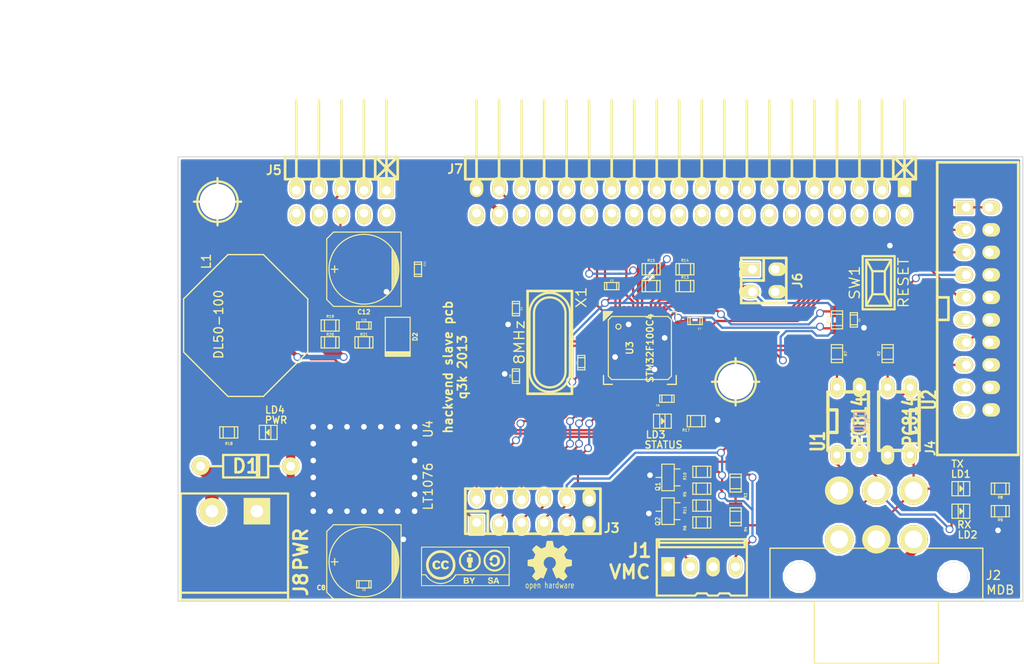
<source format=kicad_pcb>
(kicad_pcb (version 3) (host pcbnew "(2013-09-06 BZR 4312)-product")

  (general
    (links 141)
    (no_connects 2)
    (area 43.689001 56.332 159.435001 131.042001)
    (thickness 1.6)
    (drawings 12)
    (tracks 578)
    (zones 0)
    (modules 60)
    (nets 112)
  )

  (page A4)
  (layers
    (15 F.Cu signal)
    (0 B.Cu signal)
    (16 B.Adhes user)
    (17 F.Adhes user)
    (18 B.Paste user)
    (19 F.Paste user)
    (20 B.SilkS user)
    (21 F.SilkS user)
    (22 B.Mask user)
    (23 F.Mask user)
    (24 Dwgs.User user)
    (25 Cmts.User user)
    (26 Eco1.User user)
    (27 Eco2.User user)
    (28 Edge.Cuts user)
  )

  (setup
    (last_trace_width 0.254)
    (user_trace_width 0.127)
    (user_trace_width 0.254)
    (user_trace_width 0.508)
    (user_trace_width 0.9)
    (user_trace_width 1.016)
    (user_trace_width 1.5)
    (user_trace_width 2)
    (trace_clearance 0.127)
    (zone_clearance 0.254)
    (zone_45_only no)
    (trace_min 0.127)
    (segment_width 0.2)
    (edge_width 0.1)
    (via_size 0.889)
    (via_drill 0.635)
    (via_min_size 0.889)
    (via_min_drill 0.508)
    (uvia_size 0.508)
    (uvia_drill 0.127)
    (uvias_allowed no)
    (uvia_min_size 0.508)
    (uvia_min_drill 0.127)
    (pcb_text_width 0.3)
    (pcb_text_size 1.5 1.5)
    (mod_edge_width 0.15)
    (mod_text_size 1 1)
    (mod_text_width 0.15)
    (pad_size 1.524 1.99898)
    (pad_drill 1.00076)
    (pad_to_mask_clearance 0)
    (aux_axis_origin 0 0)
    (visible_elements FFFFFF7F)
    (pcbplotparams
      (layerselection 284196865)
      (usegerberextensions true)
      (excludeedgelayer true)
      (linewidth 0.150000)
      (plotframeref false)
      (viasonmask false)
      (mode 1)
      (useauxorigin false)
      (hpglpennumber 1)
      (hpglpenspeed 20)
      (hpglpendiameter 15)
      (hpglpenoverlay 2)
      (psnegative false)
      (psa4output false)
      (plotreference true)
      (plotvalue true)
      (plotothertext true)
      (plotinvisibletext false)
      (padsonsilk false)
      (subtractmaskfromsilk false)
      (outputformat 1)
      (mirror false)
      (drillshape 0)
      (scaleselection 1)
      (outputdirectory fab/))
  )

  (net 0 "")
  (net 1 +24V)
  (net 2 +3.3V)
  (net 3 +5V)
  (net 4 /BOOT0)
  (net 5 /BOOT1)
  (net 6 /GPIO_0)
  (net 7 /GPIO_1)
  (net 8 /GPIO_2)
  (net 9 /GPIO_3)
  (net 10 /GPIO_4)
  (net 11 /GPIO_5)
  (net 12 /GPIO_6)
  (net 13 /GPIO_7)
  (net 14 /MDB_RX)
  (net 15 /MDB_TX)
  (net 16 /NRST)
  (net 17 /SCL)
  (net 18 /SDA)
  (net 19 /TCLK)
  (net 20 /TDI)
  (net 21 /TDO)
  (net 22 /TMS)
  (net 23 /TRST)
  (net 24 /UART1_RX)
  (net 25 /UART1_TX)
  (net 26 /VMC_RX)
  (net 27 /VMC_TX)
  (net 28 GND)
  (net 29 N-0000010)
  (net 30 N-00000100)
  (net 31 N-00000101)
  (net 32 N-00000102)
  (net 33 N-00000103)
  (net 34 N-00000104)
  (net 35 N-00000105)
  (net 36 N-00000106)
  (net 37 N-00000107)
  (net 38 N-00000108)
  (net 39 N-00000109)
  (net 40 N-00000110)
  (net 41 N-00000111)
  (net 42 N-0000012)
  (net 43 N-0000015)
  (net 44 N-0000019)
  (net 45 N-0000022)
  (net 46 N-0000024)
  (net 47 N-0000025)
  (net 48 N-0000026)
  (net 49 N-0000027)
  (net 50 N-0000031)
  (net 51 N-0000035)
  (net 52 N-0000043)
  (net 53 N-0000044)
  (net 54 N-0000045)
  (net 55 N-0000046)
  (net 56 N-0000047)
  (net 57 N-0000048)
  (net 58 N-0000049)
  (net 59 N-0000050)
  (net 60 N-0000051)
  (net 61 N-0000052)
  (net 62 N-0000053)
  (net 63 N-0000054)
  (net 64 N-0000055)
  (net 65 N-0000056)
  (net 66 N-0000057)
  (net 67 N-0000058)
  (net 68 N-0000059)
  (net 69 N-0000060)
  (net 70 N-0000061)
  (net 71 N-0000062)
  (net 72 N-0000063)
  (net 73 N-0000064)
  (net 74 N-0000065)
  (net 75 N-0000066)
  (net 76 N-0000067)
  (net 77 N-0000068)
  (net 78 N-0000069)
  (net 79 N-000007)
  (net 80 N-0000070)
  (net 81 N-0000071)
  (net 82 N-0000072)
  (net 83 N-0000073)
  (net 84 N-0000074)
  (net 85 N-0000075)
  (net 86 N-0000076)
  (net 87 N-0000077)
  (net 88 N-0000078)
  (net 89 N-0000079)
  (net 90 N-000008)
  (net 91 N-0000080)
  (net 92 N-0000081)
  (net 93 N-0000082)
  (net 94 N-0000083)
  (net 95 N-0000084)
  (net 96 N-0000085)
  (net 97 N-0000086)
  (net 98 N-0000087)
  (net 99 N-0000088)
  (net 100 N-0000089)
  (net 101 N-000009)
  (net 102 N-0000090)
  (net 103 N-0000091)
  (net 104 N-0000092)
  (net 105 N-0000093)
  (net 106 N-0000094)
  (net 107 N-0000095)
  (net 108 N-0000096)
  (net 109 N-0000097)
  (net 110 N-0000098)
  (net 111 N-0000099)

  (net_class Default "This is the default net class."
    (clearance 0.127)
    (trace_width 0.254)
    (via_dia 0.889)
    (via_drill 0.635)
    (uvia_dia 0.508)
    (uvia_drill 0.127)
    (add_net "")
    (add_net +24V)
    (add_net +3.3V)
    (add_net +5V)
    (add_net /BOOT0)
    (add_net /BOOT1)
    (add_net /GPIO_0)
    (add_net /GPIO_1)
    (add_net /GPIO_2)
    (add_net /GPIO_3)
    (add_net /GPIO_4)
    (add_net /GPIO_5)
    (add_net /GPIO_6)
    (add_net /GPIO_7)
    (add_net /MDB_RX)
    (add_net /MDB_TX)
    (add_net /NRST)
    (add_net /SCL)
    (add_net /SDA)
    (add_net /TCLK)
    (add_net /TDI)
    (add_net /TDO)
    (add_net /TMS)
    (add_net /TRST)
    (add_net /UART1_RX)
    (add_net /UART1_TX)
    (add_net /VMC_RX)
    (add_net /VMC_TX)
    (add_net GND)
    (add_net N-0000010)
    (add_net N-00000100)
    (add_net N-00000101)
    (add_net N-00000102)
    (add_net N-00000103)
    (add_net N-00000104)
    (add_net N-00000105)
    (add_net N-00000106)
    (add_net N-00000107)
    (add_net N-00000108)
    (add_net N-00000109)
    (add_net N-00000110)
    (add_net N-00000111)
    (add_net N-0000012)
    (add_net N-0000015)
    (add_net N-0000019)
    (add_net N-0000022)
    (add_net N-0000024)
    (add_net N-0000025)
    (add_net N-0000026)
    (add_net N-0000027)
    (add_net N-0000031)
    (add_net N-0000035)
    (add_net N-0000043)
    (add_net N-0000044)
    (add_net N-0000045)
    (add_net N-0000046)
    (add_net N-0000047)
    (add_net N-0000048)
    (add_net N-0000049)
    (add_net N-0000050)
    (add_net N-0000051)
    (add_net N-0000052)
    (add_net N-0000053)
    (add_net N-0000054)
    (add_net N-0000055)
    (add_net N-0000056)
    (add_net N-0000057)
    (add_net N-0000058)
    (add_net N-0000059)
    (add_net N-0000060)
    (add_net N-0000061)
    (add_net N-0000062)
    (add_net N-0000063)
    (add_net N-0000064)
    (add_net N-0000065)
    (add_net N-0000066)
    (add_net N-0000067)
    (add_net N-0000068)
    (add_net N-0000069)
    (add_net N-000007)
    (add_net N-0000070)
    (add_net N-0000071)
    (add_net N-0000072)
    (add_net N-0000073)
    (add_net N-0000074)
    (add_net N-0000075)
    (add_net N-0000076)
    (add_net N-0000077)
    (add_net N-0000078)
    (add_net N-0000079)
    (add_net N-000008)
    (add_net N-0000080)
    (add_net N-0000081)
    (add_net N-0000082)
    (add_net N-0000083)
    (add_net N-0000084)
    (add_net N-0000085)
    (add_net N-0000086)
    (add_net N-0000087)
    (add_net N-0000088)
    (add_net N-0000089)
    (add_net N-000009)
    (add_net N-0000090)
    (add_net N-0000091)
    (add_net N-0000092)
    (add_net N-0000093)
    (add_net N-0000094)
    (add_net N-0000095)
    (add_net N-0000096)
    (add_net N-0000097)
    (add_net N-0000098)
    (add_net N-0000099)
  )

  (module diode_do41 (layer F.Cu) (tedit 525AF2DF) (tstamp 525AEC0C)
    (at 71.755 108.585)
    (descr "Diode, DO-41 package")
    (path /525ADB89)
    (fp_text reference D1 (at 0 0) (layer F.SilkS)
      (effects (font (thickness 0.3048)))
    )
    (fp_text value DIODE (at 0.254 2.286) (layer F.SilkS) hide
      (effects (font (thickness 0.3048)))
    )
    (fp_line (start 1.524 1.27) (end 1.524 -1.27) (layer F.SilkS) (width 0.254))
    (fp_line (start 1.27 -1.27) (end 1.27 1.27) (layer F.SilkS) (width 0.254))
    (fp_line (start -2.54 -1.27) (end -2.54 1.27) (layer F.SilkS) (width 0.254))
    (fp_line (start 2.54 -1.27) (end 2.54 1.27) (layer F.SilkS) (width 0.254))
    (fp_line (start -2.54 -1.27) (end 2.54 -1.27) (layer F.SilkS) (width 0.254))
    (fp_line (start 2.54 1.27) (end -2.54 1.27) (layer F.SilkS) (width 0.254))
    (fp_line (start 4.826 0) (end 2.54 0) (layer F.SilkS) (width 0.254))
    (fp_line (start -2.54 0) (end -4.826 0) (layer F.SilkS) (width 0.254))
    (pad 1 thru_hole circle (at -5.08 0) (size 1.99898 1.99898) (drill 1.00076)
      (layers *.Cu *.Mask F.SilkS)
      (net 50 N-0000031)
    )
    (pad 2 thru_hole circle (at 5.08 0) (size 1.99898 1.99898) (drill 1.00076)
      (layers *.Cu *.Mask F.SilkS)
      (net 1 +24V)
    )
    (model walter/pth_diodes/diode_do41.wrl
      (at (xyz 0 0 0))
      (scale (xyz 1 1 1))
      (rotate (xyz 0 0 0))
    )
  )

  (module hole_4mm (layer F.Cu) (tedit 525AF2D0) (tstamp 525B3CE0)
    (at 127 99.06)
    (descr "Hole 4mm")
    (fp_text reference hole_4mm (at 0 -3.81) (layer F.SilkS) hide
      (effects (font (thickness 0.3048)))
    )
    (fp_text value VAL** (at 0 3.556) (layer F.SilkS) hide
      (effects (font (thickness 0.3048)))
    )
    (fp_line (start 0 -2.667) (end 0 2.667) (layer F.SilkS) (width 0.254))
    (fp_line (start -2.667 0) (end 2.667 0) (layer F.SilkS) (width 0.254))
    (fp_circle (center 0 0) (end 2.286 0) (layer F.SilkS) (width 0.254))
    (pad 1 thru_hole circle (at 0 0) (size 4.0005 4.0005) (drill 4.0005)
      (layers *.Cu F.SilkS)
    )
    (model walter/details/hole.wrl
      (at (xyz 0 0 0))
      (scale (xyz 1 1 1))
      (rotate (xyz 0 0 0))
    )
  )

  (module hole_4mm (layer F.Cu) (tedit 525AF2BF) (tstamp 525B3CC2)
    (at 68.58 78.74)
    (descr "Hole 4mm")
    (fp_text reference hole_4mm (at -10.287 -1.143) (layer F.SilkS) hide
      (effects (font (thickness 0.3048)))
    )
    (fp_text value VAL** (at 0 3.556) (layer F.SilkS) hide
      (effects (font (thickness 0.3048)))
    )
    (fp_line (start 0 -2.667) (end 0 2.667) (layer F.SilkS) (width 0.254))
    (fp_line (start -2.667 0) (end 2.667 0) (layer F.SilkS) (width 0.254))
    (fp_circle (center 0 0) (end 2.286 0) (layer F.SilkS) (width 0.254))
    (pad 1 thru_hole circle (at 0 0) (size 4.0005 4.0005) (drill 4.0005)
      (layers *.Cu F.SilkS)
    )
    (model walter/details/hole.wrl
      (at (xyz 0 0 0))
      (scale (xyz 1 1 1))
      (rotate (xyz 0 0 0))
    )
  )

  (module c_0603 (layer F.Cu) (tedit 490472AA) (tstamp 525AC34C)
    (at 140.335 92.075 270)
    (descr "SMT capacitor, 0603")
    (path /525AB33E)
    (fp_text reference C1 (at 0 -0.635 270) (layer F.SilkS)
      (effects (font (size 0.20066 0.20066) (thickness 0.04064)))
    )
    (fp_text value 1uF (at 0 0.635 270) (layer F.SilkS) hide
      (effects (font (size 0.20066 0.20066) (thickness 0.04064)))
    )
    (fp_line (start 0.5588 0.4064) (end 0.5588 -0.4064) (layer F.SilkS) (width 0.127))
    (fp_line (start -0.5588 -0.381) (end -0.5588 0.4064) (layer F.SilkS) (width 0.127))
    (fp_line (start -0.8128 -0.4064) (end 0.8128 -0.4064) (layer F.SilkS) (width 0.127))
    (fp_line (start 0.8128 -0.4064) (end 0.8128 0.4064) (layer F.SilkS) (width 0.127))
    (fp_line (start 0.8128 0.4064) (end -0.8128 0.4064) (layer F.SilkS) (width 0.127))
    (fp_line (start -0.8128 0.4064) (end -0.8128 -0.4064) (layer F.SilkS) (width 0.127))
    (pad 1 smd rect (at 0.75184 0 270) (size 0.89916 1.00076)
      (layers F.Cu F.Paste F.Mask)
      (net 28 GND)
    )
    (pad 2 smd rect (at -0.75184 0 270) (size 0.89916 1.00076)
      (layers F.Cu F.Paste F.Mask)
      (net 16 /NRST)
    )
    (model walter\smd_cap\c_0603.wrl
      (at (xyz 0 0 0))
      (scale (xyz 1 1 1))
      (rotate (xyz 0 0 0))
    )
  )

  (module c_0603 (layer F.Cu) (tedit 490472AA) (tstamp 525AC358)
    (at 109.601 96.901 90)
    (descr "SMT capacitor, 0603")
    (path /525B16DE)
    (fp_text reference C2 (at 0 -0.635 90) (layer F.SilkS)
      (effects (font (size 0.20066 0.20066) (thickness 0.04064)))
    )
    (fp_text value 100n (at 0 0.635 90) (layer F.SilkS) hide
      (effects (font (size 0.20066 0.20066) (thickness 0.04064)))
    )
    (fp_line (start 0.5588 0.4064) (end 0.5588 -0.4064) (layer F.SilkS) (width 0.127))
    (fp_line (start -0.5588 -0.381) (end -0.5588 0.4064) (layer F.SilkS) (width 0.127))
    (fp_line (start -0.8128 -0.4064) (end 0.8128 -0.4064) (layer F.SilkS) (width 0.127))
    (fp_line (start 0.8128 -0.4064) (end 0.8128 0.4064) (layer F.SilkS) (width 0.127))
    (fp_line (start 0.8128 0.4064) (end -0.8128 0.4064) (layer F.SilkS) (width 0.127))
    (fp_line (start -0.8128 0.4064) (end -0.8128 -0.4064) (layer F.SilkS) (width 0.127))
    (pad 1 smd rect (at 0.75184 0 90) (size 0.89916 1.00076)
      (layers F.Cu F.Paste F.Mask)
      (net 28 GND)
    )
    (pad 2 smd rect (at -0.75184 0 90) (size 0.89916 1.00076)
      (layers F.Cu F.Paste F.Mask)
      (net 2 +3.3V)
    )
    (model walter\smd_cap\c_0603.wrl
      (at (xyz 0 0 0))
      (scale (xyz 1 1 1))
      (rotate (xyz 0 0 0))
    )
  )

  (module c_0603 (layer F.Cu) (tedit 490472AA) (tstamp 525AC364)
    (at 113.03 88.265)
    (descr "SMT capacitor, 0603")
    (path /525B170C)
    (fp_text reference C3 (at 0 -0.635) (layer F.SilkS)
      (effects (font (size 0.20066 0.20066) (thickness 0.04064)))
    )
    (fp_text value 100n (at 0 0.635) (layer F.SilkS) hide
      (effects (font (size 0.20066 0.20066) (thickness 0.04064)))
    )
    (fp_line (start 0.5588 0.4064) (end 0.5588 -0.4064) (layer F.SilkS) (width 0.127))
    (fp_line (start -0.5588 -0.381) (end -0.5588 0.4064) (layer F.SilkS) (width 0.127))
    (fp_line (start -0.8128 -0.4064) (end 0.8128 -0.4064) (layer F.SilkS) (width 0.127))
    (fp_line (start 0.8128 -0.4064) (end 0.8128 0.4064) (layer F.SilkS) (width 0.127))
    (fp_line (start 0.8128 0.4064) (end -0.8128 0.4064) (layer F.SilkS) (width 0.127))
    (fp_line (start -0.8128 0.4064) (end -0.8128 -0.4064) (layer F.SilkS) (width 0.127))
    (pad 1 smd rect (at 0.75184 0) (size 0.89916 1.00076)
      (layers F.Cu F.Paste F.Mask)
      (net 28 GND)
    )
    (pad 2 smd rect (at -0.75184 0) (size 0.89916 1.00076)
      (layers F.Cu F.Paste F.Mask)
      (net 2 +3.3V)
    )
    (model walter\smd_cap\c_0603.wrl
      (at (xyz 0 0 0))
      (scale (xyz 1 1 1))
      (rotate (xyz 0 0 0))
    )
  )

  (module c_0603 (layer F.Cu) (tedit 490472AA) (tstamp 525AC370)
    (at 102.235 90.805 270)
    (descr "SMT capacitor, 0603")
    (path /525A8150)
    (fp_text reference C4 (at 0 -0.635 270) (layer F.SilkS)
      (effects (font (size 0.20066 0.20066) (thickness 0.04064)))
    )
    (fp_text value 22pF (at 0 0.635 270) (layer F.SilkS) hide
      (effects (font (size 0.20066 0.20066) (thickness 0.04064)))
    )
    (fp_line (start 0.5588 0.4064) (end 0.5588 -0.4064) (layer F.SilkS) (width 0.127))
    (fp_line (start -0.5588 -0.381) (end -0.5588 0.4064) (layer F.SilkS) (width 0.127))
    (fp_line (start -0.8128 -0.4064) (end 0.8128 -0.4064) (layer F.SilkS) (width 0.127))
    (fp_line (start 0.8128 -0.4064) (end 0.8128 0.4064) (layer F.SilkS) (width 0.127))
    (fp_line (start 0.8128 0.4064) (end -0.8128 0.4064) (layer F.SilkS) (width 0.127))
    (fp_line (start -0.8128 0.4064) (end -0.8128 -0.4064) (layer F.SilkS) (width 0.127))
    (pad 1 smd rect (at 0.75184 0 270) (size 0.89916 1.00076)
      (layers F.Cu F.Paste F.Mask)
      (net 28 GND)
    )
    (pad 2 smd rect (at -0.75184 0 270) (size 0.89916 1.00076)
      (layers F.Cu F.Paste F.Mask)
      (net 72 N-0000063)
    )
    (model walter\smd_cap\c_0603.wrl
      (at (xyz 0 0 0))
      (scale (xyz 1 1 1))
      (rotate (xyz 0 0 0))
    )
  )

  (module c_0603 (layer F.Cu) (tedit 490472AA) (tstamp 525AC37C)
    (at 102.235 98.425 90)
    (descr "SMT capacitor, 0603")
    (path /525A8164)
    (fp_text reference C5 (at 0 -0.635 90) (layer F.SilkS)
      (effects (font (size 0.20066 0.20066) (thickness 0.04064)))
    )
    (fp_text value 22pF (at 0 0.635 90) (layer F.SilkS) hide
      (effects (font (size 0.20066 0.20066) (thickness 0.04064)))
    )
    (fp_line (start 0.5588 0.4064) (end 0.5588 -0.4064) (layer F.SilkS) (width 0.127))
    (fp_line (start -0.5588 -0.381) (end -0.5588 0.4064) (layer F.SilkS) (width 0.127))
    (fp_line (start -0.8128 -0.4064) (end 0.8128 -0.4064) (layer F.SilkS) (width 0.127))
    (fp_line (start 0.8128 -0.4064) (end 0.8128 0.4064) (layer F.SilkS) (width 0.127))
    (fp_line (start 0.8128 0.4064) (end -0.8128 0.4064) (layer F.SilkS) (width 0.127))
    (fp_line (start -0.8128 0.4064) (end -0.8128 -0.4064) (layer F.SilkS) (width 0.127))
    (pad 1 smd rect (at 0.75184 0 90) (size 0.89916 1.00076)
      (layers F.Cu F.Paste F.Mask)
      (net 28 GND)
    )
    (pad 2 smd rect (at -0.75184 0 90) (size 0.89916 1.00076)
      (layers F.Cu F.Paste F.Mask)
      (net 73 N-0000064)
    )
    (model walter\smd_cap\c_0603.wrl
      (at (xyz 0 0 0))
      (scale (xyz 1 1 1))
      (rotate (xyz 0 0 0))
    )
  )

  (module c_0603 (layer F.Cu) (tedit 525AEEBF) (tstamp 525AC388)
    (at 119.253 100.965 180)
    (descr "SMT capacitor, 0603")
    (path /525B1717)
    (fp_text reference C6 (at 1.016 -0.762 180) (layer F.SilkS)
      (effects (font (size 0.20066 0.20066) (thickness 0.04064)))
    )
    (fp_text value 100n (at 0 0.635 180) (layer F.SilkS) hide
      (effects (font (size 0.20066 0.20066) (thickness 0.04064)))
    )
    (fp_line (start 0.5588 0.4064) (end 0.5588 -0.4064) (layer F.SilkS) (width 0.127))
    (fp_line (start -0.5588 -0.381) (end -0.5588 0.4064) (layer F.SilkS) (width 0.127))
    (fp_line (start -0.8128 -0.4064) (end 0.8128 -0.4064) (layer F.SilkS) (width 0.127))
    (fp_line (start 0.8128 -0.4064) (end 0.8128 0.4064) (layer F.SilkS) (width 0.127))
    (fp_line (start 0.8128 0.4064) (end -0.8128 0.4064) (layer F.SilkS) (width 0.127))
    (fp_line (start -0.8128 0.4064) (end -0.8128 -0.4064) (layer F.SilkS) (width 0.127))
    (pad 1 smd rect (at 0.75184 0 180) (size 0.89916 1.00076)
      (layers F.Cu F.Paste F.Mask)
      (net 28 GND)
    )
    (pad 2 smd rect (at -0.75184 0 180) (size 0.89916 1.00076)
      (layers F.Cu F.Paste F.Mask)
      (net 2 +3.3V)
    )
    (model walter\smd_cap\c_0603.wrl
      (at (xyz 0 0 0))
      (scale (xyz 1 1 1))
      (rotate (xyz 0 0 0))
    )
  )

  (module c_0603 (layer F.Cu) (tedit 525AEEC9) (tstamp 525AC394)
    (at 122.428 92.202)
    (descr "SMT capacitor, 0603")
    (path /525B1722)
    (fp_text reference C7 (at 0.508 0.889) (layer F.SilkS)
      (effects (font (size 0.20066 0.20066) (thickness 0.04064)))
    )
    (fp_text value 100n (at 0 0.635) (layer F.SilkS) hide
      (effects (font (size 0.20066 0.20066) (thickness 0.04064)))
    )
    (fp_line (start 0.5588 0.4064) (end 0.5588 -0.4064) (layer F.SilkS) (width 0.127))
    (fp_line (start -0.5588 -0.381) (end -0.5588 0.4064) (layer F.SilkS) (width 0.127))
    (fp_line (start -0.8128 -0.4064) (end 0.8128 -0.4064) (layer F.SilkS) (width 0.127))
    (fp_line (start 0.8128 -0.4064) (end 0.8128 0.4064) (layer F.SilkS) (width 0.127))
    (fp_line (start 0.8128 0.4064) (end -0.8128 0.4064) (layer F.SilkS) (width 0.127))
    (fp_line (start -0.8128 0.4064) (end -0.8128 -0.4064) (layer F.SilkS) (width 0.127))
    (pad 1 smd rect (at 0.75184 0) (size 0.89916 1.00076)
      (layers F.Cu F.Paste F.Mask)
      (net 28 GND)
    )
    (pad 2 smd rect (at -0.75184 0) (size 0.89916 1.00076)
      (layers F.Cu F.Paste F.Mask)
      (net 2 +3.3V)
    )
    (model walter\smd_cap\c_0603.wrl
      (at (xyz 0 0 0))
      (scale (xyz 1 1 1))
      (rotate (xyz 0 0 0))
    )
  )

  (module c_elec_8x10 (layer F.Cu) (tedit 525AEE25) (tstamp 525AC3A9)
    (at 85.09 119.38 180)
    (descr "SMT capacitor, aluminium electrolytic, 8x10")
    (path /525AD5FB)
    (fp_text reference C8 (at 4.826 -2.921 180) (layer F.SilkS)
      (effects (font (size 0.50038 0.50038) (thickness 0.11938)))
    )
    (fp_text value 470uF (at 0 4.826 180) (layer F.SilkS) hide
      (effects (font (size 0.50038 0.50038) (thickness 0.11938)))
    )
    (fp_line (start -3.81 -1.016) (end -3.81 1.016) (layer F.SilkS) (width 0.127))
    (fp_line (start -3.683 1.397) (end -3.683 -1.397) (layer F.SilkS) (width 0.127))
    (fp_line (start -3.556 -1.651) (end -3.556 1.651) (layer F.SilkS) (width 0.127))
    (fp_line (start -3.429 1.905) (end -3.429 -1.905) (layer F.SilkS) (width 0.127))
    (fp_line (start -3.302 2.032) (end -3.302 -2.032) (layer F.SilkS) (width 0.127))
    (fp_line (start -3.175 -2.286) (end -3.175 2.286) (layer F.SilkS) (width 0.127))
    (fp_circle (center 0 0) (end 3.937 0) (layer F.SilkS) (width 0.127))
    (fp_line (start -4.191 -4.191) (end -4.191 4.191) (layer F.SilkS) (width 0.127))
    (fp_line (start -4.191 4.191) (end 3.429 4.191) (layer F.SilkS) (width 0.127))
    (fp_line (start 3.429 4.191) (end 4.191 3.429) (layer F.SilkS) (width 0.127))
    (fp_line (start 4.191 3.429) (end 4.191 -3.429) (layer F.SilkS) (width 0.127))
    (fp_line (start 4.191 -3.429) (end 3.429 -4.191) (layer F.SilkS) (width 0.127))
    (fp_line (start 3.429 -4.191) (end -4.191 -4.191) (layer F.SilkS) (width 0.127))
    (fp_line (start 3.683 0) (end 2.921 0) (layer F.SilkS) (width 0.127))
    (fp_line (start 3.302 -0.381) (end 3.302 0.381) (layer F.SilkS) (width 0.127))
    (pad 1 smd rect (at 3.2512 0 180) (size 3.50012 2.4003)
      (layers F.Cu F.Paste F.Mask)
      (net 1 +24V)
    )
    (pad 2 smd rect (at -3.2512 0 180) (size 3.50012 2.4003)
      (layers F.Cu F.Paste F.Mask)
      (net 28 GND)
    )
    (model walter\smd_cap\c_elec_8x10.wrl
      (at (xyz 0 0 0))
      (scale (xyz 1 1 1))
      (rotate (xyz 0 0 0))
    )
  )

  (module c_0603 (layer F.Cu) (tedit 490472AA) (tstamp 525AF3EF)
    (at 85.09 121.92 180)
    (descr "SMT capacitor, 0603")
    (path /525AD623)
    (fp_text reference C9 (at 0 -0.635 180) (layer F.SilkS)
      (effects (font (size 0.20066 0.20066) (thickness 0.04064)))
    )
    (fp_text value 100nF (at 0 0.635 180) (layer F.SilkS) hide
      (effects (font (size 0.20066 0.20066) (thickness 0.04064)))
    )
    (fp_line (start 0.5588 0.4064) (end 0.5588 -0.4064) (layer F.SilkS) (width 0.127))
    (fp_line (start -0.5588 -0.381) (end -0.5588 0.4064) (layer F.SilkS) (width 0.127))
    (fp_line (start -0.8128 -0.4064) (end 0.8128 -0.4064) (layer F.SilkS) (width 0.127))
    (fp_line (start 0.8128 -0.4064) (end 0.8128 0.4064) (layer F.SilkS) (width 0.127))
    (fp_line (start 0.8128 0.4064) (end -0.8128 0.4064) (layer F.SilkS) (width 0.127))
    (fp_line (start -0.8128 0.4064) (end -0.8128 -0.4064) (layer F.SilkS) (width 0.127))
    (pad 1 smd rect (at 0.75184 0 180) (size 0.89916 1.00076)
      (layers F.Cu F.Paste F.Mask)
      (net 1 +24V)
    )
    (pad 2 smd rect (at -0.75184 0 180) (size 0.89916 1.00076)
      (layers F.Cu F.Paste F.Mask)
      (net 28 GND)
    )
    (model walter\smd_cap\c_0603.wrl
      (at (xyz 0 0 0))
      (scale (xyz 1 1 1))
      (rotate (xyz 0 0 0))
    )
  )

  (module c_0603 (layer F.Cu) (tedit 525AEDFD) (tstamp 525AC3C1)
    (at 85.09 92.71 180)
    (descr "SMT capacitor, 0603")
    (path /525AE4E2)
    (fp_text reference C10 (at 0 0.635 180) (layer F.SilkS)
      (effects (font (size 0.20066 0.20066) (thickness 0.04064)))
    )
    (fp_text value 10n (at 0 0.635 180) (layer F.SilkS) hide
      (effects (font (size 0.20066 0.20066) (thickness 0.04064)))
    )
    (fp_line (start 0.5588 0.4064) (end 0.5588 -0.4064) (layer F.SilkS) (width 0.127))
    (fp_line (start -0.5588 -0.381) (end -0.5588 0.4064) (layer F.SilkS) (width 0.127))
    (fp_line (start -0.8128 -0.4064) (end 0.8128 -0.4064) (layer F.SilkS) (width 0.127))
    (fp_line (start 0.8128 -0.4064) (end 0.8128 0.4064) (layer F.SilkS) (width 0.127))
    (fp_line (start 0.8128 0.4064) (end -0.8128 0.4064) (layer F.SilkS) (width 0.127))
    (fp_line (start -0.8128 0.4064) (end -0.8128 -0.4064) (layer F.SilkS) (width 0.127))
    (pad 1 smd rect (at 0.75184 0 180) (size 0.89916 1.00076)
      (layers F.Cu F.Paste F.Mask)
      (net 90 N-000008)
    )
    (pad 2 smd rect (at -0.75184 0 180) (size 0.89916 1.00076)
      (layers F.Cu F.Paste F.Mask)
      (net 28 GND)
    )
    (model walter\smd_cap\c_0603.wrl
      (at (xyz 0 0 0))
      (scale (xyz 1 1 1))
      (rotate (xyz 0 0 0))
    )
  )

  (module c_0603 (layer F.Cu) (tedit 525AEE69) (tstamp 525AC3CD)
    (at 91.186 86.36 90)
    (descr "SMT capacitor, 0603")
    (path /525AFF6C)
    (fp_text reference C11 (at 0.635 0.762 90) (layer F.SilkS)
      (effects (font (size 0.20066 0.20066) (thickness 0.04064)))
    )
    (fp_text value 100nF (at 0 0.635 90) (layer F.SilkS) hide
      (effects (font (size 0.20066 0.20066) (thickness 0.04064)))
    )
    (fp_line (start 0.5588 0.4064) (end 0.5588 -0.4064) (layer F.SilkS) (width 0.127))
    (fp_line (start -0.5588 -0.381) (end -0.5588 0.4064) (layer F.SilkS) (width 0.127))
    (fp_line (start -0.8128 -0.4064) (end 0.8128 -0.4064) (layer F.SilkS) (width 0.127))
    (fp_line (start 0.8128 -0.4064) (end 0.8128 0.4064) (layer F.SilkS) (width 0.127))
    (fp_line (start 0.8128 0.4064) (end -0.8128 0.4064) (layer F.SilkS) (width 0.127))
    (fp_line (start -0.8128 0.4064) (end -0.8128 -0.4064) (layer F.SilkS) (width 0.127))
    (pad 1 smd rect (at 0.75184 0 90) (size 0.89916 1.00076)
      (layers F.Cu F.Paste F.Mask)
      (net 3 +5V)
    )
    (pad 2 smd rect (at -0.75184 0 90) (size 0.89916 1.00076)
      (layers F.Cu F.Paste F.Mask)
      (net 28 GND)
    )
    (model walter\smd_cap\c_0603.wrl
      (at (xyz 0 0 0))
      (scale (xyz 1 1 1))
      (rotate (xyz 0 0 0))
    )
  )

  (module c_elec_8x10 (layer F.Cu) (tedit 49F5C68A) (tstamp 525AC3E2)
    (at 85.09 86.36 180)
    (descr "SMT capacitor, aluminium electrolytic, 8x10")
    (path /525AFAF0)
    (fp_text reference C12 (at 0 -4.826 180) (layer F.SilkS)
      (effects (font (size 0.50038 0.50038) (thickness 0.11938)))
    )
    (fp_text value 470uF (at 0 4.826 180) (layer F.SilkS) hide
      (effects (font (size 0.50038 0.50038) (thickness 0.11938)))
    )
    (fp_line (start -3.81 -1.016) (end -3.81 1.016) (layer F.SilkS) (width 0.127))
    (fp_line (start -3.683 1.397) (end -3.683 -1.397) (layer F.SilkS) (width 0.127))
    (fp_line (start -3.556 -1.651) (end -3.556 1.651) (layer F.SilkS) (width 0.127))
    (fp_line (start -3.429 1.905) (end -3.429 -1.905) (layer F.SilkS) (width 0.127))
    (fp_line (start -3.302 2.032) (end -3.302 -2.032) (layer F.SilkS) (width 0.127))
    (fp_line (start -3.175 -2.286) (end -3.175 2.286) (layer F.SilkS) (width 0.127))
    (fp_circle (center 0 0) (end 3.937 0) (layer F.SilkS) (width 0.127))
    (fp_line (start -4.191 -4.191) (end -4.191 4.191) (layer F.SilkS) (width 0.127))
    (fp_line (start -4.191 4.191) (end 3.429 4.191) (layer F.SilkS) (width 0.127))
    (fp_line (start 3.429 4.191) (end 4.191 3.429) (layer F.SilkS) (width 0.127))
    (fp_line (start 4.191 3.429) (end 4.191 -3.429) (layer F.SilkS) (width 0.127))
    (fp_line (start 4.191 -3.429) (end 3.429 -4.191) (layer F.SilkS) (width 0.127))
    (fp_line (start 3.429 -4.191) (end -4.191 -4.191) (layer F.SilkS) (width 0.127))
    (fp_line (start 3.683 0) (end 2.921 0) (layer F.SilkS) (width 0.127))
    (fp_line (start 3.302 -0.381) (end 3.302 0.381) (layer F.SilkS) (width 0.127))
    (pad 1 smd rect (at 3.2512 0 180) (size 3.50012 2.4003)
      (layers F.Cu F.Paste F.Mask)
      (net 3 +5V)
    )
    (pad 2 smd rect (at -3.2512 0 180) (size 3.50012 2.4003)
      (layers F.Cu F.Paste F.Mask)
      (net 28 GND)
    )
    (model walter\smd_cap\c_elec_8x10.wrl
      (at (xyz 0 0 0))
      (scale (xyz 1 1 1))
      (rotate (xyz 0 0 0))
    )
  )

  (module do214ac (layer F.Cu) (tedit 51101973) (tstamp 525AC401)
    (at 88.9 93.98 270)
    (descr DO214AC)
    (path /525ADDCF)
    (fp_text reference D2 (at 0 -1.9685 270) (layer F.SilkS)
      (effects (font (size 0.50038 0.50038) (thickness 0.11938)))
    )
    (fp_text value 15MQ-040N (at 0 1.9685 270) (layer F.SilkS) hide
      (effects (font (size 0.50038 0.50038) (thickness 0.11938)))
    )
    (fp_line (start 2.10058 1.39954) (end 2.10058 -1.39954) (layer F.SilkS) (width 0.127))
    (fp_line (start 1.99898 -1.39954) (end 1.99898 1.39954) (layer F.SilkS) (width 0.127))
    (fp_line (start 1.89992 1.39954) (end 1.89992 -1.39954) (layer F.SilkS) (width 0.127))
    (fp_line (start 1.80086 -1.39954) (end 1.80086 1.39954) (layer F.SilkS) (width 0.127))
    (fp_line (start 1.69926 -1.39954) (end 1.69926 1.39954) (layer F.SilkS) (width 0.127))
    (fp_line (start 2.19964 -1.39954) (end -2.19964 -1.39954) (layer F.SilkS) (width 0.127))
    (fp_line (start -2.19964 -1.39954) (end -2.19964 1.39954) (layer F.SilkS) (width 0.127))
    (fp_line (start -2.19964 1.39954) (end 2.19964 1.39954) (layer F.SilkS) (width 0.127))
    (fp_line (start 2.19964 1.39954) (end 2.19964 -1.39954) (layer F.SilkS) (width 0.127))
    (pad 2 smd rect (at 1.72974 0 270) (size 2.10058 1.69926)
      (layers F.Cu F.Paste F.Mask)
      (net 79 N-000007)
    )
    (pad 1 smd rect (at -1.72974 0 270) (size 2.10058 1.69926)
      (layers F.Cu F.Paste F.Mask)
      (net 28 GND)
    )
    (model walter/smd_diode/do214ac.wrl
      (at (xyz 0 0 0))
      (scale (xyz 1 1 1))
      (rotate (xyz 0 0 0))
    )
  )

  (module kk100_22-23-2041 (layer F.Cu) (tedit 525AED91) (tstamp 525AC419)
    (at 123.19 120.015)
    (descr "4 pin vert. connector, Molex KK100 series")
    (path /525A954D)
    (fp_text reference J1 (at -6.985 -1.905) (layer F.SilkS)
      (effects (font (thickness 0.3048)))
    )
    (fp_text value VMC (at -8.128 0.508) (layer F.SilkS)
      (effects (font (thickness 0.3048)))
    )
    (fp_line (start 4.826 -2.286) (end 4.826 -3.175) (layer F.SilkS) (width 0.254))
    (fp_line (start 4.826 -2.794) (end -4.826 -2.794) (layer F.SilkS) (width 0.254))
    (fp_line (start -4.826 -2.286) (end 4.826 -2.286) (layer F.SilkS) (width 0.254))
    (fp_line (start -4.826 -2.286) (end -4.826 -3.175) (layer F.SilkS) (width 0.254))
    (fp_line (start -0.762 3.175) (end -5.08 3.175) (layer F.SilkS) (width 0.254))
    (fp_line (start -5.08 -3.175) (end 5.08 -3.175) (layer F.SilkS) (width 0.254))
    (fp_line (start 0.762 3.175) (end 1.778 3.175) (layer F.SilkS) (width 0.254))
    (fp_line (start 2.032 2.921) (end 3.048 2.921) (layer F.SilkS) (width 0.254))
    (fp_line (start 2.032 2.921) (end 1.778 3.175) (layer F.SilkS) (width 0.254))
    (fp_line (start 3.048 2.921) (end 3.302 3.175) (layer F.SilkS) (width 0.254))
    (fp_line (start 3.302 3.175) (end 5.08 3.175) (layer F.SilkS) (width 0.254))
    (fp_line (start 0.508 2.921) (end 0.762 3.175) (layer F.SilkS) (width 0.254))
    (fp_line (start -0.508 2.921) (end -0.762 3.175) (layer F.SilkS) (width 0.254))
    (fp_line (start -0.508 2.921) (end 0.508 2.921) (layer F.SilkS) (width 0.254))
    (fp_line (start 5.08 -3.175) (end 5.08 3.175) (layer F.SilkS) (width 0.254))
    (fp_line (start -5.08 3.175) (end -5.08 -3.175) (layer F.SilkS) (width 0.254))
    (pad 4 thru_hole oval (at 3.81 -0.0762) (size 1.524 2.1971) (drill 1.016)
      (layers *.Cu *.Mask F.SilkS)
      (net 27 /VMC_TX)
    )
    (pad 3 thru_hole oval (at 1.27 -0.0762) (size 1.524 2.1971) (drill 1.016)
      (layers *.Cu *.Mask F.SilkS)
      (net 28 GND)
    )
    (pad 1 thru_hole rect (at -3.81 -0.0762) (size 1.524 2.1971) (drill 1.016)
      (layers *.Cu *.Mask F.SilkS)
      (net 28 GND)
    )
    (pad 2 thru_hole oval (at -1.27 -0.0762) (size 1.524 2.1971) (drill 1.016)
      (layers *.Cu *.Mask F.SilkS)
      (net 26 /VMC_RX)
    )
    (model walter/conn_kk100/22-23-2041.wrl
      (at (xyz 0 0 0))
      (scale (xyz 1 1 1))
      (rotate (xyz 0 0 0))
    )
  )

  (module MX6 (layer F.Cu) (tedit 525AEE34) (tstamp 525AC430)
    (at 142.875 116.84)
    (path /525A9994)
    (fp_text reference J2 (at 13.208 4.064) (layer F.SilkS)
      (effects (font (size 1 1) (thickness 0.15)))
    )
    (fp_text value MDB (at 13.97 5.715) (layer F.SilkS)
      (effects (font (size 1 1) (thickness 0.15)))
    )
    (fp_line (start 7 13) (end 7 14) (layer F.SilkS) (width 0.15))
    (fp_line (start 7 14) (end 6 14) (layer F.SilkS) (width 0.15))
    (fp_line (start -9 1) (end -12 1) (layer F.SilkS) (width 0.15))
    (fp_line (start -12 1) (end -12 7) (layer F.SilkS) (width 0.15))
    (fp_line (start -12 7) (end -7 7) (layer F.SilkS) (width 0.15))
    (fp_line (start -7 7) (end -7 14) (layer F.SilkS) (width 0.15))
    (fp_line (start -7 14) (end 6 14) (layer F.SilkS) (width 0.15))
    (fp_line (start 7 13) (end 7 7) (layer F.SilkS) (width 0.15))
    (fp_line (start 7 7) (end 12 7) (layer F.SilkS) (width 0.15))
    (fp_line (start 12 7) (end 12 1) (layer F.SilkS) (width 0.15))
    (fp_line (start 12 1) (end -9 1) (layer F.SilkS) (width 0.15))
    (pad 1 thru_hole circle (at 4.2 0) (size 3.2 3.2) (drill 2)
      (layers *.Cu *.Mask F.SilkS)
      (net 1 +24V)
    )
    (pad 2 thru_hole circle (at 4.2 -5.5) (size 3.2 3.2) (drill 2)
      (layers *.Cu *.Mask F.SilkS)
      (net 15 /MDB_TX)
    )
    (pad 3 thru_hole circle (at 0 0) (size 3.2 3.2) (drill 2)
      (layers *.Cu *.Mask F.SilkS)
      (net 28 GND)
    )
    (pad 4 thru_hole circle (at 0 -5.5) (size 3.2 3.2) (drill 2)
      (layers *.Cu *.Mask F.SilkS)
      (net 14 /MDB_RX)
    )
    (pad 5 thru_hole circle (at -4.2 0) (size 3.2 3.2) (drill 2)
      (layers *.Cu *.Mask F.SilkS)
      (net 52 N-0000043)
    )
    (pad 6 thru_hole circle (at -4.2 -5.5) (size 3.2 3.2) (drill 2)
      (layers *.Cu *.Mask F.SilkS)
      (net 28 GND)
    )
    (pad "" thru_hole circle (at 8.7 4.2) (size 3.2 3.2) (drill 3.2)
      (layers *.Cu *.Mask F.SilkS)
    )
    (pad "" thru_hole circle (at -8.7 4.2) (size 3.2 3.2) (drill 3.2)
      (layers *.Cu *.Mask F.SilkS)
    )
  )

  (module pin_strip_6x2 (layer F.Cu) (tedit 525AED94) (tstamp 525AC446)
    (at 104.14 113.665)
    (descr "Pin strip 6x2pin")
    (tags "CONN DEV")
    (path /525B5D45)
    (fp_text reference J3 (at 8.89 1.905) (layer F.SilkS)
      (effects (font (size 1.016 1.016) (thickness 0.2032)))
    )
    (fp_text value GPIO (at 0 -5.08) (layer F.SilkS) hide
      (effects (font (size 1.016 0.889) (thickness 0.2032)))
    )
    (fp_line (start -7.62 -2.54) (end 7.62 -2.54) (layer F.SilkS) (width 0.3048))
    (fp_line (start 7.62 -2.54) (end 7.62 2.54) (layer F.SilkS) (width 0.3048))
    (fp_line (start 7.62 2.54) (end -7.62 2.54) (layer F.SilkS) (width 0.3048))
    (fp_line (start -7.62 0) (end -5.08 0) (layer F.SilkS) (width 0.3048))
    (fp_line (start -5.08 0) (end -5.08 2.54) (layer F.SilkS) (width 0.3048))
    (fp_line (start -7.62 -2.54) (end -7.62 2.54) (layer F.SilkS) (width 0.3048))
    (pad 1 thru_hole rect (at -6.35 1.27) (size 1.524 1.99898) (drill 1.00076 (offset 0 0.24892))
      (layers *.Cu *.Mask F.SilkS)
      (net 6 /GPIO_0)
    )
    (pad 2 thru_hole oval (at -6.35 -1.27) (size 1.524 1.99898) (drill 1.00076 (offset 0 -0.24892))
      (layers *.Cu *.Mask F.SilkS)
      (net 11 /GPIO_5)
    )
    (pad 3 thru_hole oval (at -3.81 1.27) (size 1.524 1.99898) (drill 1.00076 (offset 0 0.24892))
      (layers *.Cu *.Mask F.SilkS)
      (net 7 /GPIO_1)
    )
    (pad 4 thru_hole oval (at -3.81 -1.27) (size 1.524 1.99898) (drill 1.00076 (offset 0 -0.24892))
      (layers *.Cu *.Mask F.SilkS)
      (net 12 /GPIO_6)
    )
    (pad 5 thru_hole oval (at -1.27 1.27) (size 1.524 1.99898) (drill 1.00076 (offset 0 0.24892))
      (layers *.Cu *.Mask F.SilkS)
      (net 8 /GPIO_2)
    )
    (pad 6 thru_hole oval (at -1.27 -1.27) (size 1.524 1.99898) (drill 1.00076 (offset 0 -0.24892))
      (layers *.Cu *.Mask F.SilkS)
      (net 13 /GPIO_7)
    )
    (pad 7 thru_hole oval (at 1.27 1.27) (size 1.524 1.99898) (drill 1.00076 (offset 0 0.24892))
      (layers *.Cu *.Mask F.SilkS)
      (net 9 /GPIO_3)
    )
    (pad 8 thru_hole oval (at 1.27 -1.27) (size 1.524 1.99898) (drill 1.00076 (offset 0 -0.24892))
      (layers *.Cu *.Mask F.SilkS)
      (net 2 +3.3V)
    )
    (pad 9 thru_hole oval (at 3.81 1.27) (size 1.524 1.99898) (drill 1.00076 (offset 0 0.24892))
      (layers *.Cu *.Mask F.SilkS)
      (net 10 /GPIO_4)
    )
    (pad 10 thru_hole oval (at 3.81 -1.27) (size 1.524 1.99898) (drill 1.00076 (offset 0 -0.24892))
      (layers *.Cu *.Mask F.SilkS)
      (net 3 +5V)
    )
    (pad 11 thru_hole oval (at 6.35 1.27) (size 1.524 1.99898) (drill 1.00076 (offset 0 0.24892))
      (layers *.Cu *.Mask F.SilkS)
      (net 28 GND)
    )
    (pad 12 thru_hole oval (at 6.35 -1.27) (size 1.524 1.99898) (drill 1.00076 (offset 0 -0.24892))
      (layers *.Cu *.Mask F.SilkS)
      (net 28 GND)
    )
    (model walter/pin_strip/pin_strip_6x2.wrl
      (at (xyz 0 0 0))
      (scale (xyz 1 1 1))
      (rotate (xyz 0 0 0))
    )
  )

  (module vasch_strip_10x2 (layer F.Cu) (tedit 525AEDC5) (tstamp 525AC465)
    (at 154.305 90.805 270)
    (descr "Vaschetta strip 10x2pin")
    (tags "CONN DEV")
    (path /525AA792)
    (fp_text reference J4 (at 15.748 5.334 270) (layer F.SilkS)
      (effects (font (size 1.016 1.016) (thickness 0.2032)))
    )
    (fp_text value JTAG (at 0 5.461 270) (layer F.SilkS) hide
      (effects (font (size 1.016 0.889) (thickness 0.2032)))
    )
    (fp_line (start 16.51 4.572) (end -16.51 4.572) (layer F.SilkS) (width 0.3048))
    (fp_line (start -16.51 -4.572) (end 16.51 -4.572) (layer F.SilkS) (width 0.3048))
    (fp_line (start -16.51 -4.572) (end -16.51 4.572) (layer F.SilkS) (width 0.29972))
    (fp_line (start 16.51 -4.572) (end 16.51 4.572) (layer F.SilkS) (width 0.29972))
    (fp_line (start 1.27 4.572) (end 1.27 3.302) (layer F.SilkS) (width 0.29972))
    (fp_line (start 1.27 3.302) (end -1.27 3.302) (layer F.SilkS) (width 0.29972))
    (fp_line (start -1.27 3.302) (end -1.27 4.572) (layer F.SilkS) (width 0.29972))
    (pad 1 thru_hole rect (at -11.43 1.27 270) (size 1.524 1.99898) (drill 1.00076 (offset 0 0.24638))
      (layers *.Cu *.Mask F.SilkS)
      (net 2 +3.3V)
    )
    (pad 2 thru_hole oval (at -11.43 -1.27 270) (size 1.524 1.99898) (drill 1.00076 (offset 0 -0.24638))
      (layers *.Cu *.Mask F.SilkS)
      (net 2 +3.3V)
    )
    (pad 3 thru_hole oval (at -8.89 1.27 270) (size 1.524 1.99898) (drill 1.00076 (offset 0 0.24638))
      (layers *.Cu *.Mask F.SilkS)
      (net 23 /TRST)
    )
    (pad 4 thru_hole oval (at -8.89 -1.27 270) (size 1.524 1.99898) (drill 1.00076 (offset 0 -0.24638))
      (layers *.Cu *.Mask F.SilkS)
      (net 28 GND)
    )
    (pad 5 thru_hole oval (at -6.35 1.27 270) (size 1.524 1.99898) (drill 1.00076 (offset 0 0.24638))
      (layers *.Cu *.Mask F.SilkS)
      (net 20 /TDI)
    )
    (pad 6 thru_hole oval (at -6.35 -1.27 270) (size 1.524 1.99898) (drill 1.00076 (offset 0 -0.24638))
      (layers *.Cu *.Mask F.SilkS)
      (net 28 GND)
    )
    (pad 7 thru_hole oval (at -3.81 1.27 270) (size 1.524 1.99898) (drill 1.00076 (offset 0 0.24638))
      (layers *.Cu *.Mask F.SilkS)
      (net 22 /TMS)
    )
    (pad 8 thru_hole oval (at -3.81 -1.27 270) (size 1.524 1.99898) (drill 1.00076 (offset 0 -0.24638))
      (layers *.Cu *.Mask F.SilkS)
      (net 28 GND)
    )
    (pad 9 thru_hole oval (at -1.27 1.27 270) (size 1.524 1.99898) (drill 1.00076 (offset 0 0.24638))
      (layers *.Cu *.Mask F.SilkS)
      (net 19 /TCLK)
    )
    (pad 10 thru_hole oval (at -1.27 -1.27 270) (size 1.524 1.99898) (drill 1.00076 (offset 0 -0.24638))
      (layers *.Cu *.Mask F.SilkS)
      (net 28 GND)
    )
    (pad 11 thru_hole oval (at 1.27 1.27 270) (size 1.524 1.99898) (drill 1.00076 (offset 0 0.24638))
      (layers *.Cu *.Mask F.SilkS)
      (net 53 N-0000044)
    )
    (pad 12 thru_hole oval (at 1.27 -1.27 270) (size 1.524 1.99898) (drill 1.00076 (offset 0 -0.24638))
      (layers *.Cu *.Mask F.SilkS)
      (net 28 GND)
    )
    (pad 13 thru_hole oval (at 3.81 1.27 270) (size 1.524 1.99898) (drill 1.00076 (offset 0 0.24638))
      (layers *.Cu *.Mask F.SilkS)
      (net 21 /TDO)
    )
    (pad 14 thru_hole oval (at 3.81 -1.27 270) (size 1.524 1.99898) (drill 1.00076 (offset 0 -0.24638))
      (layers *.Cu *.Mask F.SilkS)
      (net 28 GND)
    )
    (pad 15 thru_hole oval (at 6.35 1.27 270) (size 1.524 1.99898) (drill 1.00076 (offset 0 0.24638))
      (layers *.Cu *.Mask F.SilkS)
      (net 16 /NRST)
    )
    (pad 16 thru_hole oval (at 6.35 -1.27 270) (size 1.524 1.99898) (drill 1.00076 (offset 0 -0.24638))
      (layers *.Cu *.Mask F.SilkS)
      (net 28 GND)
    )
    (pad 17 thru_hole oval (at 8.89 1.27 270) (size 1.524 1.99898) (drill 1.00076 (offset 0 0.24638))
      (layers *.Cu *.Mask F.SilkS)
      (net 54 N-0000045)
    )
    (pad 18 thru_hole oval (at 8.89 -1.27 270) (size 1.524 1.99898) (drill 1.00076 (offset 0 -0.24638))
      (layers *.Cu *.Mask F.SilkS)
      (net 28 GND)
    )
    (pad 19 thru_hole oval (at 11.43 1.27 270) (size 1.524 1.99898) (drill 1.00076 (offset 0 0.24638))
      (layers *.Cu *.Mask F.SilkS)
      (net 55 N-0000046)
    )
    (pad 20 thru_hole oval (at 11.43 -1.27 270) (size 1.524 1.99898) (drill 1.00076 (offset 0 -0.24638))
      (layers *.Cu *.Mask F.SilkS)
      (net 28 GND)
    )
    (model walter/conn_strip/vasch_strip_10x2.wrl
      (at (xyz 0 0 0))
      (scale (xyz 1 1 1))
      (rotate (xyz 0 0 0))
    )
  )

  (module pin_strip_2x2 (layer F.Cu) (tedit 4B90DF21) (tstamp 525AC48D)
    (at 130.175 87.63 270)
    (descr "Pin strip 2x2pin")
    (tags "CONN DEV")
    (path /525B3AE4)
    (fp_text reference J6 (at 0 -3.81 270) (layer F.SilkS)
      (effects (font (size 1.016 1.016) (thickness 0.2032)))
    )
    (fp_text value BOOT (at 0 -5.08 270) (layer F.SilkS) hide
      (effects (font (size 1.016 0.889) (thickness 0.2032)))
    )
    (fp_line (start -2.54 -2.54) (end 2.54 -2.54) (layer F.SilkS) (width 0.3048))
    (fp_line (start 2.54 -2.54) (end 2.54 2.54) (layer F.SilkS) (width 0.3048))
    (fp_line (start 2.54 2.54) (end -2.54 2.54) (layer F.SilkS) (width 0.3048))
    (fp_line (start -2.54 0) (end 0 0) (layer F.SilkS) (width 0.3048))
    (fp_line (start 0 0) (end 0 2.54) (layer F.SilkS) (width 0.3048))
    (fp_line (start -2.54 -2.54) (end -2.54 2.54) (layer F.SilkS) (width 0.3048))
    (pad 1 thru_hole rect (at -1.27 1.27 270) (size 1.524 1.99898) (drill 1.00076 (offset 0 0.24892))
      (layers *.Cu *.Mask F.SilkS)
      (net 4 /BOOT0)
    )
    (pad 2 thru_hole oval (at -1.27 -1.27 270) (size 1.524 1.99898) (drill 1.00076 (offset 0 -0.24892))
      (layers *.Cu *.Mask F.SilkS)
      (net 28 GND)
    )
    (pad 3 thru_hole oval (at 1.27 1.27 270) (size 1.524 1.99898) (drill 1.00076 (offset 0 0.24892))
      (layers *.Cu *.Mask F.SilkS)
      (net 5 /BOOT1)
    )
    (pad 4 thru_hole oval (at 1.27 -1.27 270) (size 1.524 1.99898) (drill 1.00076 (offset 0 -0.24892))
      (layers *.Cu *.Mask F.SilkS)
      (net 28 GND)
    )
    (model walter/pin_strip/pin_strip_2x2.wrl
      (at (xyz 0 0 0))
      (scale (xyz 1 1 1))
      (rotate (xyz 0 0 0))
    )
  )

  (module mstba_2,5/2-g-5,08 (layer F.Cu) (tedit 525AEE2E) (tstamp 525AC4DF)
    (at 70.485 113.665 180)
    (descr "Terminal block 2 pins, Phoenix MSTBA 2,5/2-G-5,08")
    (path /525B5892)
    (fp_text reference J8 (at -7.493 -8.255 270) (layer F.SilkS)
      (effects (font (thickness 0.3048)))
    )
    (fp_text value PWR (at -7.493 -4.318 270) (layer F.SilkS)
      (effects (font (thickness 0.3048)))
    )
    (fp_line (start -6.05028 -9.19988) (end 6.05028 -9.19988) (layer F.SilkS) (width 0.254))
    (fp_line (start 6.05028 1.99898) (end -6.05028 1.99898) (layer F.SilkS) (width 0.254))
    (fp_line (start -6.05028 1.99898) (end -6.05028 -9.99998) (layer F.SilkS) (width 0.254))
    (fp_line (start 6.05028 -9.99998) (end -6.05028 -9.99998) (layer F.SilkS) (width 0.254))
    (fp_line (start 6.05028 1.99898) (end 6.05028 -9.99998) (layer F.SilkS) (width 0.254))
    (pad 1 thru_hole rect (at -2.54 0 180) (size 2.99974 2.99974) (drill 1.39954)
      (layers *.Cu *.Mask F.SilkS)
      (net 28 GND)
    )
    (pad 2 thru_hole circle (at 2.54 0 180) (size 2.99974 2.99974) (drill 1.39954)
      (layers *.Cu *.Mask F.SilkS)
      (net 50 N-0000031)
    )
    (model walter/conn_screw/mstba_2,5-2-g-5,08.wrl
      (at (xyz 0 0 0))
      (scale (xyz 1 1 1))
      (rotate (xyz 0 0 0))
    )
  )

  (module DL50 (layer F.Cu) (tedit 525AEDD4) (tstamp 525AC4ED)
    (at 71.755 92.71 90)
    (path /525AE0B3)
    (fp_text reference L1 (at 7.239 -4.445 90) (layer F.SilkS)
      (effects (font (size 1 1) (thickness 0.15)))
    )
    (fp_text value DL50-100 (at 0.127 -3.048 90) (layer F.SilkS)
      (effects (font (size 1 1) (thickness 0.15)))
    )
    (fp_line (start -3 -7) (end -8 -2) (layer F.SilkS) (width 0.15))
    (fp_line (start -8 -2) (end -8 2) (layer F.SilkS) (width 0.15))
    (fp_line (start -8 2) (end -3 7) (layer F.SilkS) (width 0.15))
    (fp_line (start -3 7) (end 3 7) (layer F.SilkS) (width 0.15))
    (fp_line (start 3 7) (end 8 2) (layer F.SilkS) (width 0.15))
    (fp_line (start 8 2) (end 8 -2) (layer F.SilkS) (width 0.15))
    (fp_line (start 8 -2) (end 3 -7) (layer F.SilkS) (width 0.15))
    (fp_line (start 3 -7) (end -3 -7) (layer F.SilkS) (width 0.15))
    (pad 1 smd rect (at -9 0 90) (size 2.28 3.8)
      (layers F.Cu F.Paste F.Mask)
      (net 79 N-000007)
    )
    (pad 2 smd rect (at 9 0 90) (size 2.28 3.8)
      (layers F.Cu F.Paste F.Mask)
      (net 3 +5V)
    )
  )

  (module Led_0805 (layer F.Cu) (tedit 525AEDBB) (tstamp 525AC4FE)
    (at 152.4 111.125)
    (descr "SMD LED, 0805")
    (path /525AB62F)
    (fp_text reference LD1 (at 0 -1.651) (layer F.SilkS)
      (effects (font (size 0.8001 0.8001) (thickness 0.14986)))
    )
    (fp_text value TX (at -0.381 -2.794) (layer F.SilkS)
      (effects (font (size 0.8001 0.8001) (thickness 0.14986)))
    )
    (fp_line (start 0.20066 0) (end -0.09906 -0.29972) (layer F.SilkS) (width 0.127))
    (fp_line (start -0.09906 -0.29972) (end -0.09906 0.29972) (layer F.SilkS) (width 0.127))
    (fp_line (start -0.09906 0.29972) (end 0.20066 0) (layer F.SilkS) (width 0.127))
    (fp_line (start 0.09906 0.09906) (end 0.09906 -0.09906) (layer F.SilkS) (width 0.127))
    (fp_line (start 0 -0.20066) (end 0 0.20066) (layer F.SilkS) (width 0.127))
    (fp_line (start 0.29972 0.8001) (end 0.29972 -0.8001) (layer F.SilkS) (width 0.127))
    (fp_line (start -0.29972 -0.8001) (end -0.29972 0.8001) (layer F.SilkS) (width 0.127))
    (fp_line (start -1.00076 -0.8001) (end 1.00076 -0.8001) (layer F.SilkS) (width 0.127))
    (fp_line (start 1.00076 -0.8001) (end 1.00076 0.8001) (layer F.SilkS) (width 0.127))
    (fp_line (start 1.00076 0.8001) (end -1.00076 0.8001) (layer F.SilkS) (width 0.127))
    (fp_line (start -1.00076 0.8001) (end -1.00076 -0.8001) (layer F.SilkS) (width 0.127))
    (pad 1 smd rect (at -1.04902 0) (size 1.19888 1.19888)
      (layers F.Cu F.Paste F.Mask)
      (net 15 /MDB_TX)
    )
    (pad 2 smd rect (at 1.04902 0) (size 1.19888 1.19888)
      (layers F.Cu F.Paste F.Mask)
      (net 29 N-0000010)
    )
    (model walter/smd_leds/led_0805.wrl
      (at (xyz 0 0 0))
      (scale (xyz 1 1 1))
      (rotate (xyz 0 0 0))
    )
  )

  (module Led_0805 (layer F.Cu) (tedit 525AEDB8) (tstamp 525AC50F)
    (at 152.4 113.665)
    (descr "SMD LED, 0805")
    (path /525ABAF1)
    (fp_text reference LD2 (at 0.762 2.667) (layer F.SilkS)
      (effects (font (size 0.8001 0.8001) (thickness 0.14986)))
    )
    (fp_text value RX (at 0.381 1.524) (layer F.SilkS)
      (effects (font (size 0.8001 0.8001) (thickness 0.14986)))
    )
    (fp_line (start 0.20066 0) (end -0.09906 -0.29972) (layer F.SilkS) (width 0.127))
    (fp_line (start -0.09906 -0.29972) (end -0.09906 0.29972) (layer F.SilkS) (width 0.127))
    (fp_line (start -0.09906 0.29972) (end 0.20066 0) (layer F.SilkS) (width 0.127))
    (fp_line (start 0.09906 0.09906) (end 0.09906 -0.09906) (layer F.SilkS) (width 0.127))
    (fp_line (start 0 -0.20066) (end 0 0.20066) (layer F.SilkS) (width 0.127))
    (fp_line (start 0.29972 0.8001) (end 0.29972 -0.8001) (layer F.SilkS) (width 0.127))
    (fp_line (start -0.29972 -0.8001) (end -0.29972 0.8001) (layer F.SilkS) (width 0.127))
    (fp_line (start -1.00076 -0.8001) (end 1.00076 -0.8001) (layer F.SilkS) (width 0.127))
    (fp_line (start 1.00076 -0.8001) (end 1.00076 0.8001) (layer F.SilkS) (width 0.127))
    (fp_line (start 1.00076 0.8001) (end -1.00076 0.8001) (layer F.SilkS) (width 0.127))
    (fp_line (start -1.00076 0.8001) (end -1.00076 -0.8001) (layer F.SilkS) (width 0.127))
    (pad 1 smd rect (at -1.04902 0) (size 1.19888 1.19888)
      (layers F.Cu F.Paste F.Mask)
      (net 14 /MDB_RX)
    )
    (pad 2 smd rect (at 1.04902 0) (size 1.19888 1.19888)
      (layers F.Cu F.Paste F.Mask)
      (net 42 N-0000012)
    )
    (model walter/smd_leds/led_0805.wrl
      (at (xyz 0 0 0))
      (scale (xyz 1 1 1))
      (rotate (xyz 0 0 0))
    )
  )

  (module Led_0805 (layer F.Cu) (tedit 525AEE55) (tstamp 525AC520)
    (at 118.745 103.505)
    (descr "SMD LED, 0805")
    (path /525B51DA)
    (fp_text reference LD3 (at -0.762 1.524) (layer F.SilkS)
      (effects (font (size 0.8001 0.8001) (thickness 0.14986)))
    )
    (fp_text value STATUS (at 0.127 2.667) (layer F.SilkS)
      (effects (font (size 0.8001 0.8001) (thickness 0.14986)))
    )
    (fp_line (start 0.20066 0) (end -0.09906 -0.29972) (layer F.SilkS) (width 0.127))
    (fp_line (start -0.09906 -0.29972) (end -0.09906 0.29972) (layer F.SilkS) (width 0.127))
    (fp_line (start -0.09906 0.29972) (end 0.20066 0) (layer F.SilkS) (width 0.127))
    (fp_line (start 0.09906 0.09906) (end 0.09906 -0.09906) (layer F.SilkS) (width 0.127))
    (fp_line (start 0 -0.20066) (end 0 0.20066) (layer F.SilkS) (width 0.127))
    (fp_line (start 0.29972 0.8001) (end 0.29972 -0.8001) (layer F.SilkS) (width 0.127))
    (fp_line (start -0.29972 -0.8001) (end -0.29972 0.8001) (layer F.SilkS) (width 0.127))
    (fp_line (start -1.00076 -0.8001) (end 1.00076 -0.8001) (layer F.SilkS) (width 0.127))
    (fp_line (start 1.00076 -0.8001) (end 1.00076 0.8001) (layer F.SilkS) (width 0.127))
    (fp_line (start 1.00076 0.8001) (end -1.00076 0.8001) (layer F.SilkS) (width 0.127))
    (fp_line (start -1.00076 0.8001) (end -1.00076 -0.8001) (layer F.SilkS) (width 0.127))
    (pad 1 smd rect (at -1.04902 0) (size 1.19888 1.19888)
      (layers F.Cu F.Paste F.Mask)
      (net 48 N-0000026)
    )
    (pad 2 smd rect (at 1.04902 0) (size 1.19888 1.19888)
      (layers F.Cu F.Paste F.Mask)
      (net 49 N-0000027)
    )
    (model walter/smd_leds/led_0805.wrl
      (at (xyz 0 0 0))
      (scale (xyz 1 1 1))
      (rotate (xyz 0 0 0))
    )
  )

  (module Led_0805 (layer F.Cu) (tedit 525AEE1E) (tstamp 525AC531)
    (at 74.295 104.775 180)
    (descr "SMD LED, 0805")
    (path /525AF416)
    (fp_text reference LD4 (at -0.762 2.54 180) (layer F.SilkS)
      (effects (font (size 0.8001 0.8001) (thickness 0.14986)))
    )
    (fp_text value PWR (at -0.889 1.397 360) (layer F.SilkS)
      (effects (font (size 0.8001 0.8001) (thickness 0.14986)))
    )
    (fp_line (start 0.20066 0) (end -0.09906 -0.29972) (layer F.SilkS) (width 0.127))
    (fp_line (start -0.09906 -0.29972) (end -0.09906 0.29972) (layer F.SilkS) (width 0.127))
    (fp_line (start -0.09906 0.29972) (end 0.20066 0) (layer F.SilkS) (width 0.127))
    (fp_line (start 0.09906 0.09906) (end 0.09906 -0.09906) (layer F.SilkS) (width 0.127))
    (fp_line (start 0 -0.20066) (end 0 0.20066) (layer F.SilkS) (width 0.127))
    (fp_line (start 0.29972 0.8001) (end 0.29972 -0.8001) (layer F.SilkS) (width 0.127))
    (fp_line (start -0.29972 -0.8001) (end -0.29972 0.8001) (layer F.SilkS) (width 0.127))
    (fp_line (start -1.00076 -0.8001) (end 1.00076 -0.8001) (layer F.SilkS) (width 0.127))
    (fp_line (start 1.00076 -0.8001) (end 1.00076 0.8001) (layer F.SilkS) (width 0.127))
    (fp_line (start 1.00076 0.8001) (end -1.00076 0.8001) (layer F.SilkS) (width 0.127))
    (fp_line (start -1.00076 0.8001) (end -1.00076 -0.8001) (layer F.SilkS) (width 0.127))
    (pad 1 smd rect (at -1.04902 0 180) (size 1.19888 1.19888)
      (layers F.Cu F.Paste F.Mask)
      (net 1 +24V)
    )
    (pad 2 smd rect (at 1.04902 0 180) (size 1.19888 1.19888)
      (layers F.Cu F.Paste F.Mask)
      (net 43 N-0000015)
    )
    (model walter/smd_leds/led_0805.wrl
      (at (xyz 0 0 0))
      (scale (xyz 1 1 1))
      (rotate (xyz 0 0 0))
    )
  )

  (module sot23 (layer F.Cu) (tedit 525AEE3A) (tstamp 525AC53F)
    (at 119.38 109.855 90)
    (descr SOT23)
    (path /525B6D6F)
    (fp_text reference Q1 (at -1.016 -1.143 270) (layer F.SilkS)
      (effects (font (size 0.50038 0.50038) (thickness 0.09906)))
    )
    (fp_text value NPN_BEC (at 0 0.3302 90) (layer F.SilkS) hide
      (effects (font (size 0.50038 0.50038) (thickness 0.09906)))
    )
    (fp_line (start 0.9525 0.6985) (end 0.9525 1.3589) (layer F.SilkS) (width 0.127))
    (fp_line (start -0.9525 0.6985) (end -0.9525 1.3589) (layer F.SilkS) (width 0.127))
    (fp_line (start 0 -0.6985) (end 0 -1.3589) (layer F.SilkS) (width 0.127))
    (fp_line (start -1.4986 -0.6985) (end 1.4986 -0.6985) (layer F.SilkS) (width 0.127))
    (fp_line (start 1.4986 -0.6985) (end 1.4986 0.6985) (layer F.SilkS) (width 0.127))
    (fp_line (start 1.4986 0.6985) (end -1.4986 0.6985) (layer F.SilkS) (width 0.127))
    (fp_line (start -1.4986 0.6985) (end -1.4986 -0.6985) (layer F.SilkS) (width 0.127))
    (pad 1 smd rect (at -0.9525 1.05664 90) (size 0.59944 1.00076)
      (layers F.Cu F.Paste F.Mask)
      (net 44 N-0000019)
    )
    (pad 2 smd rect (at 0 -1.05664 90) (size 0.59944 1.00076)
      (layers F.Cu F.Paste F.Mask)
      (net 28 GND)
    )
    (pad 3 smd rect (at 0.9525 1.05664 90) (size 0.59944 1.00076)
      (layers F.Cu F.Paste F.Mask)
      (net 14 /MDB_RX)
    )
    (model walter/smd_trans/sot23.wrl
      (at (xyz 0 0 0))
      (scale (xyz 1 1 1))
      (rotate (xyz 0 0 0))
    )
  )

  (module sot23 (layer F.Cu) (tedit 525AEE3C) (tstamp 525AC54D)
    (at 119.38 113.665 90)
    (descr SOT23)
    (path /525B6D8B)
    (fp_text reference Q2 (at -1.143 -1.143 90) (layer F.SilkS)
      (effects (font (size 0.50038 0.50038) (thickness 0.09906)))
    )
    (fp_text value NPN_BEC (at 0 0.3302 90) (layer F.SilkS) hide
      (effects (font (size 0.50038 0.50038) (thickness 0.09906)))
    )
    (fp_line (start 0.9525 0.6985) (end 0.9525 1.3589) (layer F.SilkS) (width 0.127))
    (fp_line (start -0.9525 0.6985) (end -0.9525 1.3589) (layer F.SilkS) (width 0.127))
    (fp_line (start 0 -0.6985) (end 0 -1.3589) (layer F.SilkS) (width 0.127))
    (fp_line (start -1.4986 -0.6985) (end 1.4986 -0.6985) (layer F.SilkS) (width 0.127))
    (fp_line (start 1.4986 -0.6985) (end 1.4986 0.6985) (layer F.SilkS) (width 0.127))
    (fp_line (start 1.4986 0.6985) (end -1.4986 0.6985) (layer F.SilkS) (width 0.127))
    (fp_line (start -1.4986 0.6985) (end -1.4986 -0.6985) (layer F.SilkS) (width 0.127))
    (pad 1 smd rect (at -0.9525 1.05664 90) (size 0.59944 1.00076)
      (layers F.Cu F.Paste F.Mask)
      (net 45 N-0000022)
    )
    (pad 2 smd rect (at 0 -1.05664 90) (size 0.59944 1.00076)
      (layers F.Cu F.Paste F.Mask)
      (net 28 GND)
    )
    (pad 3 smd rect (at 0.9525 1.05664 90) (size 0.59944 1.00076)
      (layers F.Cu F.Paste F.Mask)
      (net 26 /VMC_RX)
    )
    (model walter/smd_trans/sot23.wrl
      (at (xyz 0 0 0))
      (scale (xyz 1 1 1))
      (rotate (xyz 0 0 0))
    )
  )

  (module r_0805 (layer B.Cu) (tedit 49047384) (tstamp 525AC559)
    (at 140.97 103.505 90)
    (descr "SMT resistor, 0805")
    (path /525A889F)
    (fp_text reference R1 (at 0 0.9906 90) (layer B.SilkS)
      (effects (font (size 0.29972 0.29972) (thickness 0.06096)) (justify mirror))
    )
    (fp_text value 550 (at 0 -0.9906 90) (layer B.SilkS) hide
      (effects (font (size 0.29972 0.29972) (thickness 0.06096)) (justify mirror))
    )
    (fp_line (start 0.635 0.635) (end 0.635 -0.635) (layer B.SilkS) (width 0.127))
    (fp_line (start -0.635 0.635) (end -0.635 -0.6096) (layer B.SilkS) (width 0.127))
    (fp_line (start -1.016 0.635) (end 1.016 0.635) (layer B.SilkS) (width 0.127))
    (fp_line (start 1.016 0.635) (end 1.016 -0.635) (layer B.SilkS) (width 0.127))
    (fp_line (start 1.016 -0.635) (end -1.016 -0.635) (layer B.SilkS) (width 0.127))
    (fp_line (start -1.016 -0.635) (end -1.016 0.635) (layer B.SilkS) (width 0.127))
    (pad 1 smd rect (at 0.9525 0 90) (size 1.30048 1.4986)
      (layers B.Cu B.Paste B.Mask)
      (net 28 GND)
    )
    (pad 2 smd rect (at -0.9525 0 90) (size 1.30048 1.4986)
      (layers B.Cu B.Paste B.Mask)
      (net 47 N-0000025)
    )
    (model walter/smd_resistors/r_0805.wrl
      (at (xyz 0 0 0))
      (scale (xyz 1 1 1))
      (rotate (xyz 0 0 0))
    )
  )

  (module r_0805 (layer F.Cu) (tedit 49047384) (tstamp 525AC565)
    (at 144.145 95.885 90)
    (descr "SMT resistor, 0805")
    (path /525A860E)
    (fp_text reference R2 (at 0 -0.9906 90) (layer F.SilkS)
      (effects (font (size 0.29972 0.29972) (thickness 0.06096)))
    )
    (fp_text value 390 (at 0 0.9906 90) (layer F.SilkS) hide
      (effects (font (size 0.29972 0.29972) (thickness 0.06096)))
    )
    (fp_line (start 0.635 -0.635) (end 0.635 0.635) (layer F.SilkS) (width 0.127))
    (fp_line (start -0.635 -0.635) (end -0.635 0.6096) (layer F.SilkS) (width 0.127))
    (fp_line (start -1.016 -0.635) (end 1.016 -0.635) (layer F.SilkS) (width 0.127))
    (fp_line (start 1.016 -0.635) (end 1.016 0.635) (layer F.SilkS) (width 0.127))
    (fp_line (start 1.016 0.635) (end -1.016 0.635) (layer F.SilkS) (width 0.127))
    (fp_line (start -1.016 0.635) (end -1.016 -0.635) (layer F.SilkS) (width 0.127))
    (pad 1 smd rect (at 0.9525 0 90) (size 1.30048 1.4986)
      (layers F.Cu F.Paste F.Mask)
      (net 2 +3.3V)
    )
    (pad 2 smd rect (at -0.9525 0 90) (size 1.30048 1.4986)
      (layers F.Cu F.Paste F.Mask)
      (net 46 N-0000024)
    )
    (model walter/smd_resistors/r_0805.wrl
      (at (xyz 0 0 0))
      (scale (xyz 1 1 1))
      (rotate (xyz 0 0 0))
    )
  )

  (module r_0805 (layer F.Cu) (tedit 525AEE96) (tstamp 525AC571)
    (at 127 110.49 90)
    (descr "SMT resistor, 0805")
    (path /525A918E)
    (fp_text reference R3 (at -1.397 1.143 90) (layer F.SilkS)
      (effects (font (size 0.29972 0.29972) (thickness 0.06096)))
    )
    (fp_text value 390 (at 0 0.9906 90) (layer F.SilkS) hide
      (effects (font (size 0.29972 0.29972) (thickness 0.06096)))
    )
    (fp_line (start 0.635 -0.635) (end 0.635 0.635) (layer F.SilkS) (width 0.127))
    (fp_line (start -0.635 -0.635) (end -0.635 0.6096) (layer F.SilkS) (width 0.127))
    (fp_line (start -1.016 -0.635) (end 1.016 -0.635) (layer F.SilkS) (width 0.127))
    (fp_line (start 1.016 -0.635) (end 1.016 0.635) (layer F.SilkS) (width 0.127))
    (fp_line (start 1.016 0.635) (end -1.016 0.635) (layer F.SilkS) (width 0.127))
    (fp_line (start -1.016 0.635) (end -1.016 -0.635) (layer F.SilkS) (width 0.127))
    (pad 1 smd rect (at 0.9525 0 90) (size 1.30048 1.4986)
      (layers F.Cu F.Paste F.Mask)
      (net 27 /VMC_TX)
    )
    (pad 2 smd rect (at -0.9525 0 90) (size 1.30048 1.4986)
      (layers F.Cu F.Paste F.Mask)
      (net 3 +5V)
    )
    (model walter/smd_resistors/r_0805.wrl
      (at (xyz 0 0 0))
      (scale (xyz 1 1 1))
      (rotate (xyz 0 0 0))
    )
  )

  (module r_0805 (layer F.Cu) (tedit 525AEE94) (tstamp 525AC57D)
    (at 127 114.3 270)
    (descr "SMT resistor, 0805")
    (path /525A94BF)
    (fp_text reference R4 (at 1.397 -1.143 270) (layer F.SilkS)
      (effects (font (size 0.29972 0.29972) (thickness 0.06096)))
    )
    (fp_text value 390 (at 0 0.9906 270) (layer F.SilkS) hide
      (effects (font (size 0.29972 0.29972) (thickness 0.06096)))
    )
    (fp_line (start 0.635 -0.635) (end 0.635 0.635) (layer F.SilkS) (width 0.127))
    (fp_line (start -0.635 -0.635) (end -0.635 0.6096) (layer F.SilkS) (width 0.127))
    (fp_line (start -1.016 -0.635) (end 1.016 -0.635) (layer F.SilkS) (width 0.127))
    (fp_line (start 1.016 -0.635) (end 1.016 0.635) (layer F.SilkS) (width 0.127))
    (fp_line (start 1.016 0.635) (end -1.016 0.635) (layer F.SilkS) (width 0.127))
    (fp_line (start -1.016 0.635) (end -1.016 -0.635) (layer F.SilkS) (width 0.127))
    (pad 1 smd rect (at 0.9525 0 270) (size 1.30048 1.4986)
      (layers F.Cu F.Paste F.Mask)
      (net 15 /MDB_TX)
    )
    (pad 2 smd rect (at -0.9525 0 270) (size 1.30048 1.4986)
      (layers F.Cu F.Paste F.Mask)
      (net 3 +5V)
    )
    (model walter/smd_resistors/r_0805.wrl
      (at (xyz 0 0 0))
      (scale (xyz 1 1 1))
      (rotate (xyz 0 0 0))
    )
  )

  (module r_0805 (layer F.Cu) (tedit 525AEEE0) (tstamp 525AC589)
    (at 123.19 111.125)
    (descr "SMT resistor, 0805")
    (path /525A8F48)
    (fp_text reference R5 (at -1.905 0.635 90) (layer F.SilkS)
      (effects (font (size 0.29972 0.29972) (thickness 0.06096)))
    )
    (fp_text value 1k (at 0 0.9906) (layer F.SilkS) hide
      (effects (font (size 0.29972 0.29972) (thickness 0.06096)))
    )
    (fp_line (start 0.635 -0.635) (end 0.635 0.635) (layer F.SilkS) (width 0.127))
    (fp_line (start -0.635 -0.635) (end -0.635 0.6096) (layer F.SilkS) (width 0.127))
    (fp_line (start -1.016 -0.635) (end 1.016 -0.635) (layer F.SilkS) (width 0.127))
    (fp_line (start 1.016 -0.635) (end 1.016 0.635) (layer F.SilkS) (width 0.127))
    (fp_line (start 1.016 0.635) (end -1.016 0.635) (layer F.SilkS) (width 0.127))
    (fp_line (start -1.016 0.635) (end -1.016 -0.635) (layer F.SilkS) (width 0.127))
    (pad 1 smd rect (at 0.9525 0) (size 1.30048 1.4986)
      (layers F.Cu F.Paste F.Mask)
      (net 27 /VMC_TX)
    )
    (pad 2 smd rect (at -0.9525 0) (size 1.30048 1.4986)
      (layers F.Cu F.Paste F.Mask)
      (net 44 N-0000019)
    )
    (model walter/smd_resistors/r_0805.wrl
      (at (xyz 0 0 0))
      (scale (xyz 1 1 1))
      (rotate (xyz 0 0 0))
    )
  )

  (module r_0805 (layer F.Cu) (tedit 525AEEE7) (tstamp 525AC595)
    (at 123.19 114.935)
    (descr "SMT resistor, 0805")
    (path /525A9441)
    (fp_text reference R6 (at -1.905 0.635 90) (layer F.SilkS)
      (effects (font (size 0.29972 0.29972) (thickness 0.06096)))
    )
    (fp_text value 1k (at 0 0.9906) (layer F.SilkS) hide
      (effects (font (size 0.29972 0.29972) (thickness 0.06096)))
    )
    (fp_line (start 0.635 -0.635) (end 0.635 0.635) (layer F.SilkS) (width 0.127))
    (fp_line (start -0.635 -0.635) (end -0.635 0.6096) (layer F.SilkS) (width 0.127))
    (fp_line (start -1.016 -0.635) (end 1.016 -0.635) (layer F.SilkS) (width 0.127))
    (fp_line (start 1.016 -0.635) (end 1.016 0.635) (layer F.SilkS) (width 0.127))
    (fp_line (start 1.016 0.635) (end -1.016 0.635) (layer F.SilkS) (width 0.127))
    (fp_line (start -1.016 0.635) (end -1.016 -0.635) (layer F.SilkS) (width 0.127))
    (pad 1 smd rect (at 0.9525 0) (size 1.30048 1.4986)
      (layers F.Cu F.Paste F.Mask)
      (net 15 /MDB_TX)
    )
    (pad 2 smd rect (at -0.9525 0) (size 1.30048 1.4986)
      (layers F.Cu F.Paste F.Mask)
      (net 45 N-0000022)
    )
    (model walter/smd_resistors/r_0805.wrl
      (at (xyz 0 0 0))
      (scale (xyz 1 1 1))
      (rotate (xyz 0 0 0))
    )
  )

  (module r_0805 (layer F.Cu) (tedit 49047384) (tstamp 525AC5A1)
    (at 138.43 95.885 270)
    (descr "SMT resistor, 0805")
    (path /525A8AA1)
    (fp_text reference R7 (at 0 -0.9906 270) (layer F.SilkS)
      (effects (font (size 0.29972 0.29972) (thickness 0.06096)))
    )
    (fp_text value 390 (at 0 0.9906 270) (layer F.SilkS) hide
      (effects (font (size 0.29972 0.29972) (thickness 0.06096)))
    )
    (fp_line (start 0.635 -0.635) (end 0.635 0.635) (layer F.SilkS) (width 0.127))
    (fp_line (start -0.635 -0.635) (end -0.635 0.6096) (layer F.SilkS) (width 0.127))
    (fp_line (start -1.016 -0.635) (end 1.016 -0.635) (layer F.SilkS) (width 0.127))
    (fp_line (start 1.016 -0.635) (end 1.016 0.635) (layer F.SilkS) (width 0.127))
    (fp_line (start 1.016 0.635) (end -1.016 0.635) (layer F.SilkS) (width 0.127))
    (fp_line (start -1.016 0.635) (end -1.016 -0.635) (layer F.SilkS) (width 0.127))
    (pad 1 smd rect (at 0.9525 0 270) (size 1.30048 1.4986)
      (layers F.Cu F.Paste F.Mask)
      (net 24 /UART1_RX)
    )
    (pad 2 smd rect (at -0.9525 0 270) (size 1.30048 1.4986)
      (layers F.Cu F.Paste F.Mask)
      (net 2 +3.3V)
    )
    (model walter/smd_resistors/r_0805.wrl
      (at (xyz 0 0 0))
      (scale (xyz 1 1 1))
      (rotate (xyz 0 0 0))
    )
  )

  (module r_0805 (layer F.Cu) (tedit 49047384) (tstamp 525AC5AD)
    (at 156.845 111.125 180)
    (descr "SMT resistor, 0805")
    (path /525AB641)
    (fp_text reference R8 (at 0 -0.9906 180) (layer F.SilkS)
      (effects (font (size 0.29972 0.29972) (thickness 0.06096)))
    )
    (fp_text value 330 (at 0 0.9906 180) (layer F.SilkS) hide
      (effects (font (size 0.29972 0.29972) (thickness 0.06096)))
    )
    (fp_line (start 0.635 -0.635) (end 0.635 0.635) (layer F.SilkS) (width 0.127))
    (fp_line (start -0.635 -0.635) (end -0.635 0.6096) (layer F.SilkS) (width 0.127))
    (fp_line (start -1.016 -0.635) (end 1.016 -0.635) (layer F.SilkS) (width 0.127))
    (fp_line (start 1.016 -0.635) (end 1.016 0.635) (layer F.SilkS) (width 0.127))
    (fp_line (start 1.016 0.635) (end -1.016 0.635) (layer F.SilkS) (width 0.127))
    (fp_line (start -1.016 0.635) (end -1.016 -0.635) (layer F.SilkS) (width 0.127))
    (pad 1 smd rect (at 0.9525 0 180) (size 1.30048 1.4986)
      (layers F.Cu F.Paste F.Mask)
      (net 29 N-0000010)
    )
    (pad 2 smd rect (at -0.9525 0 180) (size 1.30048 1.4986)
      (layers F.Cu F.Paste F.Mask)
      (net 3 +5V)
    )
    (model walter/smd_resistors/r_0805.wrl
      (at (xyz 0 0 0))
      (scale (xyz 1 1 1))
      (rotate (xyz 0 0 0))
    )
  )

  (module r_0805 (layer F.Cu) (tedit 49047384) (tstamp 525AC5B9)
    (at 156.845 113.665 180)
    (descr "SMT resistor, 0805")
    (path /525ABBE4)
    (fp_text reference R9 (at 0 -0.9906 180) (layer F.SilkS)
      (effects (font (size 0.29972 0.29972) (thickness 0.06096)))
    )
    (fp_text value 330 (at 0 0.9906 180) (layer F.SilkS) hide
      (effects (font (size 0.29972 0.29972) (thickness 0.06096)))
    )
    (fp_line (start 0.635 -0.635) (end 0.635 0.635) (layer F.SilkS) (width 0.127))
    (fp_line (start -0.635 -0.635) (end -0.635 0.6096) (layer F.SilkS) (width 0.127))
    (fp_line (start -1.016 -0.635) (end 1.016 -0.635) (layer F.SilkS) (width 0.127))
    (fp_line (start 1.016 -0.635) (end 1.016 0.635) (layer F.SilkS) (width 0.127))
    (fp_line (start 1.016 0.635) (end -1.016 0.635) (layer F.SilkS) (width 0.127))
    (fp_line (start -1.016 0.635) (end -1.016 -0.635) (layer F.SilkS) (width 0.127))
    (pad 1 smd rect (at 0.9525 0 180) (size 1.30048 1.4986)
      (layers F.Cu F.Paste F.Mask)
      (net 42 N-0000012)
    )
    (pad 2 smd rect (at -0.9525 0 180) (size 1.30048 1.4986)
      (layers F.Cu F.Paste F.Mask)
      (net 28 GND)
    )
    (model walter/smd_resistors/r_0805.wrl
      (at (xyz 0 0 0))
      (scale (xyz 1 1 1))
      (rotate (xyz 0 0 0))
    )
  )

  (module r_0805 (layer F.Cu) (tedit 525AEEDE) (tstamp 525AC5C5)
    (at 123.19 109.22 180)
    (descr "SMT resistor, 0805")
    (path /525A8F3D)
    (fp_text reference R10 (at 1.905 -0.508 270) (layer F.SilkS)
      (effects (font (size 0.29972 0.29972) (thickness 0.06096)))
    )
    (fp_text value 390 (at 0 0.9906 180) (layer F.SilkS) hide
      (effects (font (size 0.29972 0.29972) (thickness 0.06096)))
    )
    (fp_line (start 0.635 -0.635) (end 0.635 0.635) (layer F.SilkS) (width 0.127))
    (fp_line (start -0.635 -0.635) (end -0.635 0.6096) (layer F.SilkS) (width 0.127))
    (fp_line (start -1.016 -0.635) (end 1.016 -0.635) (layer F.SilkS) (width 0.127))
    (fp_line (start 1.016 -0.635) (end 1.016 0.635) (layer F.SilkS) (width 0.127))
    (fp_line (start 1.016 0.635) (end -1.016 0.635) (layer F.SilkS) (width 0.127))
    (fp_line (start -1.016 0.635) (end -1.016 -0.635) (layer F.SilkS) (width 0.127))
    (pad 1 smd rect (at 0.9525 0 180) (size 1.30048 1.4986)
      (layers F.Cu F.Paste F.Mask)
      (net 14 /MDB_RX)
    )
    (pad 2 smd rect (at -0.9525 0 180) (size 1.30048 1.4986)
      (layers F.Cu F.Paste F.Mask)
      (net 3 +5V)
    )
    (model walter/smd_resistors/r_0805.wrl
      (at (xyz 0 0 0))
      (scale (xyz 1 1 1))
      (rotate (xyz 0 0 0))
    )
  )

  (module r_0805 (layer F.Cu) (tedit 525AEEE4) (tstamp 525AC5D1)
    (at 123.19 113.03 180)
    (descr "SMT resistor, 0805")
    (path /525A9319)
    (fp_text reference R11 (at 1.905 -0.508 270) (layer F.SilkS)
      (effects (font (size 0.29972 0.29972) (thickness 0.06096)))
    )
    (fp_text value 390 (at 0 0.9906 180) (layer F.SilkS) hide
      (effects (font (size 0.29972 0.29972) (thickness 0.06096)))
    )
    (fp_line (start 0.635 -0.635) (end 0.635 0.635) (layer F.SilkS) (width 0.127))
    (fp_line (start -0.635 -0.635) (end -0.635 0.6096) (layer F.SilkS) (width 0.127))
    (fp_line (start -1.016 -0.635) (end 1.016 -0.635) (layer F.SilkS) (width 0.127))
    (fp_line (start 1.016 -0.635) (end 1.016 0.635) (layer F.SilkS) (width 0.127))
    (fp_line (start 1.016 0.635) (end -1.016 0.635) (layer F.SilkS) (width 0.127))
    (fp_line (start -1.016 0.635) (end -1.016 -0.635) (layer F.SilkS) (width 0.127))
    (pad 1 smd rect (at 0.9525 0 180) (size 1.30048 1.4986)
      (layers F.Cu F.Paste F.Mask)
      (net 26 /VMC_RX)
    )
    (pad 2 smd rect (at -0.9525 0 180) (size 1.30048 1.4986)
      (layers F.Cu F.Paste F.Mask)
      (net 3 +5V)
    )
    (model walter/smd_resistors/r_0805.wrl
      (at (xyz 0 0 0))
      (scale (xyz 1 1 1))
      (rotate (xyz 0 0 0))
    )
  )

  (module r_0805 (layer F.Cu) (tedit 49047384) (tstamp 525AC5DD)
    (at 138.43 92.075 90)
    (descr "SMT resistor, 0805")
    (path /525AB2B9)
    (fp_text reference R12 (at 0 -0.9906 90) (layer F.SilkS)
      (effects (font (size 0.29972 0.29972) (thickness 0.06096)))
    )
    (fp_text value 10k (at 0 0.9906 90) (layer F.SilkS) hide
      (effects (font (size 0.29972 0.29972) (thickness 0.06096)))
    )
    (fp_line (start 0.635 -0.635) (end 0.635 0.635) (layer F.SilkS) (width 0.127))
    (fp_line (start -0.635 -0.635) (end -0.635 0.6096) (layer F.SilkS) (width 0.127))
    (fp_line (start -1.016 -0.635) (end 1.016 -0.635) (layer F.SilkS) (width 0.127))
    (fp_line (start 1.016 -0.635) (end 1.016 0.635) (layer F.SilkS) (width 0.127))
    (fp_line (start 1.016 0.635) (end -1.016 0.635) (layer F.SilkS) (width 0.127))
    (fp_line (start -1.016 0.635) (end -1.016 -0.635) (layer F.SilkS) (width 0.127))
    (pad 1 smd rect (at 0.9525 0 90) (size 1.30048 1.4986)
      (layers F.Cu F.Paste F.Mask)
      (net 16 /NRST)
    )
    (pad 2 smd rect (at -0.9525 0 90) (size 1.30048 1.4986)
      (layers F.Cu F.Paste F.Mask)
      (net 2 +3.3V)
    )
    (model walter/smd_resistors/r_0805.wrl
      (at (xyz 0 0 0))
      (scale (xyz 1 1 1))
      (rotate (xyz 0 0 0))
    )
  )

  (module r_0805 (layer F.Cu) (tedit 49047384) (tstamp 525AC5E9)
    (at 121.285 88.265)
    (descr "SMT resistor, 0805")
    (path /525B3B15)
    (fp_text reference R13 (at 0 -0.9906) (layer F.SilkS)
      (effects (font (size 0.29972 0.29972) (thickness 0.06096)))
    )
    (fp_text value 33k (at 0 0.9906) (layer F.SilkS) hide
      (effects (font (size 0.29972 0.29972) (thickness 0.06096)))
    )
    (fp_line (start 0.635 -0.635) (end 0.635 0.635) (layer F.SilkS) (width 0.127))
    (fp_line (start -0.635 -0.635) (end -0.635 0.6096) (layer F.SilkS) (width 0.127))
    (fp_line (start -1.016 -0.635) (end 1.016 -0.635) (layer F.SilkS) (width 0.127))
    (fp_line (start 1.016 -0.635) (end 1.016 0.635) (layer F.SilkS) (width 0.127))
    (fp_line (start 1.016 0.635) (end -1.016 0.635) (layer F.SilkS) (width 0.127))
    (fp_line (start -1.016 0.635) (end -1.016 -0.635) (layer F.SilkS) (width 0.127))
    (pad 1 smd rect (at 0.9525 0) (size 1.30048 1.4986)
      (layers F.Cu F.Paste F.Mask)
      (net 5 /BOOT1)
    )
    (pad 2 smd rect (at -0.9525 0) (size 1.30048 1.4986)
      (layers F.Cu F.Paste F.Mask)
      (net 2 +3.3V)
    )
    (model walter/smd_resistors/r_0805.wrl
      (at (xyz 0 0 0))
      (scale (xyz 1 1 1))
      (rotate (xyz 0 0 0))
    )
  )

  (module r_0805 (layer F.Cu) (tedit 49047384) (tstamp 525AC5F5)
    (at 121.285 86.36)
    (descr "SMT resistor, 0805")
    (path /525B3B00)
    (fp_text reference R14 (at 0 -0.9906) (layer F.SilkS)
      (effects (font (size 0.29972 0.29972) (thickness 0.06096)))
    )
    (fp_text value 33k (at 0 0.9906) (layer F.SilkS) hide
      (effects (font (size 0.29972 0.29972) (thickness 0.06096)))
    )
    (fp_line (start 0.635 -0.635) (end 0.635 0.635) (layer F.SilkS) (width 0.127))
    (fp_line (start -0.635 -0.635) (end -0.635 0.6096) (layer F.SilkS) (width 0.127))
    (fp_line (start -1.016 -0.635) (end 1.016 -0.635) (layer F.SilkS) (width 0.127))
    (fp_line (start 1.016 -0.635) (end 1.016 0.635) (layer F.SilkS) (width 0.127))
    (fp_line (start 1.016 0.635) (end -1.016 0.635) (layer F.SilkS) (width 0.127))
    (fp_line (start -1.016 0.635) (end -1.016 -0.635) (layer F.SilkS) (width 0.127))
    (pad 1 smd rect (at 0.9525 0) (size 1.30048 1.4986)
      (layers F.Cu F.Paste F.Mask)
      (net 4 /BOOT0)
    )
    (pad 2 smd rect (at -0.9525 0) (size 1.30048 1.4986)
      (layers F.Cu F.Paste F.Mask)
      (net 2 +3.3V)
    )
    (model walter/smd_resistors/r_0805.wrl
      (at (xyz 0 0 0))
      (scale (xyz 1 1 1))
      (rotate (xyz 0 0 0))
    )
  )

  (module r_0805 (layer F.Cu) (tedit 49047384) (tstamp 525AC601)
    (at 117.475 86.36)
    (descr "SMT resistor, 0805")
    (path /525B0AC3)
    (fp_text reference R15 (at 0 -0.9906) (layer F.SilkS)
      (effects (font (size 0.29972 0.29972) (thickness 0.06096)))
    )
    (fp_text value 1k (at 0 0.9906) (layer F.SilkS) hide
      (effects (font (size 0.29972 0.29972) (thickness 0.06096)))
    )
    (fp_line (start 0.635 -0.635) (end 0.635 0.635) (layer F.SilkS) (width 0.127))
    (fp_line (start -0.635 -0.635) (end -0.635 0.6096) (layer F.SilkS) (width 0.127))
    (fp_line (start -1.016 -0.635) (end 1.016 -0.635) (layer F.SilkS) (width 0.127))
    (fp_line (start 1.016 -0.635) (end 1.016 0.635) (layer F.SilkS) (width 0.127))
    (fp_line (start 1.016 0.635) (end -1.016 0.635) (layer F.SilkS) (width 0.127))
    (fp_line (start -1.016 0.635) (end -1.016 -0.635) (layer F.SilkS) (width 0.127))
    (pad 1 smd rect (at 0.9525 0) (size 1.30048 1.4986)
      (layers F.Cu F.Paste F.Mask)
      (net 2 +3.3V)
    )
    (pad 2 smd rect (at -0.9525 0) (size 1.30048 1.4986)
      (layers F.Cu F.Paste F.Mask)
      (net 18 /SDA)
    )
    (model walter/smd_resistors/r_0805.wrl
      (at (xyz 0 0 0))
      (scale (xyz 1 1 1))
      (rotate (xyz 0 0 0))
    )
  )

  (module r_0805 (layer F.Cu) (tedit 49047384) (tstamp 525AC60D)
    (at 117.475 88.265)
    (descr "SMT resistor, 0805")
    (path /525B0ACE)
    (fp_text reference R16 (at 0 -0.9906) (layer F.SilkS)
      (effects (font (size 0.29972 0.29972) (thickness 0.06096)))
    )
    (fp_text value 1k (at 0 0.9906) (layer F.SilkS) hide
      (effects (font (size 0.29972 0.29972) (thickness 0.06096)))
    )
    (fp_line (start 0.635 -0.635) (end 0.635 0.635) (layer F.SilkS) (width 0.127))
    (fp_line (start -0.635 -0.635) (end -0.635 0.6096) (layer F.SilkS) (width 0.127))
    (fp_line (start -1.016 -0.635) (end 1.016 -0.635) (layer F.SilkS) (width 0.127))
    (fp_line (start 1.016 -0.635) (end 1.016 0.635) (layer F.SilkS) (width 0.127))
    (fp_line (start 1.016 0.635) (end -1.016 0.635) (layer F.SilkS) (width 0.127))
    (fp_line (start -1.016 0.635) (end -1.016 -0.635) (layer F.SilkS) (width 0.127))
    (pad 1 smd rect (at 0.9525 0) (size 1.30048 1.4986)
      (layers F.Cu F.Paste F.Mask)
      (net 2 +3.3V)
    )
    (pad 2 smd rect (at -0.9525 0) (size 1.30048 1.4986)
      (layers F.Cu F.Paste F.Mask)
      (net 17 /SCL)
    )
    (model walter/smd_resistors/r_0805.wrl
      (at (xyz 0 0 0))
      (scale (xyz 1 1 1))
      (rotate (xyz 0 0 0))
    )
  )

  (module r_0805 (layer F.Cu) (tedit 525AEEBC) (tstamp 525AC619)
    (at 122.555 103.505)
    (descr "SMT resistor, 0805")
    (path /525B51E5)
    (fp_text reference R17 (at -1.143 1.016) (layer F.SilkS)
      (effects (font (size 0.29972 0.29972) (thickness 0.06096)))
    )
    (fp_text value 330 (at 0 0.9906) (layer F.SilkS) hide
      (effects (font (size 0.29972 0.29972) (thickness 0.06096)))
    )
    (fp_line (start 0.635 -0.635) (end 0.635 0.635) (layer F.SilkS) (width 0.127))
    (fp_line (start -0.635 -0.635) (end -0.635 0.6096) (layer F.SilkS) (width 0.127))
    (fp_line (start -1.016 -0.635) (end 1.016 -0.635) (layer F.SilkS) (width 0.127))
    (fp_line (start 1.016 -0.635) (end 1.016 0.635) (layer F.SilkS) (width 0.127))
    (fp_line (start 1.016 0.635) (end -1.016 0.635) (layer F.SilkS) (width 0.127))
    (fp_line (start -1.016 0.635) (end -1.016 -0.635) (layer F.SilkS) (width 0.127))
    (pad 1 smd rect (at 0.9525 0) (size 1.30048 1.4986)
      (layers F.Cu F.Paste F.Mask)
      (net 28 GND)
    )
    (pad 2 smd rect (at -0.9525 0) (size 1.30048 1.4986)
      (layers F.Cu F.Paste F.Mask)
      (net 49 N-0000027)
    )
    (model walter/smd_resistors/r_0805.wrl
      (at (xyz 0 0 0))
      (scale (xyz 1 1 1))
      (rotate (xyz 0 0 0))
    )
  )

  (module r_0805 (layer F.Cu) (tedit 525AEE20) (tstamp 525AC625)
    (at 69.85 104.775 180)
    (descr "SMT resistor, 0805")
    (path /525AF62A)
    (fp_text reference R18 (at 0 -1.27 180) (layer F.SilkS)
      (effects (font (size 0.29972 0.29972) (thickness 0.06096)))
    )
    (fp_text value 1k5 (at 0 0.9906 180) (layer F.SilkS) hide
      (effects (font (size 0.29972 0.29972) (thickness 0.06096)))
    )
    (fp_line (start 0.635 -0.635) (end 0.635 0.635) (layer F.SilkS) (width 0.127))
    (fp_line (start -0.635 -0.635) (end -0.635 0.6096) (layer F.SilkS) (width 0.127))
    (fp_line (start -1.016 -0.635) (end 1.016 -0.635) (layer F.SilkS) (width 0.127))
    (fp_line (start 1.016 -0.635) (end 1.016 0.635) (layer F.SilkS) (width 0.127))
    (fp_line (start 1.016 0.635) (end -1.016 0.635) (layer F.SilkS) (width 0.127))
    (fp_line (start -1.016 0.635) (end -1.016 -0.635) (layer F.SilkS) (width 0.127))
    (pad 1 smd rect (at 0.9525 0 180) (size 1.30048 1.4986)
      (layers F.Cu F.Paste F.Mask)
      (net 28 GND)
    )
    (pad 2 smd rect (at -0.9525 0 180) (size 1.30048 1.4986)
      (layers F.Cu F.Paste F.Mask)
      (net 43 N-0000015)
    )
    (model walter/smd_resistors/r_0805.wrl
      (at (xyz 0 0 0))
      (scale (xyz 1 1 1))
      (rotate (xyz 0 0 0))
    )
  )

  (module r_0805 (layer F.Cu) (tedit 525AEDF2) (tstamp 525AC631)
    (at 81.28 92.71)
    (descr "SMT resistor, 0805")
    (path /525AE4D2)
    (fp_text reference R19 (at 0 -1.016 180) (layer F.SilkS)
      (effects (font (size 0.29972 0.29972) (thickness 0.06096)))
    )
    (fp_text value 2k7 (at 0 0.9906) (layer F.SilkS) hide
      (effects (font (size 0.29972 0.29972) (thickness 0.06096)))
    )
    (fp_line (start 0.635 -0.635) (end 0.635 0.635) (layer F.SilkS) (width 0.127))
    (fp_line (start -0.635 -0.635) (end -0.635 0.6096) (layer F.SilkS) (width 0.127))
    (fp_line (start -1.016 -0.635) (end 1.016 -0.635) (layer F.SilkS) (width 0.127))
    (fp_line (start 1.016 -0.635) (end 1.016 0.635) (layer F.SilkS) (width 0.127))
    (fp_line (start 1.016 0.635) (end -1.016 0.635) (layer F.SilkS) (width 0.127))
    (fp_line (start -1.016 0.635) (end -1.016 -0.635) (layer F.SilkS) (width 0.127))
    (pad 1 smd rect (at 0.9525 0) (size 1.30048 1.4986)
      (layers F.Cu F.Paste F.Mask)
      (net 90 N-000008)
    )
    (pad 2 smd rect (at -0.9525 0) (size 1.30048 1.4986)
      (layers F.Cu F.Paste F.Mask)
      (net 101 N-000009)
    )
    (model walter/smd_resistors/r_0805.wrl
      (at (xyz 0 0 0))
      (scale (xyz 1 1 1))
      (rotate (xyz 0 0 0))
    )
  )

  (module r_0805 (layer F.Cu) (tedit 525AEDFA) (tstamp 525AF31A)
    (at 81.28 94.615)
    (descr "SMT resistor, 0805")
    (path /525AEAAC)
    (fp_text reference R20 (at 0 -0.889) (layer F.SilkS)
      (effects (font (size 0.29972 0.29972) (thickness 0.06096)))
    )
    (fp_text value "2k8 1%" (at 0 0.9906) (layer F.SilkS) hide
      (effects (font (size 0.29972 0.29972) (thickness 0.06096)))
    )
    (fp_line (start 0.635 -0.635) (end 0.635 0.635) (layer F.SilkS) (width 0.127))
    (fp_line (start -0.635 -0.635) (end -0.635 0.6096) (layer F.SilkS) (width 0.127))
    (fp_line (start -1.016 -0.635) (end 1.016 -0.635) (layer F.SilkS) (width 0.127))
    (fp_line (start 1.016 -0.635) (end 1.016 0.635) (layer F.SilkS) (width 0.127))
    (fp_line (start 1.016 0.635) (end -1.016 0.635) (layer F.SilkS) (width 0.127))
    (fp_line (start -1.016 0.635) (end -1.016 -0.635) (layer F.SilkS) (width 0.127))
    (pad 1 smd rect (at 0.9525 0) (size 1.30048 1.4986)
      (layers F.Cu F.Paste F.Mask)
      (net 51 N-0000035)
    )
    (pad 2 smd rect (at -0.9525 0) (size 1.30048 1.4986)
      (layers F.Cu F.Paste F.Mask)
      (net 3 +5V)
    )
    (model walter/smd_resistors/r_0805.wrl
      (at (xyz 0 0 0))
      (scale (xyz 1 1 1))
      (rotate (xyz 0 0 0))
    )
  )

  (module r_0805 (layer F.Cu) (tedit 525AEDFC) (tstamp 525AC649)
    (at 85.09 94.615)
    (descr "SMT resistor, 0805")
    (path /525AEAB7)
    (fp_text reference R21 (at 0 -0.889) (layer F.SilkS)
      (effects (font (size 0.29972 0.29972) (thickness 0.06096)))
    )
    (fp_text value "2k21 1%" (at 0 0.9906) (layer F.SilkS) hide
      (effects (font (size 0.29972 0.29972) (thickness 0.06096)))
    )
    (fp_line (start 0.635 -0.635) (end 0.635 0.635) (layer F.SilkS) (width 0.127))
    (fp_line (start -0.635 -0.635) (end -0.635 0.6096) (layer F.SilkS) (width 0.127))
    (fp_line (start -1.016 -0.635) (end 1.016 -0.635) (layer F.SilkS) (width 0.127))
    (fp_line (start 1.016 -0.635) (end 1.016 0.635) (layer F.SilkS) (width 0.127))
    (fp_line (start 1.016 0.635) (end -1.016 0.635) (layer F.SilkS) (width 0.127))
    (fp_line (start -1.016 0.635) (end -1.016 -0.635) (layer F.SilkS) (width 0.127))
    (pad 1 smd rect (at 0.9525 0) (size 1.30048 1.4986)
      (layers F.Cu F.Paste F.Mask)
      (net 28 GND)
    )
    (pad 2 smd rect (at -0.9525 0) (size 1.30048 1.4986)
      (layers F.Cu F.Paste F.Mask)
      (net 51 N-0000035)
    )
    (model walter/smd_resistors/r_0805.wrl
      (at (xyz 0 0 0))
      (scale (xyz 1 1 1))
      (rotate (xyz 0 0 0))
    )
  )

  (module smd_push (layer F.Cu) (tedit 5093D597) (tstamp 525B0002)
    (at 143.129 87.884 90)
    (descr "SMD Pushbutton")
    (path /525B1EA1)
    (autoplace_cost180 10)
    (fp_text reference SW1 (at 0 -2.70002 90) (layer F.SilkS)
      (effects (font (size 1.143 1.27) (thickness 0.1524)))
    )
    (fp_text value RESET (at 0 2.79908 90) (layer F.SilkS)
      (effects (font (size 1.143 1.27) (thickness 0.1524)))
    )
    (fp_line (start 1.30048 -0.70104) (end 2.60096 -1.39954) (layer F.SilkS) (width 0.254))
    (fp_line (start 1.30048 0.70104) (end 2.60096 1.39954) (layer F.SilkS) (width 0.254))
    (fp_line (start -1.30048 0.70104) (end -2.60096 1.39954) (layer F.SilkS) (width 0.254))
    (fp_line (start -2.60096 -1.39954) (end -1.30048 -0.70104) (layer F.SilkS) (width 0.254))
    (fp_line (start -2.60096 -1.39954) (end 2.60096 -1.39954) (layer F.SilkS) (width 0.254))
    (fp_line (start 2.60096 -1.39954) (end 2.60096 1.39954) (layer F.SilkS) (width 0.254))
    (fp_line (start 2.60096 1.39954) (end -2.60096 1.39954) (layer F.SilkS) (width 0.254))
    (fp_line (start -2.60096 1.39954) (end -2.60096 -1.39954) (layer F.SilkS) (width 0.254))
    (fp_line (start -1.30048 -0.70104) (end 1.30048 -0.70104) (layer F.SilkS) (width 0.254))
    (fp_line (start 1.30048 -0.70104) (end 1.30048 0.70104) (layer F.SilkS) (width 0.254))
    (fp_line (start 1.30048 0.70104) (end -1.30048 0.70104) (layer F.SilkS) (width 0.254))
    (fp_line (start -1.30048 0.70104) (end -1.30048 -0.70104) (layer F.SilkS) (width 0.254))
    (fp_line (start -2.99974 -1.80086) (end 2.99974 -1.80086) (layer F.SilkS) (width 0.254))
    (fp_line (start 2.99974 -1.80086) (end 2.99974 1.80086) (layer F.SilkS) (width 0.254))
    (fp_line (start 2.99974 1.80086) (end -2.99974 1.80086) (layer F.SilkS) (width 0.254))
    (fp_line (start -2.99974 1.80086) (end -2.99974 -1.80086) (layer F.SilkS) (width 0.254))
    (pad 1 smd rect (at -3.59918 0 90) (size 1.00076 1.00076)
      (layers F.Cu F.Paste F.Mask)
      (net 16 /NRST)
    )
    (pad 2 smd rect (at 3.59918 0 90) (size 1.00076 1.00076)
      (layers F.Cu F.Paste F.Mask)
      (net 28 GND)
    )
    (model walter/switch/smd_push.wrl
      (at (xyz 0 0 0))
      (scale (xyz 1 1 1))
      (rotate (xyz 0 0 0))
    )
  )

  (module dil_4-300 (layer F.Cu) (tedit 525AEE49) (tstamp 525AC66E)
    (at 139.7 103.505)
    (descr "IC, DIL4 x 0,3\"")
    (tags DIL)
    (path /525A85CC)
    (fp_text reference U1 (at -3.429 2.286 90) (layer F.SilkS)
      (effects (font (size 1.524 1.143) (thickness 0.28702)))
    )
    (fp_text value PC814 (at 1.27 0 90) (layer F.SilkS)
      (effects (font (size 1.524 1.143) (thickness 0.28448)))
    )
    (fp_line (start 2.286 3.302) (end -2.286 3.302) (layer F.SilkS) (width 0.381))
    (fp_line (start -2.286 -3.302) (end 2.286 -3.302) (layer F.SilkS) (width 0.381))
    (fp_line (start -1.27 -1.27) (end -2.286 -1.27) (layer F.SilkS) (width 0.381))
    (fp_line (start -1.27 1.27) (end -2.286 1.27) (layer F.SilkS) (width 0.381))
    (fp_line (start 2.286 -3.302) (end 2.286 3.302) (layer F.SilkS) (width 0.381))
    (fp_line (start -2.286 3.302) (end -2.286 -3.302) (layer F.SilkS) (width 0.381))
    (fp_line (start -1.27 -1.27) (end -1.27 1.27) (layer F.SilkS) (width 0.381))
    (pad 1 thru_hole oval (at -1.27 3.81) (size 1.4986 2.1971) (drill 0.8001)
      (layers *.Cu *.Mask F.SilkS)
      (net 14 /MDB_RX)
    )
    (pad 2 thru_hole oval (at 1.27 3.81) (size 1.4986 2.1971) (drill 0.8001)
      (layers *.Cu *.Mask F.SilkS)
      (net 47 N-0000025)
    )
    (pad 3 thru_hole oval (at 1.27 -3.81) (size 1.49606 2.19456) (drill 0.8001)
      (layers *.Cu *.Mask F.SilkS)
      (net 28 GND)
    )
    (pad 4 thru_hole oval (at -1.27 -3.81) (size 1.49606 2.19456) (drill 0.8001)
      (layers *.Cu *.Mask F.SilkS)
      (net 24 /UART1_RX)
    )
    (model walter/pth_circuits/dil_4-300.wrl
      (at (xyz 0 0 0))
      (scale (xyz 1 1 1))
      (rotate (xyz 0 0 0))
    )
  )

  (module dil_4-300 (layer F.Cu) (tedit 525AEE44) (tstamp 525AC67D)
    (at 145.415 103.505 180)
    (descr "IC, DIL4 x 0,3\"")
    (tags DIL)
    (path /525A85B8)
    (fp_text reference U2 (at -3.429 2.413 270) (layer F.SilkS)
      (effects (font (size 1.524 1.143) (thickness 0.28702)))
    )
    (fp_text value PC814 (at -1.27 0 270) (layer F.SilkS)
      (effects (font (size 1.524 1.143) (thickness 0.28448)))
    )
    (fp_line (start 2.286 3.302) (end -2.286 3.302) (layer F.SilkS) (width 0.381))
    (fp_line (start -2.286 -3.302) (end 2.286 -3.302) (layer F.SilkS) (width 0.381))
    (fp_line (start -1.27 -1.27) (end -2.286 -1.27) (layer F.SilkS) (width 0.381))
    (fp_line (start -1.27 1.27) (end -2.286 1.27) (layer F.SilkS) (width 0.381))
    (fp_line (start 2.286 -3.302) (end 2.286 3.302) (layer F.SilkS) (width 0.381))
    (fp_line (start -2.286 3.302) (end -2.286 -3.302) (layer F.SilkS) (width 0.381))
    (fp_line (start -1.27 -1.27) (end -1.27 1.27) (layer F.SilkS) (width 0.381))
    (pad 1 thru_hole oval (at -1.27 3.81 180) (size 1.4986 2.1971) (drill 0.8001)
      (layers *.Cu *.Mask F.SilkS)
      (net 25 /UART1_TX)
    )
    (pad 2 thru_hole oval (at 1.27 3.81 180) (size 1.4986 2.1971) (drill 0.8001)
      (layers *.Cu *.Mask F.SilkS)
      (net 46 N-0000024)
    )
    (pad 3 thru_hole oval (at 1.27 -3.81 180) (size 1.49606 2.19456) (drill 0.8001)
      (layers *.Cu *.Mask F.SilkS)
      (net 28 GND)
    )
    (pad 4 thru_hole oval (at -1.27 -3.81 180) (size 1.49606 2.19456) (drill 0.8001)
      (layers *.Cu *.Mask F.SilkS)
      (net 15 /MDB_TX)
    )
    (model walter/pth_circuits/dil_4-300.wrl
      (at (xyz 0 0 0))
      (scale (xyz 1 1 1))
      (rotate (xyz 0 0 0))
    )
  )

  (module lqfp48 (layer F.Cu) (tedit 525AEDA3) (tstamp 525AC6C7)
    (at 116.205 95.25 270)
    (descr LQFP-48)
    (path /525A80E6)
    (fp_text reference U3 (at 0 1.143 270) (layer F.SilkS)
      (effects (font (size 0.7493 0.7493) (thickness 0.14986)))
    )
    (fp_text value STM32F100C4 (at 0 -1.143 450) (layer F.SilkS)
      (effects (font (size 0.7493 0.7493) (thickness 0.14986)))
    )
    (fp_line (start -4.09956 3.8989) (end -3.8989 4.09956) (layer F.SilkS) (width 0.14986))
    (fp_line (start -3.70078 4.09956) (end -4.09956 3.70078) (layer F.SilkS) (width 0.14986))
    (fp_line (start -4.09956 3.50012) (end -3.50012 4.09956) (layer F.SilkS) (width 0.14986))
    (fp_line (start -3.29946 4.09956) (end -4.09956 3.29946) (layer F.SilkS) (width 0.14986))
    (fp_line (start -3.0988 4.09956) (end -4.09956 4.09956) (layer F.SilkS) (width 0.14986))
    (fp_line (start -4.09956 4.09956) (end -4.09956 3.0988) (layer F.SilkS) (width 0.14986))
    (fp_line (start -4.09956 3.0988) (end -3.0988 4.09956) (layer F.SilkS) (width 0.14986))
    (fp_line (start 4.09956 3.0988) (end 4.09956 4.09956) (layer F.SilkS) (width 0.14986))
    (fp_line (start 4.09956 4.09956) (end 3.0988 4.09956) (layer F.SilkS) (width 0.14986))
    (fp_line (start 3.0988 -4.09956) (end 4.09956 -4.09956) (layer F.SilkS) (width 0.14986))
    (fp_line (start 4.09956 -4.09956) (end 4.09956 -3.0988) (layer F.SilkS) (width 0.14986))
    (fp_line (start -4.09956 -3.0988) (end -4.09956 -4.09956) (layer F.SilkS) (width 0.14986))
    (fp_line (start -4.09956 -4.09956) (end -3.0988 -4.09956) (layer F.SilkS) (width 0.14986))
    (fp_circle (center -2.413 2.413) (end -2.667 2.54) (layer F.SilkS) (width 0.127))
    (fp_line (start 3.556 3.175) (end 3.175 3.556) (layer F.SilkS) (width 0.127))
    (fp_line (start 3.175 3.556) (end -3.175 3.556) (layer F.SilkS) (width 0.127))
    (fp_line (start -3.175 3.556) (end -3.556 3.175) (layer F.SilkS) (width 0.127))
    (fp_line (start -3.556 3.175) (end -3.556 -3.175) (layer F.SilkS) (width 0.127))
    (fp_line (start -3.556 -3.175) (end -3.175 -3.556) (layer F.SilkS) (width 0.127))
    (fp_line (start -3.175 -3.556) (end 3.175 -3.556) (layer F.SilkS) (width 0.127))
    (fp_line (start 3.175 -3.556) (end 3.556 -3.175) (layer F.SilkS) (width 0.127))
    (fp_line (start 3.556 -3.175) (end 3.556 3.175) (layer F.SilkS) (width 0.127))
    (pad 4 smd rect (at -1.24968 4.09956 270) (size 0.29972 1.30048)
      (layers F.Cu F.Paste F.Mask)
      (net 65 N-0000056)
    )
    (pad 5 smd rect (at -0.7493 4.09956 270) (size 0.29972 1.30048)
      (layers F.Cu F.Paste F.Mask)
      (net 72 N-0000063)
    )
    (pad 6 smd rect (at -0.24892 4.09956 270) (size 0.29972 1.30048)
      (layers F.Cu F.Paste F.Mask)
      (net 73 N-0000064)
    )
    (pad 7 smd rect (at 0.24892 4.09956 270) (size 0.29972 1.30048)
      (layers F.Cu F.Paste F.Mask)
      (net 16 /NRST)
    )
    (pad 8 smd rect (at 0.7493 4.09956 270) (size 0.29972 1.30048)
      (layers F.Cu F.Paste F.Mask)
      (net 28 GND)
    )
    (pad 1 smd rect (at -2.75082 4.09956 270) (size 0.29972 1.30048)
      (layers F.Cu F.Paste F.Mask)
      (net 41 N-00000111)
    )
    (pad 2 smd rect (at -2.25044 4.09956 270) (size 0.29972 1.30048)
      (layers F.Cu F.Paste F.Mask)
      (net 63 N-0000054)
    )
    (pad 3 smd rect (at -1.75006 4.09956 270) (size 0.29972 1.30048)
      (layers F.Cu F.Paste F.Mask)
      (net 64 N-0000055)
    )
    (pad 13 smd rect (at 4.09956 2.75082 270) (size 1.30048 0.29972)
      (layers F.Cu F.Paste F.Mask)
      (net 9 /GPIO_3)
    )
    (pad 14 smd rect (at 4.09956 2.25044 270) (size 1.30048 0.29972)
      (layers F.Cu F.Paste F.Mask)
      (net 10 /GPIO_4)
    )
    (pad 15 smd rect (at 4.09956 1.75006 270) (size 1.30048 0.29972)
      (layers F.Cu F.Paste F.Mask)
      (net 11 /GPIO_5)
    )
    (pad 16 smd rect (at 4.09956 1.24968 270) (size 1.30048 0.29972)
      (layers F.Cu F.Paste F.Mask)
      (net 12 /GPIO_6)
    )
    (pad 17 smd rect (at 4.09956 0.7493 270) (size 1.30048 0.29972)
      (layers F.Cu F.Paste F.Mask)
      (net 13 /GPIO_7)
    )
    (pad 18 smd rect (at 4.09956 0.24892 270) (size 1.30048 0.29972)
      (layers F.Cu F.Paste F.Mask)
      (net 48 N-0000026)
    )
    (pad 19 smd rect (at 4.09956 -0.24892 270) (size 1.30048 0.29972)
      (layers F.Cu F.Paste F.Mask)
      (net 70 N-0000061)
    )
    (pad 20 smd rect (at 4.09956 -0.7493 270) (size 1.30048 0.29972)
      (layers F.Cu F.Paste F.Mask)
      (net 5 /BOOT1)
    )
    (pad 25 smd rect (at 2.75082 -4.09956 270) (size 0.29972 1.30048)
      (layers F.Cu F.Paste F.Mask)
      (net 58 N-0000049)
    )
    (pad 26 smd rect (at 2.25044 -4.09956 270) (size 0.29972 1.30048)
      (layers F.Cu F.Paste F.Mask)
      (net 59 N-0000050)
    )
    (pad 27 smd rect (at 1.75006 -4.09956 270) (size 0.29972 1.30048)
      (layers F.Cu F.Paste F.Mask)
      (net 61 N-0000052)
    )
    (pad 28 smd rect (at 1.24968 -4.09956 270) (size 0.29972 1.30048)
      (layers F.Cu F.Paste F.Mask)
      (net 62 N-0000053)
    )
    (pad 29 smd rect (at 0.7493 -4.09956 270) (size 0.29972 1.30048)
      (layers F.Cu F.Paste F.Mask)
      (net 71 N-0000062)
    )
    (pad 30 smd rect (at 0.24892 -4.09956 270) (size 0.29972 1.30048)
      (layers F.Cu F.Paste F.Mask)
      (net 25 /UART1_TX)
    )
    (pad 31 smd rect (at -0.24892 -4.09956 270) (size 0.29972 1.30048)
      (layers F.Cu F.Paste F.Mask)
      (net 24 /UART1_RX)
    )
    (pad 32 smd rect (at -0.7493 -4.09956 270) (size 0.29972 1.30048)
      (layers F.Cu F.Paste F.Mask)
      (net 69 N-0000060)
    )
    (pad 37 smd rect (at -4.09956 -2.75082 270) (size 1.30048 0.29972)
      (layers F.Cu F.Paste F.Mask)
      (net 19 /TCLK)
    )
    (pad 38 smd rect (at -4.09956 -2.25044 270) (size 1.30048 0.29972)
      (layers F.Cu F.Paste F.Mask)
      (net 20 /TDI)
    )
    (pad 39 smd rect (at -4.09956 -1.75006 270) (size 1.30048 0.29972)
      (layers F.Cu F.Paste F.Mask)
      (net 21 /TDO)
    )
    (pad 40 smd rect (at -4.09956 -1.24968 270) (size 1.30048 0.29972)
      (layers F.Cu F.Paste F.Mask)
      (net 23 /TRST)
    )
    (pad 41 smd rect (at -4.09956 -0.7493 270) (size 1.30048 0.29972)
      (layers F.Cu F.Paste F.Mask)
      (net 67 N-0000058)
    )
    (pad 42 smd rect (at -4.09956 -0.24892 270) (size 1.30048 0.29972)
      (layers F.Cu F.Paste F.Mask)
      (net 17 /SCL)
    )
    (pad 43 smd rect (at -4.09956 0.24892 270) (size 1.30048 0.29972)
      (layers F.Cu F.Paste F.Mask)
      (net 18 /SDA)
    )
    (pad 44 smd rect (at -4.09956 0.7493 270) (size 1.30048 0.29972)
      (layers F.Cu F.Paste F.Mask)
      (net 4 /BOOT0)
    )
    (pad 9 smd rect (at 1.24968 4.09956 270) (size 0.29972 1.30048)
      (layers F.Cu F.Paste F.Mask)
      (net 2 +3.3V)
    )
    (pad 10 smd rect (at 1.75006 4.09956 270) (size 0.29972 1.30048)
      (layers F.Cu F.Paste F.Mask)
      (net 6 /GPIO_0)
    )
    (pad 11 smd rect (at 2.25044 4.09956 270) (size 0.29972 1.30048)
      (layers F.Cu F.Paste F.Mask)
      (net 7 /GPIO_1)
    )
    (pad 12 smd rect (at 2.75082 4.09956 270) (size 0.29972 1.30048)
      (layers F.Cu F.Paste F.Mask)
      (net 8 /GPIO_2)
    )
    (pad 21 smd rect (at 4.09956 -1.24968 270) (size 1.30048 0.29972)
      (layers F.Cu F.Paste F.Mask)
      (net 66 N-0000057)
    )
    (pad 22 smd rect (at 4.09956 -1.75006 270) (size 1.30048 0.29972)
      (layers F.Cu F.Paste F.Mask)
      (net 68 N-0000059)
    )
    (pad 23 smd rect (at 4.09956 -2.25044 270) (size 1.30048 0.29972)
      (layers F.Cu F.Paste F.Mask)
      (net 28 GND)
    )
    (pad 24 smd rect (at 4.09956 -2.75082 270) (size 1.30048 0.29972)
      (layers F.Cu F.Paste F.Mask)
      (net 2 +3.3V)
    )
    (pad 33 smd rect (at -1.24968 -4.09956 270) (size 0.29972 1.30048)
      (layers F.Cu F.Paste F.Mask)
      (net 57 N-0000048)
    )
    (pad 34 smd rect (at -1.75006 -4.09956 270) (size 0.29972 1.30048)
      (layers F.Cu F.Paste F.Mask)
      (net 22 /TMS)
    )
    (pad 35 smd rect (at -2.25044 -4.09956 270) (size 0.29972 1.30048)
      (layers F.Cu F.Paste F.Mask)
      (net 28 GND)
    )
    (pad 36 smd rect (at -2.75082 -4.09956 270) (size 0.29972 1.30048)
      (layers F.Cu F.Paste F.Mask)
      (net 2 +3.3V)
    )
    (pad 45 smd rect (at -4.09956 1.24968 270) (size 1.30048 0.29972)
      (layers F.Cu F.Paste F.Mask)
      (net 56 N-0000047)
    )
    (pad 46 smd rect (at -4.09956 1.75006 270) (size 1.30048 0.29972)
      (layers F.Cu F.Paste F.Mask)
      (net 60 N-0000051)
    )
    (pad 47 smd rect (at -4.09956 2.25044 270) (size 1.30048 0.29972)
      (layers F.Cu F.Paste F.Mask)
      (net 28 GND)
    )
    (pad 48 smd rect (at -4.09956 2.75082 270) (size 1.30048 0.29972)
      (layers F.Cu F.Paste F.Mask)
      (net 2 +3.3V)
    )
    (model walter/smd_lqfp/lqfp-48.wrl
      (at (xyz 0 0 0))
      (scale (xyz 1 1 1))
      (rotate (xyz 0 0 0))
    )
  )

  (module DD7 (layer F.Cu) (tedit 525AEE0E) (tstamp 525AF327)
    (at 85.09 102.87 180)
    (path /525ACF51)
    (fp_text reference U4 (at -7.239 -1.524 270) (layer F.SilkS)
      (effects (font (size 1 1) (thickness 0.15)))
    )
    (fp_text value LT1076 (at -7.239 -8.001 270) (layer F.SilkS)
      (effects (font (size 1 1) (thickness 0.15)))
    )
    (pad 1 smd rect (at -3.81 3.81 180) (size 1 2.5)
      (layers F.Cu F.Paste F.Mask)
      (net 1 +24V)
    )
    (pad 2 smd rect (at -2.54 3.81 180) (size 1 2.5)
      (layers F.Cu F.Paste F.Mask)
      (net 79 N-000007)
    )
    (pad 3 smd rect (at -1.27 3.81 180) (size 1 2.5)
      (layers F.Cu F.Paste F.Mask)
      (net 30 N-00000100)
    )
    (pad 4 smd rect (at 0 3.81 180) (size 1 2.5)
      (layers F.Cu F.Paste F.Mask)
      (net 28 GND)
    )
    (pad 5 smd rect (at 1.27 3.81 180) (size 1 2.5)
      (layers F.Cu F.Paste F.Mask)
      (net 51 N-0000035)
    )
    (pad 6 smd rect (at 2.54 3.81 180) (size 1 2.5)
      (layers F.Cu F.Paste F.Mask)
      (net 101 N-000009)
    )
    (pad 7 smd rect (at 3.81 3.81 180) (size 1 2.5)
      (layers F.Cu F.Paste F.Mask)
      (net 31 N-00000101)
    )
    (pad 4 smd rect (at 0 -6.35 180) (size 10 8)
      (layers F.Cu F.Paste F.Mask)
      (net 28 GND)
    )
  )

  (module crystal_hc-49/smd (layer F.Cu) (tedit 525AEE88) (tstamp 525AC6E9)
    (at 106.045 94.615 270)
    (descr "Crystal, HC-49/SMD")
    (tags QUARTZ)
    (path /525A8132)
    (autoplace_cost180 10)
    (fp_text reference X1 (at -5.08 -3.556 270) (layer F.SilkS)
      (effects (font (size 1.143 1.27) (thickness 0.1524)))
    )
    (fp_text value 8MHz (at 0 3.429 450) (layer F.SilkS)
      (effects (font (size 1.143 1.27) (thickness 0.1524)))
    )
    (fp_line (start -5.79882 -2.49936) (end -5.79882 2.49936) (layer F.SilkS) (width 0.29972))
    (fp_line (start -5.79882 2.49936) (end 5.79882 2.49936) (layer F.SilkS) (width 0.29972))
    (fp_line (start 5.79882 2.49936) (end 5.79882 -2.49936) (layer F.SilkS) (width 0.29972))
    (fp_line (start 5.79882 -2.49936) (end -5.79882 -2.49936) (layer F.SilkS) (width 0.29972))
    (fp_arc (start 3.302 0) (end 3.302 -2.286) (angle 90) (layer F.SilkS) (width 0.254))
    (fp_line (start -3.302 1.778) (end 3.302 1.778) (layer F.SilkS) (width 0.254))
    (fp_line (start 3.302 -1.778) (end -3.302 -1.778) (layer F.SilkS) (width 0.254))
    (fp_arc (start 3.302 0) (end 5.08 0) (angle 90) (layer F.SilkS) (width 0.254))
    (fp_arc (start 3.302 0) (end 3.302 -1.778) (angle 90) (layer F.SilkS) (width 0.254))
    (fp_arc (start -3.302 0) (end -3.302 1.778) (angle 90) (layer F.SilkS) (width 0.254))
    (fp_arc (start -3.302 0) (end -5.08 0) (angle 90) (layer F.SilkS) (width 0.254))
    (fp_arc (start 3.302 0) (end 5.588 0) (angle 90) (layer F.SilkS) (width 0.254))
    (fp_line (start 3.302 2.286) (end -3.302 2.286) (layer F.SilkS) (width 0.254))
    (fp_line (start -3.302 -2.286) (end 3.302 -2.286) (layer F.SilkS) (width 0.254))
    (fp_arc (start -3.302 0) (end -3.302 2.286) (angle 90) (layer F.SilkS) (width 0.254))
    (fp_arc (start -3.302 0) (end -5.588 0) (angle 90) (layer F.SilkS) (width 0.254))
    (pad 1 smd rect (at -4.7498 0 270) (size 5.4991 1.99898)
      (layers F.Cu F.Paste F.Mask)
      (net 72 N-0000063)
    )
    (pad 2 smd rect (at 4.7498 0 270) (size 5.4991 1.99898)
      (layers F.Cu F.Paste F.Mask)
      (net 73 N-0000064)
    )
    (model walter/misc_comp/crystal_hc-49-smd.wrl
      (at (xyz 0 0 0))
      (scale (xyz 1 1 1))
      (rotate (xyz 0 0 0))
    )
  )

  (module pin_strip_5x2-90 (layer F.Cu) (tedit 525AEDDB) (tstamp 525AE6BD)
    (at 82.55 78.74 180)
    (descr "Pin strip 5x2pin 90")
    (tags "CONN DEV")
    (path /525AC6E5)
    (fp_text reference J5 (at 7.62 3.556 180) (layer F.SilkS)
      (effects (font (size 1.016 1.016) (thickness 0.2032)))
    )
    (fp_text value OLINUXINO_UEXT (at 0 -5.08 180) (layer F.SilkS) hide
      (effects (font (size 1.016 0.889) (thickness 0.2032)))
    )
    (fp_line (start -6.35 2.54) (end -3.81 5.08) (layer F.SilkS) (width 0.3048))
    (fp_line (start -3.81 2.54) (end -6.35 5.08) (layer F.SilkS) (width 0.3048))
    (fp_line (start -6.35 2.54) (end 6.35 2.54) (layer F.SilkS) (width 0.3048))
    (fp_line (start 6.35 2.54) (end 6.35 5.08) (layer F.SilkS) (width 0.3048))
    (fp_line (start 6.35 5.08) (end -6.35 5.08) (layer F.SilkS) (width 0.3048))
    (fp_line (start -3.81 5.08) (end -3.81 2.54) (layer F.SilkS) (width 0.3048))
    (fp_line (start -5.08 1.27) (end -5.08 11.43) (layer F.SilkS) (width 0.3048))
    (fp_line (start 5.08 1.27) (end 5.08 11.43) (layer F.SilkS) (width 0.3048))
    (fp_line (start 2.54 1.27) (end 2.54 11.43) (layer F.SilkS) (width 0.3048))
    (fp_line (start 0 11.43) (end 0 1.27) (layer F.SilkS) (width 0.3048))
    (fp_line (start -2.54 1.27) (end -2.54 11.43) (layer F.SilkS) (width 0.3048))
    (fp_line (start -6.35 5.08) (end -6.35 2.54) (layer F.SilkS) (width 0.3048))
    (pad 1 thru_hole rect (at -5.08 1.27 180) (size 1.524 1.99898) (drill 1.00076 (offset 0 0.24892))
      (layers *.Cu *.Mask F.SilkS)
      (net 80 N-0000070)
    )
    (pad 2 thru_hole oval (at -5.08 -1.27 180) (size 1.524 1.99898) (drill 1.00076 (offset 0 -0.24892))
      (layers *.Cu *.Mask F.SilkS)
      (net 81 N-0000071)
    )
    (pad 3 thru_hole oval (at -2.54 1.27 180) (size 1.524 1.99898) (drill 1.00076 (offset 0 0.24892))
      (layers *.Cu *.Mask F.SilkS)
      (net 82 N-0000072)
    )
    (pad 4 thru_hole oval (at -2.54 -1.27 180) (size 1.524 1.99898) (drill 1.00076 (offset 0 -0.24892))
      (layers *.Cu *.Mask F.SilkS)
      (net 83 N-0000073)
    )
    (pad 5 thru_hole oval (at 0 1.27 180) (size 1.524 1.99898) (drill 1.00076 (offset 0 0.24892))
      (layers *.Cu *.Mask F.SilkS)
      (net 18 /SDA)
    )
    (pad 6 thru_hole oval (at 0 -1.27 180) (size 1.524 1.99898) (drill 1.00076 (offset 0 -0.24892))
      (layers *.Cu *.Mask F.SilkS)
      (net 17 /SCL)
    )
    (pad 7 thru_hole oval (at 2.54 1.27 180) (size 1.524 1.99898) (drill 1.00076 (offset 0 0.24892))
      (layers *.Cu *.Mask F.SilkS)
      (net 85 N-0000075)
    )
    (pad 8 thru_hole oval (at 2.54 -1.27 180) (size 1.524 1.99898) (drill 1.00076 (offset 0 -0.24892))
      (layers *.Cu *.Mask F.SilkS)
      (net 86 N-0000076)
    )
    (pad 9 thru_hole oval (at 5.08 1.27 180) (size 1.524 1.99898) (drill 1.00076 (offset 0 0.24892))
      (layers *.Cu *.Mask F.SilkS)
      (net 87 N-0000077)
    )
    (pad 10 thru_hole oval (at 5.08 -1.27 180) (size 1.524 1.99898) (drill 1.00076 (offset 0 -0.24892))
      (layers *.Cu *.Mask F.SilkS)
      (net 88 N-0000078)
    )
    (model walter/pin_strip/pin_strip_5x2-90.wrl
      (at (xyz 0 0 0))
      (scale (xyz 1 1 1))
      (rotate (xyz 0 0 0))
    )
  )

  (module pin_strip_20x2-90 (layer F.Cu) (tedit 525AEE63) (tstamp 525AE93C)
    (at 121.92 78.74 180)
    (descr "Pin strip 20x2pin 90")
    (tags "CONN DEV")
    (path /525ABE83)
    (fp_text reference J7 (at 26.543 3.683 180) (layer F.SilkS)
      (effects (font (size 1.016 1.016) (thickness 0.2032)))
    )
    (fp_text value OLINUXINO-GPIO (at 0 -5.08 180) (layer F.SilkS) hide
      (effects (font (size 1.016 0.889) (thickness 0.2032)))
    )
    (fp_line (start 25.4 2.54) (end -25.4 2.54) (layer F.SilkS) (width 0.3048))
    (fp_line (start -25.4 5.08) (end 25.4 5.08) (layer F.SilkS) (width 0.3048))
    (fp_line (start 3.81 1.27) (end 3.81 11.43) (layer F.SilkS) (width 0.3048))
    (fp_line (start 6.35 11.43) (end 6.35 1.27) (layer F.SilkS) (width 0.3048))
    (fp_line (start 8.89 1.27) (end 8.89 11.43) (layer F.SilkS) (width 0.3048))
    (fp_line (start 11.43 1.27) (end 11.43 11.43) (layer F.SilkS) (width 0.3048))
    (fp_line (start 13.97 1.27) (end 13.97 11.43) (layer F.SilkS) (width 0.3048))
    (fp_line (start 1.27 1.27) (end 1.27 11.43) (layer F.SilkS) (width 0.3048))
    (fp_line (start 25.4 2.54) (end 25.4 5.08) (layer F.SilkS) (width 0.3048))
    (fp_line (start 16.51 1.27) (end 16.51 11.43) (layer F.SilkS) (width 0.3048))
    (fp_line (start 19.05 1.27) (end 19.05 11.43) (layer F.SilkS) (width 0.3048))
    (fp_line (start 21.59 1.27) (end 21.59 11.43) (layer F.SilkS) (width 0.3048))
    (fp_line (start 24.13 1.27) (end 24.13 11.43) (layer F.SilkS) (width 0.3048))
    (fp_line (start -25.4 2.54) (end -22.86 5.08) (layer F.SilkS) (width 0.3048))
    (fp_line (start -22.86 2.54) (end -25.4 5.08) (layer F.SilkS) (width 0.3048))
    (fp_line (start -1.27 1.27) (end -1.27 11.43) (layer F.SilkS) (width 0.3048))
    (fp_line (start -3.81 1.27) (end -3.81 11.43) (layer F.SilkS) (width 0.3048))
    (fp_line (start -6.35 1.27) (end -6.35 11.43) (layer F.SilkS) (width 0.3048))
    (fp_line (start -8.89 1.27) (end -8.89 11.43) (layer F.SilkS) (width 0.3048))
    (fp_line (start -22.86 5.08) (end -22.86 2.54) (layer F.SilkS) (width 0.3048))
    (fp_line (start -24.13 1.27) (end -24.13 11.43) (layer F.SilkS) (width 0.3048))
    (fp_line (start -11.43 1.27) (end -11.43 11.43) (layer F.SilkS) (width 0.3048))
    (fp_line (start -13.97 1.27) (end -13.97 11.43) (layer F.SilkS) (width 0.3048))
    (fp_line (start -16.51 1.27) (end -16.51 11.43) (layer F.SilkS) (width 0.3048))
    (fp_line (start -19.05 11.43) (end -19.05 1.27) (layer F.SilkS) (width 0.3048))
    (fp_line (start -21.59 1.27) (end -21.59 11.43) (layer F.SilkS) (width 0.3048))
    (fp_line (start -25.4 5.08) (end -25.4 2.54) (layer F.SilkS) (width 0.3048))
    (pad 40 thru_hole oval (at 24.13 -1.27 180) (size 1.524 1.99898) (drill 1.00076 (offset 0 -0.24892))
      (layers *.Cu *.Mask F.SilkS)
      (net 100 N-0000089)
    )
    (pad 39 thru_hole oval (at 24.13 1.27 180) (size 1.524 1.99898) (drill 1.00076 (offset 0 0.24892))
      (layers *.Cu *.Mask F.SilkS)
      (net 28 GND)
    )
    (pad 38 thru_hole oval (at 21.59 -1.27 180) (size 1.524 1.99898) (drill 1.00076 (offset 0 -0.24892))
      (layers *.Cu *.Mask F.SilkS)
      (net 3 +5V)
    )
    (pad 37 thru_hole oval (at 21.59 1.27 180) (size 1.524 1.99898) (drill 1.00076 (offset 0 0.24892))
      (layers *.Cu *.Mask F.SilkS)
      (net 2 +3.3V)
    )
    (pad 36 thru_hole oval (at 19.05 -1.27 180) (size 1.524 1.99898) (drill 1.00076 (offset 0 -0.24892))
      (layers *.Cu *.Mask F.SilkS)
      (net 99 N-0000088)
    )
    (pad 35 thru_hole oval (at 19.05 1.27 180) (size 1.524 1.99898) (drill 1.00076 (offset 0 0.24892))
      (layers *.Cu *.Mask F.SilkS)
      (net 89 N-0000079)
    )
    (pad 34 thru_hole oval (at 16.51 -1.27 180) (size 1.524 1.99898) (drill 1.00076 (offset 0 -0.24892))
      (layers *.Cu *.Mask F.SilkS)
      (net 98 N-0000087)
    )
    (pad 33 thru_hole oval (at 16.51 1.27 180) (size 1.524 1.99898) (drill 1.00076 (offset 0 0.24892))
      (layers *.Cu *.Mask F.SilkS)
      (net 102 N-0000090)
    )
    (pad 32 thru_hole oval (at 13.97 -1.27 180) (size 1.524 1.99898) (drill 1.00076 (offset 0 -0.24892))
      (layers *.Cu *.Mask F.SilkS)
      (net 97 N-0000086)
    )
    (pad 31 thru_hole oval (at 13.97 1.27 180) (size 1.524 1.99898) (drill 1.00076 (offset 0 0.24892))
      (layers *.Cu *.Mask F.SilkS)
      (net 78 N-0000069)
    )
    (pad 30 thru_hole oval (at 11.43 -1.27 180) (size 1.524 1.99898) (drill 1.00076 (offset 0 -0.24892))
      (layers *.Cu *.Mask F.SilkS)
      (net 96 N-0000085)
    )
    (pad 29 thru_hole oval (at 11.43 1.27 180) (size 1.524 1.99898) (drill 1.00076 (offset 0 0.24892))
      (layers *.Cu *.Mask F.SilkS)
      (net 103 N-0000091)
    )
    (pad 28 thru_hole oval (at 8.89 -1.27 180) (size 1.524 1.99898) (drill 1.00076 (offset 0 -0.24892))
      (layers *.Cu *.Mask F.SilkS)
      (net 95 N-0000084)
    )
    (pad 27 thru_hole oval (at 8.89 1.27 180) (size 1.524 1.99898) (drill 1.00076 (offset 0 0.24892))
      (layers *.Cu *.Mask F.SilkS)
      (net 104 N-0000092)
    )
    (pad 26 thru_hole oval (at 6.35 -1.27 180) (size 1.524 1.99898) (drill 1.00076 (offset 0 -0.24892))
      (layers *.Cu *.Mask F.SilkS)
      (net 94 N-0000083)
    )
    (pad 25 thru_hole oval (at 6.35 1.27 180) (size 1.524 1.99898) (drill 1.00076 (offset 0 0.24892))
      (layers *.Cu *.Mask F.SilkS)
      (net 105 N-0000093)
    )
    (pad 24 thru_hole oval (at 3.81 -1.27 180) (size 1.524 1.99898) (drill 1.00076 (offset 0 -0.24892))
      (layers *.Cu *.Mask F.SilkS)
      (net 92 N-0000081)
    )
    (pad 23 thru_hole oval (at 3.81 1.27 180) (size 1.524 1.99898) (drill 1.00076 (offset 0 0.24892))
      (layers *.Cu *.Mask F.SilkS)
      (net 106 N-0000094)
    )
    (pad 22 thru_hole oval (at 1.27 -1.27 180) (size 1.524 1.99898) (drill 1.00076 (offset 0 -0.24892))
      (layers *.Cu *.Mask F.SilkS)
      (net 93 N-0000082)
    )
    (pad 21 thru_hole oval (at 1.27 1.27 180) (size 1.524 1.99898) (drill 1.00076 (offset 0 0.24892))
      (layers *.Cu *.Mask F.SilkS)
      (net 107 N-0000095)
    )
    (pad 1 thru_hole rect (at -24.13 1.27 180) (size 1.524 1.99898) (drill 1.00076 (offset 0 0.24892))
      (layers *.Cu *.Mask F.SilkS)
      (net 28 GND)
    )
    (pad 2 thru_hole oval (at -24.13 -1.27 180) (size 1.524 1.99898) (drill 1.00076 (offset 0 -0.24892))
      (layers *.Cu *.Mask F.SilkS)
      (net 33 N-00000103)
    )
    (pad 3 thru_hole oval (at -21.59 1.27 180) (size 1.524 1.99898) (drill 1.00076 (offset 0 0.24892))
      (layers *.Cu *.Mask F.SilkS)
      (net 77 N-0000068)
    )
    (pad 4 thru_hole oval (at -21.59 -1.27 180) (size 1.524 1.99898) (drill 1.00076 (offset 0 -0.24892))
      (layers *.Cu *.Mask F.SilkS)
      (net 34 N-00000104)
    )
    (pad 5 thru_hole oval (at -19.05 1.27 180) (size 1.524 1.99898) (drill 1.00076 (offset 0 0.24892))
      (layers *.Cu *.Mask F.SilkS)
      (net 76 N-0000067)
    )
    (pad 6 thru_hole oval (at -19.05 -1.27 180) (size 1.524 1.99898) (drill 1.00076 (offset 0 -0.24892))
      (layers *.Cu *.Mask F.SilkS)
      (net 35 N-00000105)
    )
    (pad 7 thru_hole oval (at -16.51 1.27 180) (size 1.524 1.99898) (drill 1.00076 (offset 0 0.24892))
      (layers *.Cu *.Mask F.SilkS)
      (net 75 N-0000066)
    )
    (pad 8 thru_hole oval (at -16.51 -1.27 180) (size 1.524 1.99898) (drill 1.00076 (offset 0 -0.24892))
      (layers *.Cu *.Mask F.SilkS)
      (net 36 N-00000106)
    )
    (pad 9 thru_hole oval (at -13.97 1.27 180) (size 1.524 1.99898) (drill 1.00076 (offset 0 0.24892))
      (layers *.Cu *.Mask F.SilkS)
      (net 74 N-0000065)
    )
    (pad 10 thru_hole oval (at -13.97 -1.27 180) (size 1.524 1.99898) (drill 1.00076 (offset 0 -0.24892))
      (layers *.Cu *.Mask F.SilkS)
      (net 37 N-00000107)
    )
    (pad 11 thru_hole oval (at -11.43 1.27 180) (size 1.524 1.99898) (drill 1.00076 (offset 0 0.24892))
      (layers *.Cu *.Mask F.SilkS)
      (net 84 N-0000074)
    )
    (pad 12 thru_hole oval (at -11.43 -1.27 180) (size 1.524 1.99898) (drill 1.00076 (offset 0 -0.24892))
      (layers *.Cu *.Mask F.SilkS)
      (net 38 N-00000108)
    )
    (pad 13 thru_hole oval (at -8.89 1.27 180) (size 1.524 1.99898) (drill 1.00076 (offset 0 0.24892))
      (layers *.Cu *.Mask F.SilkS)
      (net 111 N-0000099)
    )
    (pad 14 thru_hole oval (at -8.89 -1.27 180) (size 1.524 1.99898) (drill 1.00076 (offset 0 -0.24892))
      (layers *.Cu *.Mask F.SilkS)
      (net 39 N-00000109)
    )
    (pad 15 thru_hole oval (at -6.35 1.27 180) (size 1.524 1.99898) (drill 1.00076 (offset 0 0.24892))
      (layers *.Cu *.Mask F.SilkS)
      (net 110 N-0000098)
    )
    (pad 16 thru_hole oval (at -6.35 -1.27 180) (size 1.524 1.99898) (drill 1.00076 (offset 0 -0.24892))
      (layers *.Cu *.Mask F.SilkS)
      (net 40 N-00000110)
    )
    (pad 17 thru_hole oval (at -3.81 1.27 180) (size 1.524 1.99898) (drill 1.00076 (offset 0 0.24892))
      (layers *.Cu *.Mask F.SilkS)
      (net 109 N-0000097)
    )
    (pad 18 thru_hole oval (at -3.81 -1.27 180) (size 1.524 1.99898) (drill 1.00076 (offset 0 -0.24892))
      (layers *.Cu *.Mask F.SilkS)
      (net 32 N-00000102)
    )
    (pad 19 thru_hole oval (at -1.27 1.27 180) (size 1.524 1.99898) (drill 1.00076 (offset 0 0.24892))
      (layers *.Cu *.Mask F.SilkS)
      (net 108 N-0000096)
    )
    (pad 20 thru_hole oval (at -1.27 -1.27 180) (size 1.524 1.99898) (drill 1.00076 (offset 0 -0.24892))
      (layers *.Cu *.Mask F.SilkS)
      (net 91 N-0000080)
    )
    (model walter/pin_strip/pin_strip_20x2-90.wrl
      (at (xyz 0 0 0))
      (scale (xyz 1 1 1))
      (rotate (xyz 0 0 0))
    )
  )

  (module Logo_silk_CC-BY-SA_10x4.5mm (layer F.Cu) (tedit 5171CF60) (tstamp 525B1849)
    (at 96.52 119.888)
    (descr "CC BY-SA logo, 10x4.5mm")
    (fp_text reference G*** (at 1.9 0.5) (layer F.SilkS) hide
      (effects (font (size 0.2286 0.2286) (thickness 0.04572)))
    )
    (fp_text value LOGO (at 1.9 -1.7) (layer F.SilkS) hide
      (effects (font (size 0.2286 0.2286) (thickness 0.04572)))
    )
    (fp_poly (pts (xy 5.00634 2.23266) (xy 4.89204 2.23266) (xy 4.89204 0.89154) (xy 4.89204 -0.57404)
      (xy 4.89204 -2.0447) (xy 4.85394 -2.0828) (xy 4.81584 -2.11836) (xy 0.00508 -2.11836)
      (xy -4.80314 -2.11836) (xy -4.84124 -2.0828) (xy -4.87934 -2.0447) (xy -4.87934 -0.57404)
      (xy -4.8768 0.89154) (xy -4.65074 0.89408) (xy -4.42468 0.89408) (xy -4.34086 1.02362)
      (xy -4.21894 1.19126) (xy -4.0767 1.34366) (xy -3.91668 1.48082) (xy -3.74142 1.6002)
      (xy -3.55346 1.69926) (xy -3.35534 1.778) (xy -3.1496 1.83388) (xy -2.9845 1.86182)
      (xy -2.89814 1.86944) (xy -2.79654 1.87198) (xy -2.68478 1.86944) (xy -2.57556 1.86182)
      (xy -2.4765 1.84912) (xy -2.41554 1.83896) (xy -2.19964 1.78308) (xy -1.99644 1.70434)
      (xy -1.80848 1.60782) (xy -1.63068 1.4859) (xy -1.46558 1.34112) (xy -1.397 1.27254)
      (xy -1.34112 1.21158) (xy -1.28524 1.14046) (xy -1.2319 1.06934) (xy -1.19888 1.02362)
      (xy -1.1176 0.89408) (xy 1.88468 0.89408) (xy 4.89204 0.89154) (xy 4.89204 2.23266)
      (xy 4.8768 2.23266) (xy 4.8768 2.13106) (xy 4.8768 1.56972) (xy 4.8768 1.00838)
      (xy 1.92024 1.00838) (xy -1.03378 1.00838) (xy -1.11252 1.12522) (xy -1.20904 1.26238)
      (xy -1.30556 1.38176) (xy -1.40462 1.48082) (xy -1.50876 1.56972) (xy -1.6256 1.64846)
      (xy -1.71196 1.69926) (xy -1.85166 1.77038) (xy -1.97612 1.8288) (xy -2.09296 1.87706)
      (xy -2.21234 1.91516) (xy -2.3368 1.94564) (xy -2.34188 1.94564) (xy -2.52476 1.9812)
      (xy -2.69748 1.99644) (xy -2.86258 1.99644) (xy -3.03022 1.97866) (xy -3.2004 1.94564)
      (xy -3.39598 1.88722) (xy -3.59156 1.80594) (xy -3.79222 1.69672) (xy -3.99288 1.56464)
      (xy -4.06146 1.51638) (xy -4.11226 1.4732) (xy -4.17322 1.41478) (xy -4.23672 1.34874)
      (xy -4.30276 1.28016) (xy -4.36626 1.2065) (xy -4.4196 1.14046) (xy -4.46278 1.08204)
      (xy -4.48564 1.04648) (xy -4.50596 1.00838) (xy -4.699 1.00838) (xy -4.89204 1.00838)
      (xy -4.89204 1.56972) (xy -4.89204 2.13106) (xy -0.00508 2.13106) (xy 4.8768 2.13106)
      (xy 4.8768 2.23266) (xy 0.0127 2.23266) (xy -4.9784 2.23266) (xy -4.98602 2.05232)
      (xy -4.98856 2.01422) (xy -4.98856 1.9558) (xy -4.98856 1.87452) (xy -4.98856 1.77546)
      (xy -4.9911 1.65862) (xy -4.9911 1.52654) (xy -4.9911 1.37922) (xy -4.9911 1.2192)
      (xy -4.9911 1.04902) (xy -4.9911 0.86868) (xy -4.9911 0.68072) (xy -4.9911 0.48768)
      (xy -4.9911 0.28956) (xy -4.9911 0.0889) (xy -4.9911 -0.11176) (xy -4.9911 -0.31496)
      (xy -4.98856 -0.51562) (xy -4.98856 -0.7112) (xy -4.98856 -0.90424) (xy -4.98856 -1.08966)
      (xy -4.98602 -1.26492) (xy -4.98602 -1.43256) (xy -4.98348 -1.5875) (xy -4.98348 -1.72974)
      (xy -4.98348 -1.85674) (xy -4.98094 -1.96596) (xy -4.98094 -2.05994) (xy -4.9784 -2.13106)
      (xy -4.9784 -2.1844) (xy -4.97586 -2.21234) (xy -4.97586 -2.21742) (xy -4.96316 -2.21742)
      (xy -4.92506 -2.21742) (xy -4.8641 -2.21996) (xy -4.78028 -2.21996) (xy -4.67614 -2.21996)
      (xy -4.54914 -2.21996) (xy -4.4069 -2.2225) (xy -4.24434 -2.2225) (xy -4.064 -2.2225)
      (xy -3.86842 -2.2225) (xy -3.6576 -2.22504) (xy -3.43408 -2.22504) (xy -3.19532 -2.22504)
      (xy -2.9464 -2.22504) (xy -2.68732 -2.22504) (xy -2.41808 -2.22758) (xy -2.14122 -2.22758)
      (xy -1.8542 -2.22758) (xy -1.56464 -2.22758) (xy -1.26746 -2.22758) (xy -0.9652 -2.22758)
      (xy -0.6604 -2.23012) (xy -0.35306 -2.23012) (xy -0.04318 -2.23012) (xy 0.26162 -2.23012)
      (xy 0.56896 -2.23012) (xy 0.87376 -2.23012) (xy 1.17602 -2.23012) (xy 1.47574 -2.23012)
      (xy 1.76784 -2.23012) (xy 2.05486 -2.23012) (xy 2.33426 -2.23012) (xy 2.60604 -2.23012)
      (xy 2.86766 -2.23012) (xy 3.11912 -2.23012) (xy 3.35788 -2.23012) (xy 3.58394 -2.23012)
      (xy 3.7973 -2.23012) (xy 3.99542 -2.23012) (xy 4.1783 -2.23012) (xy 4.34594 -2.23012)
      (xy 4.49326 -2.22758) (xy 4.6228 -2.22758) (xy 4.72948 -2.22758) (xy 4.81838 -2.22758)
      (xy 4.88442 -2.22504) (xy 4.9276 -2.22504) (xy 4.94538 -2.22504) (xy 5.00634 -2.21742)
      (xy 5.00634 0.00762) (xy 5.00634 2.23266) (xy 5.00634 2.23266)) (layer F.SilkS) (width 0.00254))
    (fp_poly (pts (xy 3.13944 1.77546) (xy 3.12674 1.82372) (xy 3.0988 1.86944) (xy 3.08864 1.88214)
      (xy 3.03784 1.92278) (xy 2.96926 1.95326) (xy 2.89052 1.9685) (xy 2.81178 1.97104)
      (xy 2.80162 1.9685) (xy 2.71272 1.94818) (xy 2.6416 1.91008) (xy 2.58826 1.85928)
      (xy 2.55524 1.79324) (xy 2.5527 1.78562) (xy 2.54508 1.74752) (xy 2.5527 1.72466)
      (xy 2.57556 1.71196) (xy 2.61874 1.71196) (xy 2.6289 1.71196) (xy 2.66954 1.71704)
      (xy 2.6924 1.72466) (xy 2.70256 1.7399) (xy 2.71018 1.76022) (xy 2.73812 1.80594)
      (xy 2.7813 1.83388) (xy 2.83464 1.84912) (xy 2.8956 1.84404) (xy 2.93116 1.83134)
      (xy 2.96926 1.80848) (xy 2.9845 1.78054) (xy 2.98196 1.74498) (xy 2.97434 1.7272)
      (xy 2.95656 1.70942) (xy 2.92354 1.69418) (xy 2.87528 1.67386) (xy 2.8067 1.65354)
      (xy 2.7686 1.64084) (xy 2.71018 1.62052) (xy 2.667 1.60274) (xy 2.63652 1.58242)
      (xy 2.61874 1.56464) (xy 2.58318 1.50622) (xy 2.57048 1.45034) (xy 2.57556 1.39192)
      (xy 2.60096 1.34112) (xy 2.64414 1.2954) (xy 2.69748 1.25984) (xy 2.76352 1.23698)
      (xy 2.83718 1.22936) (xy 2.9083 1.23698) (xy 2.99212 1.25984) (xy 3.05308 1.29794)
      (xy 3.09118 1.34874) (xy 3.1115 1.41224) (xy 3.1115 1.41478) (xy 3.11912 1.46812)
      (xy 3.04546 1.46812) (xy 3.00482 1.46558) (xy 2.98196 1.4605) (xy 2.96926 1.45034)
      (xy 2.9591 1.42748) (xy 2.9337 1.38938) (xy 2.89306 1.36398) (xy 2.8448 1.35382)
      (xy 2.79654 1.3589) (xy 2.75336 1.38176) (xy 2.75082 1.3843) (xy 2.72542 1.41224)
      (xy 2.72288 1.43256) (xy 2.73558 1.45796) (xy 2.74066 1.46558) (xy 2.7686 1.48336)
      (xy 2.82194 1.50622) (xy 2.89814 1.52908) (xy 2.90322 1.52908) (xy 2.98958 1.55702)
      (xy 3.05054 1.58496) (xy 3.09372 1.61544) (xy 3.12166 1.65608) (xy 3.1369 1.70434)
      (xy 3.1369 1.7145) (xy 3.13944 1.77546) (xy 3.13944 1.77546)) (layer F.SilkS) (width 0.00254))
    (fp_poly (pts (xy 0.41656 1.77546) (xy 0.39624 1.8415) (xy 0.3556 1.89484) (xy 0.29972 1.92786)
      (xy 0.27686 1.93802) (xy 0.254 1.9431) (xy 0.254 1.73482) (xy 0.24892 1.69672)
      (xy 0.23368 1.67132) (xy 0.2286 1.66878) (xy 0.2286 1.44272) (xy 0.2159 1.40716)
      (xy 0.20828 1.397) (xy 0.18796 1.38684) (xy 0.15494 1.38176) (xy 0.09906 1.37922)
      (xy 0.0889 1.37922) (xy -0.00762 1.37922) (xy -0.0127 1.41986) (xy -0.01524 1.4605)
      (xy -0.01524 1.49606) (xy -0.01016 1.51384) (xy -0.00254 1.524) (xy 0.0127 1.52908)
      (xy 0.04826 1.53162) (xy 0.07874 1.53162) (xy 0.14478 1.52908) (xy 0.18796 1.51892)
      (xy 0.20066 1.5113) (xy 0.22352 1.48082) (xy 0.2286 1.44272) (xy 0.2286 1.66878)
      (xy 0.2032 1.65608) (xy 0.1524 1.64846) (xy 0.09144 1.64592) (xy -0.01016 1.64592)
      (xy -0.01016 1.73482) (xy -0.01016 1.82626) (xy 0.09652 1.82626) (xy 0.15748 1.82372)
      (xy 0.19558 1.81864) (xy 0.22098 1.81102) (xy 0.23114 1.8034) (xy 0.24892 1.77038)
      (xy 0.254 1.73482) (xy 0.254 1.9431) (xy 0.24892 1.9431) (xy 0.21336 1.94818)
      (xy 0.16256 1.95072) (xy 0.09652 1.95326) (xy 0.03302 1.95326) (xy -0.1778 1.95326)
      (xy -0.1778 1.60274) (xy -0.1778 1.24968) (xy 0.03048 1.24968) (xy 0.12446 1.25222)
      (xy 0.19304 1.25476) (xy 0.24638 1.25984) (xy 0.28448 1.27) (xy 0.31496 1.2827)
      (xy 0.33782 1.30302) (xy 0.34798 1.31064) (xy 0.36576 1.3462) (xy 0.37846 1.397)
      (xy 0.381 1.4478) (xy 0.37592 1.4732) (xy 0.36068 1.50622) (xy 0.33528 1.53924)
      (xy 0.33274 1.54178) (xy 0.31242 1.5621) (xy 0.30988 1.5748) (xy 0.3175 1.57988)
      (xy 0.35306 1.60274) (xy 0.38608 1.64084) (xy 0.40894 1.68402) (xy 0.41402 1.7018)
      (xy 0.41656 1.77546) (xy 0.41656 1.77546)) (layer F.SilkS) (width 0.00254))
    (fp_poly (pts (xy 1.12268 1.24968) (xy 0.98806 1.4732) (xy 0.85344 1.69672) (xy 0.85344 1.82372)
      (xy 0.85344 1.95326) (xy 0.77724 1.95326) (xy 0.70104 1.95326) (xy 0.70104 1.81864)
      (xy 0.70104 1.68148) (xy 0.57658 1.47574) (xy 0.53848 1.4097) (xy 0.50546 1.35128)
      (xy 0.47752 1.30556) (xy 0.4572 1.27508) (xy 0.44958 1.25984) (xy 0.45974 1.25476)
      (xy 0.48768 1.25222) (xy 0.52832 1.24968) (xy 0.5334 1.24968) (xy 0.6223 1.24968)
      (xy 0.70104 1.38684) (xy 0.73914 1.4478) (xy 0.76454 1.4859) (xy 0.78232 1.50622)
      (xy 0.79248 1.50368) (xy 0.80264 1.4859) (xy 0.82296 1.45288) (xy 0.84836 1.40716)
      (xy 0.87122 1.3716) (xy 0.93726 1.2573) (xy 1.0287 1.25222) (xy 1.12268 1.24968)
      (xy 1.12268 1.24968)) (layer F.SilkS) (width 0.00254))
    (fp_poly (pts (xy 3.84302 1.9431) (xy 3.83286 1.94818) (xy 3.79984 1.95072) (xy 3.76174 1.95326)
      (xy 3.68046 1.95326) (xy 3.6576 1.87706) (xy 3.63474 1.80086) (xy 3.58648 1.80086)
      (xy 3.58648 1.67132) (xy 3.54584 1.55702) (xy 3.5306 1.50876) (xy 3.51282 1.47066)
      (xy 3.50266 1.45288) (xy 3.50012 1.45034) (xy 3.48996 1.46558) (xy 3.47726 1.4986)
      (xy 3.46202 1.54178) (xy 3.44678 1.5875) (xy 3.43154 1.62814) (xy 3.42392 1.65608)
      (xy 3.42138 1.6637) (xy 3.43408 1.66878) (xy 3.46456 1.67132) (xy 3.50266 1.67132)
      (xy 3.58648 1.67132) (xy 3.58648 1.80086) (xy 3.50266 1.80086) (xy 3.37312 1.80086)
      (xy 3.34518 1.87706) (xy 3.31724 1.95326) (xy 3.23596 1.95326) (xy 3.15722 1.95326)
      (xy 3.2893 1.60528) (xy 3.41884 1.2573) (xy 3.5052 1.2573) (xy 3.58902 1.2573)
      (xy 3.71602 1.59512) (xy 3.74904 1.68402) (xy 3.77952 1.76276) (xy 3.80492 1.83134)
      (xy 3.8227 1.88722) (xy 3.83794 1.92532) (xy 3.84302 1.9431) (xy 3.84302 1.9431)
      (xy 3.84302 1.9431)) (layer F.SilkS) (width 0.00254))
    (fp_poly (pts (xy -1.11252 -0.17526) (xy -1.11252 -0.08382) (xy -1.1176 0.0381) (xy -1.12776 0.14478)
      (xy -1.14554 0.23876) (xy -1.1684 0.3302) (xy -1.19888 0.42418) (xy -1.22428 0.49022)
      (xy -1.30302 0.65532) (xy -1.40462 0.8128) (xy -1.40716 0.81534) (xy -1.40716 -0.17526)
      (xy -1.41986 -0.35306) (xy -1.45796 -0.52578) (xy -1.51638 -0.69342) (xy -1.59512 -0.8509)
      (xy -1.69672 -0.99568) (xy -1.8161 -1.1303) (xy -1.9558 -1.24968) (xy -2.11328 -1.35128)
      (xy -2.1209 -1.35636) (xy -2.2733 -1.42748) (xy -2.4384 -1.47828) (xy -2.60858 -1.50622)
      (xy -2.78384 -1.51638) (xy -2.95656 -1.50368) (xy -3.12674 -1.47066) (xy -3.2893 -1.41478)
      (xy -3.39344 -1.36652) (xy -3.53822 -1.27508) (xy -3.67284 -1.16332) (xy -3.7973 -1.03632)
      (xy -3.90398 -0.89662) (xy -3.99034 -0.74676) (xy -4.05892 -0.59182) (xy -4.08432 -0.50292)
      (xy -4.12242 -0.3175) (xy -4.13258 -0.13716) (xy -4.11988 0.04064) (xy -4.07924 0.21336)
      (xy -4.01828 0.381) (xy -3.93192 0.54102) (xy -3.82524 0.69088) (xy -3.6957 0.82804)
      (xy -3.55092 0.94996) (xy -3.39598 1.04902) (xy -3.23596 1.12268) (xy -3.06578 1.17348)
      (xy -2.88798 1.19888) (xy -2.70256 1.20142) (xy -2.53492 1.18364) (xy -2.37744 1.14808)
      (xy -2.22504 1.08966) (xy -2.07518 1.01092) (xy -1.93548 0.9144) (xy -1.80848 0.80518)
      (xy -1.69418 0.68072) (xy -1.59766 0.54864) (xy -1.524 0.40894) (xy -1.50622 0.36576)
      (xy -1.4478 0.18542) (xy -1.41478 0.00254) (xy -1.40716 -0.17526) (xy -1.40716 0.81534)
      (xy -1.524 0.95758) (xy -1.65862 1.08966) (xy -1.80848 1.2065) (xy -1.9685 1.3081)
      (xy -2.13614 1.38938) (xy -2.3114 1.45034) (xy -2.48666 1.48844) (xy -2.57302 1.4986)
      (xy -2.6543 1.50622) (xy -2.7178 1.50876) (xy -2.77114 1.5113) (xy -2.82194 1.5113)
      (xy -2.87274 1.50876) (xy -2.91846 1.50622) (xy -3.11404 1.47828) (xy -3.29946 1.43002)
      (xy -3.47472 1.35636) (xy -3.6449 1.26238) (xy -3.80492 1.143) (xy -3.9624 0.99822)
      (xy -3.96494 0.99314) (xy -4.1021 0.8382) (xy -4.21386 0.67818) (xy -4.30022 0.51054)
      (xy -4.36626 0.33528) (xy -4.4069 0.14732) (xy -4.42722 -0.04826) (xy -4.4323 -0.1524)
      (xy -4.42214 -0.33528) (xy -4.39928 -0.50546) (xy -4.35864 -0.66548) (xy -4.29768 -0.82296)
      (xy -4.24942 -0.91948) (xy -4.14528 -1.09474) (xy -4.02336 -1.25222) (xy -3.88366 -1.39446)
      (xy -3.72872 -1.51892) (xy -3.56362 -1.62306) (xy -3.38582 -1.70942) (xy -3.2004 -1.77038)
      (xy -3.08356 -1.79578) (xy -2.99974 -1.80848) (xy -2.89814 -1.81356) (xy -2.78638 -1.8161)
      (xy -2.67462 -1.8161) (xy -2.57048 -1.80848) (xy -2.47904 -1.79832) (xy -2.45872 -1.79578)
      (xy -2.26568 -1.74752) (xy -2.08026 -1.67894) (xy -1.905 -1.5875) (xy -1.74498 -1.47574)
      (xy -1.59766 -1.3462) (xy -1.46558 -1.20142) (xy -1.35128 -1.0414) (xy -1.2573 -0.86868)
      (xy -1.18364 -0.68326) (xy -1.1684 -0.63754) (xy -1.14554 -0.54864) (xy -1.1303 -0.46482)
      (xy -1.1176 -0.37846) (xy -1.11252 -0.28448) (xy -1.11252 -0.17526) (xy -1.11252 -0.17526)) (layer F.SilkS) (width 0.00254))
    (fp_poly (pts (xy 1.7526 -0.63754) (xy 1.74244 -0.46482) (xy 1.7145 -0.30734) (xy 1.66624 -0.16256)
      (xy 1.59766 -0.0254) (xy 1.51892 0.08382) (xy 1.51892 -0.63754) (xy 1.5113 -0.7747)
      (xy 1.49098 -0.89662) (xy 1.45288 -1.01346) (xy 1.42494 -1.07696) (xy 1.35128 -1.20396)
      (xy 1.25476 -1.3208) (xy 1.143 -1.42494) (xy 1.01854 -1.51384) (xy 0.88392 -1.57988)
      (xy 0.80264 -1.61036) (xy 0.762 -1.62306) (xy 0.72136 -1.63068) (xy 0.67564 -1.63576)
      (xy 0.6223 -1.6383) (xy 0.55118 -1.64084) (xy 0.51562 -1.64084) (xy 0.43688 -1.6383)
      (xy 0.37592 -1.6383) (xy 0.32766 -1.63322) (xy 0.28702 -1.6256) (xy 0.24638 -1.61544)
      (xy 0.2286 -1.61036) (xy 0.08128 -1.55194) (xy -0.0508 -1.47066) (xy -0.17272 -1.3716)
      (xy -0.2794 -1.25476) (xy -0.3683 -1.12268) (xy -0.43434 -0.9779) (xy -0.46228 -0.89662)
      (xy -0.47752 -0.81534) (xy -0.48768 -0.71882) (xy -0.49022 -0.61722) (xy -0.48514 -0.51816)
      (xy -0.47498 -0.42926) (xy -0.46736 -0.39624) (xy -0.41148 -0.24638) (xy -0.33528 -0.10668)
      (xy -0.23876 0.02032) (xy -0.12446 0.13208) (xy -0.05588 0.18288) (xy 0.0762 0.26416)
      (xy 0.22098 0.32258) (xy 0.37338 0.35814) (xy 0.53086 0.36576) (xy 0.6604 0.3556)
      (xy 0.77724 0.3302) (xy 0.89662 0.28956) (xy 1.00838 0.23622) (xy 1.03632 0.22098)
      (xy 1.07696 0.19304) (xy 1.12776 0.1524) (xy 1.18364 0.1016) (xy 1.23698 0.0508)
      (xy 1.23698 0.0508) (xy 1.2954 -0.00508) (xy 1.33858 -0.05588) (xy 1.3716 -0.1016)
      (xy 1.39954 -0.14986) (xy 1.41478 -0.1778) (xy 1.46304 -0.28956) (xy 1.49606 -0.40132)
      (xy 1.51384 -0.51562) (xy 1.51892 -0.63754) (xy 1.51892 0.08382) (xy 1.50876 0.1016)
      (xy 1.4097 0.21082) (xy 1.27254 0.33274) (xy 1.1303 0.4318) (xy 0.9779 0.508)
      (xy 0.81788 0.5588) (xy 0.81534 0.56134) (xy 0.73914 0.57404) (xy 0.65024 0.5842)
      (xy 0.55372 0.59182) (xy 0.45974 0.59436) (xy 0.37846 0.59182) (xy 0.32512 0.58674)
      (xy 0.15748 0.5461) (xy -0.00254 0.4826) (xy -0.1524 0.39624) (xy -0.29464 0.28956)
      (xy -0.3556 0.23114) (xy -0.47498 0.09398) (xy -0.5715 -0.04826) (xy -0.64516 -0.20574)
      (xy -0.6858 -0.3302) (xy -0.6985 -0.38608) (xy -0.70866 -0.43942) (xy -0.71374 -0.49276)
      (xy -0.71628 -0.55626) (xy -0.71882 -0.62992) (xy -0.71374 -0.7493) (xy -0.70612 -0.84582)
      (xy -0.69596 -0.9017) (xy -0.6477 -1.0668) (xy -0.57658 -1.22174) (xy -0.48514 -1.36398)
      (xy -0.37592 -1.49606) (xy -0.25146 -1.61036) (xy -0.1143 -1.70688) (xy 0.03302 -1.78308)
      (xy 0.19304 -1.83896) (xy 0.22352 -1.84658) (xy 0.30226 -1.85928) (xy 0.39878 -1.8669)
      (xy 0.50038 -1.86944) (xy 0.60706 -1.86944) (xy 0.70612 -1.86182) (xy 0.79248 -1.84912)
      (xy 0.83566 -1.83896) (xy 1.00076 -1.78308) (xy 1.1557 -1.7018) (xy 1.30048 -1.59766)
      (xy 1.43002 -1.4732) (xy 1.54432 -1.33096) (xy 1.55702 -1.31572) (xy 1.63068 -1.1938)
      (xy 1.68402 -1.07442) (xy 1.72212 -0.94742) (xy 1.74498 -0.80772) (xy 1.7526 -0.65278)
      (xy 1.7526 -0.63754) (xy 1.7526 -0.63754)) (layer F.SilkS) (width 0.00254))
    (fp_poly (pts (xy 4.52628 -0.6096) (xy 4.52374 -0.51054) (xy 4.51612 -0.42164) (xy 4.50596 -0.35052)
      (xy 4.50342 -0.34036) (xy 4.45008 -0.17272) (xy 4.37134 -0.01778) (xy 4.30022 0.08382)
      (xy 4.30022 -0.59944) (xy 4.30022 -0.67564) (xy 4.2926 -0.77978) (xy 4.2799 -0.86614)
      (xy 4.26212 -0.94488) (xy 4.23164 -1.02362) (xy 4.20116 -1.08966) (xy 4.12242 -1.2192)
      (xy 4.0259 -1.33604) (xy 3.90906 -1.44018) (xy 3.78206 -1.52654) (xy 3.6449 -1.59004)
      (xy 3.60172 -1.60528) (xy 3.51282 -1.62814) (xy 3.40868 -1.64084) (xy 3.29692 -1.64592)
      (xy 3.1877 -1.64338) (xy 3.09118 -1.63068) (xy 3.08102 -1.62814) (xy 2.9337 -1.58242)
      (xy 2.79654 -1.51384) (xy 2.66954 -1.42748) (xy 2.55778 -1.3208) (xy 2.46126 -1.19634)
      (xy 2.38252 -1.05918) (xy 2.33426 -0.94488) (xy 2.31648 -0.89408) (xy 2.30632 -0.8509)
      (xy 2.2987 -0.8128) (xy 2.29362 -0.76962) (xy 2.29108 -0.71374) (xy 2.29108 -0.64262)
      (xy 2.29362 -0.5334) (xy 2.30378 -0.43942) (xy 2.3241 -0.3556) (xy 2.35204 -0.27432)
      (xy 2.38252 -0.21082) (xy 2.44348 -0.10922) (xy 2.51968 -0.00762) (xy 2.60858 0.08382)
      (xy 2.70256 0.16764) (xy 2.78892 0.22606) (xy 2.921 0.2921) (xy 3.06324 0.33528)
      (xy 3.2131 0.36068) (xy 3.3655 0.36322) (xy 3.51282 0.3429) (xy 3.56108 0.3302)
      (xy 3.6957 0.28194) (xy 3.82778 0.21082) (xy 3.94716 0.12446) (xy 4.05638 0.02032)
      (xy 4.14528 -0.0889) (xy 4.21386 -0.20828) (xy 4.22148 -0.22352) (xy 4.26466 -0.3429)
      (xy 4.29006 -0.46482) (xy 4.30022 -0.59944) (xy 4.30022 0.08382) (xy 4.27228 0.12446)
      (xy 4.1529 0.254) (xy 4.04368 0.34544) (xy 3.89382 0.44196) (xy 3.73634 0.51562)
      (xy 3.5687 0.56642) (xy 3.39598 0.59182) (xy 3.21818 0.59436) (xy 3.08864 0.57912)
      (xy 2.92608 0.54102) (xy 2.77114 0.48006) (xy 2.62382 0.3937) (xy 2.48412 0.28702)
      (xy 2.35966 0.16002) (xy 2.34188 0.1397) (xy 2.23774 0) (xy 2.159 -0.14986)
      (xy 2.10058 -0.30988) (xy 2.06756 -0.47498) (xy 2.0574 -0.64262) (xy 2.0701 -0.8128)
      (xy 2.10566 -0.98044) (xy 2.16662 -1.14554) (xy 2.1844 -1.1811) (xy 2.26822 -1.32842)
      (xy 2.3749 -1.46558) (xy 2.49682 -1.58496) (xy 2.63398 -1.68656) (xy 2.7813 -1.77038)
      (xy 2.93878 -1.8288) (xy 2.97434 -1.8415) (xy 3.02006 -1.85166) (xy 3.06324 -1.85928)
      (xy 3.10896 -1.86436) (xy 3.16484 -1.8669) (xy 3.23596 -1.86944) (xy 3.29946 -1.86944)
      (xy 3.38836 -1.8669) (xy 3.4544 -1.86436) (xy 3.50774 -1.86182) (xy 3.55346 -1.8542)
      (xy 3.59664 -1.84658) (xy 3.6195 -1.83896) (xy 3.72364 -1.80594) (xy 3.83286 -1.75768)
      (xy 3.937 -1.70434) (xy 4.01574 -1.65354) (xy 4.06908 -1.61036) (xy 4.13258 -1.55194)
      (xy 4.19862 -1.48844) (xy 4.25958 -1.4224) (xy 4.30784 -1.36398) (xy 4.32562 -1.33604)
      (xy 4.37388 -1.25984) (xy 4.4196 -1.1684) (xy 4.46024 -1.07442) (xy 4.49072 -0.98298)
      (xy 4.4958 -0.96266) (xy 4.51104 -0.89408) (xy 4.51866 -0.80772) (xy 4.52628 -0.7112)
      (xy 4.52628 -0.6096) (xy 4.52628 -0.6096)) (layer F.SilkS) (width 0.00254))
    (fp_poly (pts (xy -2.78384 0.10414) (xy -2.8067 0.14224) (xy -2.83972 0.18796) (xy -2.89052 0.23622)
      (xy -2.94386 0.28194) (xy -2.9972 0.31496) (xy -3.0099 0.32004) (xy -3.10134 0.34798)
      (xy -3.20802 0.35814) (xy -3.2893 0.3556) (xy -3.39852 0.33274) (xy -3.4925 0.2921)
      (xy -3.57124 0.23114) (xy -3.63474 0.1524) (xy -3.68046 0.05842) (xy -3.7084 -0.04572)
      (xy -3.71348 -0.16764) (xy -3.71094 -0.20066) (xy -3.6957 -0.31242) (xy -3.66014 -0.4064)
      (xy -3.6068 -0.49022) (xy -3.58648 -0.51562) (xy -3.5052 -0.58674) (xy -3.40868 -0.63754)
      (xy -3.30454 -0.66548) (xy -3.19024 -0.66802) (xy -3.13944 -0.66294) (xy -3.08102 -0.65024)
      (xy -3.02006 -0.635) (xy -2.97942 -0.61722) (xy -2.94132 -0.59436) (xy -2.89814 -0.56134)
      (xy -2.8575 -0.52324) (xy -2.82448 -0.48768) (xy -2.80162 -0.45466) (xy -2.79654 -0.43942)
      (xy -2.8067 -0.42418) (xy -2.83464 -0.40386) (xy -2.87782 -0.381) (xy -2.89814 -0.3683)
      (xy -2.99974 -0.3175) (xy -3.0607 -0.381) (xy -3.09626 -0.41656) (xy -3.12166 -0.43434)
      (xy -3.14452 -0.4445) (xy -3.17754 -0.44704) (xy -3.19532 -0.44704) (xy -3.26644 -0.43434)
      (xy -3.32486 -0.40386) (xy -3.37312 -0.35052) (xy -3.37566 -0.3429) (xy -3.39344 -0.29972)
      (xy -3.4036 -0.23622) (xy -3.40868 -0.16764) (xy -3.40614 -0.09398) (xy -3.39852 -0.03048)
      (xy -3.3909 0) (xy -3.36042 0.06096) (xy -3.31724 0.10414) (xy -3.25882 0.127)
      (xy -3.19786 0.13208) (xy -3.12928 0.127) (xy -3.08102 0.10668) (xy -3.03784 0.06604)
      (xy -3.02006 0.04064) (xy -2.99974 0.0127) (xy -2.9845 0) (xy -2.9845 0)
      (xy -2.96926 0.00508) (xy -2.93624 0.02032) (xy -2.8956 0.04318) (xy -2.87782 0.0508)
      (xy -2.78384 0.10414) (xy -2.78384 0.10414)) (layer F.SilkS) (width 0.00254))
    (fp_poly (pts (xy -1.83388 0.1016) (xy -1.83388 0.11684) (xy -1.84912 0.14478) (xy -1.86436 0.16764)
      (xy -1.93802 0.24892) (xy -2.0193 0.3048) (xy -2.11074 0.3429) (xy -2.21488 0.35814)
      (xy -2.33172 0.3556) (xy -2.42824 0.33782) (xy -2.51206 0.30226) (xy -2.58826 0.24892)
      (xy -2.60096 0.23622) (xy -2.667 0.15748) (xy -2.71526 0.06604) (xy -2.7432 -0.04064)
      (xy -2.74574 -0.06096) (xy -2.75082 -0.18034) (xy -2.73812 -0.28956) (xy -2.7051 -0.3937)
      (xy -2.6543 -0.4826) (xy -2.58826 -0.55626) (xy -2.50698 -0.61468) (xy -2.45872 -0.63754)
      (xy -2.35966 -0.6604) (xy -2.25298 -0.66802) (xy -2.1463 -0.65786) (xy -2.04724 -0.62992)
      (xy -2.03454 -0.62484) (xy -1.98882 -0.59944) (xy -1.93802 -0.56134) (xy -1.8923 -0.51816)
      (xy -1.85674 -0.47752) (xy -1.84404 -0.45974) (xy -1.83642 -0.44196) (xy -1.83642 -0.42926)
      (xy -1.84912 -0.4191) (xy -1.87452 -0.40386) (xy -1.9177 -0.381) (xy -1.93548 -0.37084)
      (xy -2.04216 -0.3175) (xy -2.10312 -0.381) (xy -2.13868 -0.41656) (xy -2.16154 -0.43434)
      (xy -2.18694 -0.4445) (xy -2.21996 -0.44704) (xy -2.2352 -0.44704) (xy -2.30632 -0.43688)
      (xy -2.3622 -0.40894) (xy -2.40538 -0.35814) (xy -2.4257 -0.32512) (xy -2.44602 -0.25908)
      (xy -2.45618 -0.18034) (xy -2.45618 -0.09652) (xy -2.44094 -0.02032) (xy -2.42824 0.01524)
      (xy -2.39014 0.07366) (xy -2.33934 0.1143) (xy -2.27838 0.13462) (xy -2.21234 0.13716)
      (xy -2.14884 0.11684) (xy -2.09296 0.0762) (xy -2.06502 0.04572) (xy -2.0447 0.02032)
      (xy -2.03962 0.01016) (xy -2.032 0.00508) (xy -2.01422 0.00508) (xy -1.98374 0.01778)
      (xy -1.93802 0.04318) (xy -1.89484 0.06604) (xy -1.85674 0.08636) (xy -1.83642 0.09906)
      (xy -1.83388 0.1016) (xy -1.83388 0.1016)) (layer F.SilkS) (width 0.00254))
    (fp_poly (pts (xy 0.84582 -0.90678) (xy 0.84328 -0.86614) (xy 0.84328 -0.81026) (xy 0.84328 -0.74168)
      (xy 0.84328 -0.67564) (xy 0.84074 -0.44704) (xy 0.7747 -0.44196) (xy 0.70866 -0.43942)
      (xy 0.70358 -0.14224) (xy 0.70104 0.1524) (xy 0.51054 0.1524) (xy 0.3175 0.1524)
      (xy 0.3175 -0.14732) (xy 0.3175 -0.44704) (xy 0.26416 -0.4445) (xy 0.22606 -0.4445)
      (xy 0.19812 -0.4445) (xy 0.19304 -0.4445) (xy 0.18796 -0.45212) (xy 0.18288 -0.47244)
      (xy 0.18034 -0.508) (xy 0.1778 -0.56388) (xy 0.1778 -0.64008) (xy 0.1778 -0.70612)
      (xy 0.1778 -0.79502) (xy 0.1778 -0.86614) (xy 0.18034 -0.91694) (xy 0.18542 -0.94996)
      (xy 0.18796 -0.97536) (xy 0.19558 -0.9906) (xy 0.19812 -0.99314) (xy 0.20574 -1.00076)
      (xy 0.21336 -1.00838) (xy 0.2286 -1.01346) (xy 0.25146 -1.016) (xy 0.28448 -1.01854)
      (xy 0.33528 -1.02108) (xy 0.40386 -1.02108) (xy 0.4953 -1.02108) (xy 0.51054 -1.02108)
      (xy 0.6096 -1.02108) (xy 0.68834 -1.01854) (xy 0.74676 -1.016) (xy 0.78994 -1.01092)
      (xy 0.81788 -1.0033) (xy 0.83312 -0.9906) (xy 0.84074 -0.97282) (xy 0.84328 -0.94996)
      (xy 0.84582 -0.92456) (xy 0.84582 -0.90678) (xy 0.84582 -0.90678)) (layer F.SilkS) (width 0.00254))
    (fp_poly (pts (xy 0.68326 -1.24968) (xy 0.6731 -1.19888) (xy 0.64516 -1.15316) (xy 0.60452 -1.11506)
      (xy 0.5461 -1.0922) (xy 0.54102 -1.0922) (xy 0.50546 -1.0922) (xy 0.46228 -1.09982)
      (xy 0.45212 -1.1049) (xy 0.4191 -1.11506) (xy 0.40132 -1.12268) (xy 0.39878 -1.12268)
      (xy 0.39116 -1.13284) (xy 0.37592 -1.1557) (xy 0.37084 -1.16586) (xy 0.34544 -1.22682)
      (xy 0.3429 -1.28778) (xy 0.36068 -1.34112) (xy 0.39624 -1.38684) (xy 0.44704 -1.41986)
      (xy 0.508 -1.43256) (xy 0.51816 -1.43256) (xy 0.57912 -1.4224) (xy 0.62738 -1.39192)
      (xy 0.6604 -1.35128) (xy 0.67818 -1.30302) (xy 0.68326 -1.24968) (xy 0.68326 -1.24968)) (layer F.SilkS) (width 0.00254))
    (fp_poly (pts (xy 3.92176 -0.64516) (xy 3.91414 -0.52324) (xy 3.88874 -0.40386) (xy 3.8481 -0.2921)
      (xy 3.82016 -0.24892) (xy 3.78206 -0.19812) (xy 3.74142 -0.14986) (xy 3.73634 -0.14478)
      (xy 3.63982 -0.06604) (xy 3.5306 -0.00762) (xy 3.41376 0.02286) (xy 3.2893 0.03556)
      (xy 3.1623 0.0254) (xy 3.15468 0.02286) (xy 3.048 -0.00762) (xy 2.95148 -0.0635)
      (xy 2.87274 -0.13716) (xy 2.8067 -0.23114) (xy 2.75844 -0.3429) (xy 2.74066 -0.41148)
      (xy 2.7305 -0.44704) (xy 2.89052 -0.44704) (xy 3.05054 -0.44704) (xy 3.05816 -0.3937)
      (xy 3.07594 -0.34036) (xy 3.10896 -0.2921) (xy 3.1496 -0.25654) (xy 3.15468 -0.254)
      (xy 3.18262 -0.24384) (xy 3.22326 -0.23368) (xy 3.25374 -0.2286) (xy 3.3401 -0.22352)
      (xy 3.4163 -0.24384) (xy 3.48234 -0.28448) (xy 3.53568 -0.34798) (xy 3.57378 -0.4318)
      (xy 3.59918 -0.53594) (xy 3.59918 -0.53594) (xy 3.6068 -0.62738) (xy 3.60172 -0.72136)
      (xy 3.58648 -0.81026) (xy 3.55854 -0.88646) (xy 3.556 -0.89408) (xy 3.51282 -0.9525)
      (xy 3.4544 -0.99822) (xy 3.39344 -1.02108) (xy 3.3147 -1.03124) (xy 3.23596 -1.02108)
      (xy 3.16738 -0.99314) (xy 3.1115 -0.94996) (xy 3.07848 -0.9017) (xy 3.05816 -0.85852)
      (xy 3.05308 -0.83312) (xy 3.06324 -0.82042) (xy 3.08864 -0.81534) (xy 3.0988 -0.81534)
      (xy 3.14706 -0.81534) (xy 3.0226 -0.69088) (xy 2.89814 -0.56642) (xy 2.77368 -0.69088)
      (xy 2.64922 -0.81534) (xy 2.69494 -0.81534) (xy 2.73304 -0.82296) (xy 2.75336 -0.84328)
      (xy 2.75844 -0.87884) (xy 2.76352 -0.90932) (xy 2.78384 -0.95504) (xy 2.81178 -1.00838)
      (xy 2.84226 -1.06172) (xy 2.87528 -1.10744) (xy 2.90322 -1.14046) (xy 2.98704 -1.2065)
      (xy 3.08356 -1.25476) (xy 3.19024 -1.2827) (xy 3.30454 -1.29032) (xy 3.42138 -1.28016)
      (xy 3.53568 -1.24714) (xy 3.60172 -1.21666) (xy 3.69316 -1.15824) (xy 3.76936 -1.0795)
      (xy 3.83286 -0.98552) (xy 3.87858 -0.87884) (xy 3.90906 -0.76454) (xy 3.92176 -0.64516)
      (xy 3.92176 -0.64516)) (layer F.SilkS) (width 0.00254))
  )

  (module Logo_silk_OSHW_6x6mm (layer F.Cu) (tedit 5171C53E) (tstamp 525B23A9)
    (at 106.045 119.253)
    (descr "Open Hardware Logo, 6x6mm")
    (fp_text reference G*** (at 0 0) (layer F.SilkS) hide
      (effects (font (size 0.22606 0.22606) (thickness 0.04318)))
    )
    (fp_text value LOGO (at 0 0.3) (layer F.SilkS) hide
      (effects (font (size 0.22606 0.22606) (thickness 0.04318)))
    )
    (fp_line (start 2.16 2.62) (end 2.16 3.08) (layer F.SilkS) (width 0.075))
    (fp_line (start 2.25 2.62) (end 2.3 2.62) (layer F.SilkS) (width 0.075))
    (fp_line (start 2.2 2.65) (end 2.25 2.62) (layer F.SilkS) (width 0.075))
    (fp_line (start 2.18 2.67) (end 2.2 2.65) (layer F.SilkS) (width 0.075))
    (fp_line (start 2.16 2.74) (end 2.18 2.67) (layer F.SilkS) (width 0.075))
    (fp_line (start 2.6 3.08) (end 2.65 3.05) (layer F.SilkS) (width 0.075))
    (fp_line (start 2.5 3.08) (end 2.6 3.08) (layer F.SilkS) (width 0.075))
    (fp_line (start 2.46 3.05) (end 2.5 3.08) (layer F.SilkS) (width 0.075))
    (fp_line (start 2.44 2.98) (end 2.46 3.05) (layer F.SilkS) (width 0.075))
    (fp_line (start 2.44 2.71) (end 2.44 2.98) (layer F.SilkS) (width 0.075))
    (fp_line (start 2.47 2.65) (end 2.44 2.71) (layer F.SilkS) (width 0.075))
    (fp_line (start 2.51 2.62) (end 2.47 2.65) (layer F.SilkS) (width 0.075))
    (fp_line (start 2.61 2.62) (end 2.51 2.62) (layer F.SilkS) (width 0.075))
    (fp_line (start 2.65 2.66) (end 2.61 2.62) (layer F.SilkS) (width 0.075))
    (fp_line (start 2.67 2.73) (end 2.65 2.66) (layer F.SilkS) (width 0.075))
    (fp_line (start 2.67 2.85) (end 2.67 2.73) (layer F.SilkS) (width 0.075))
    (fp_line (start 2.67 2.85) (end 2.44 2.85) (layer F.SilkS) (width 0.075))
    (fp_line (start 1.92 2.71) (end 1.92 3.08) (layer F.SilkS) (width 0.075))
    (fp_line (start 1.89 2.65) (end 1.92 2.71) (layer F.SilkS) (width 0.075))
    (fp_line (start 1.85 2.62) (end 1.89 2.65) (layer F.SilkS) (width 0.075))
    (fp_line (start 1.75 2.62) (end 1.85 2.62) (layer F.SilkS) (width 0.075))
    (fp_line (start 1.7 2.65) (end 1.75 2.62) (layer F.SilkS) (width 0.075))
    (fp_line (start 1.76 2.81) (end 1.71 2.84) (layer F.SilkS) (width 0.075))
    (fp_line (start 1.88 2.81) (end 1.76 2.81) (layer F.SilkS) (width 0.075))
    (fp_line (start 1.92 2.78) (end 1.88 2.81) (layer F.SilkS) (width 0.075))
    (fp_line (start 1.87 3.08) (end 1.92 3.04) (layer F.SilkS) (width 0.075))
    (fp_line (start 1.75 3.08) (end 1.87 3.08) (layer F.SilkS) (width 0.075))
    (fp_line (start 1.7 3.04) (end 1.75 3.08) (layer F.SilkS) (width 0.075))
    (fp_line (start 1.68 2.98) (end 1.7 3.04) (layer F.SilkS) (width 0.075))
    (fp_line (start 1.68 2.91) (end 1.68 2.98) (layer F.SilkS) (width 0.075))
    (fp_line (start 1.71 2.84) (end 1.68 2.91) (layer F.SilkS) (width 0.075))
    (fp_line (start 1.13 2.62) (end 1.23 3.08) (layer F.SilkS) (width 0.075))
    (fp_line (start 1.23 3.08) (end 1.32 2.74) (layer F.SilkS) (width 0.075))
    (fp_line (start 1.32 2.74) (end 1.42 3.08) (layer F.SilkS) (width 0.075))
    (fp_line (start 1.42 3.08) (end 1.52 2.62) (layer F.SilkS) (width 0.075))
    (fp_line (start 0.94 3.05) (end 0.9 3.08) (layer F.SilkS) (width 0.075))
    (fp_line (start 0.9 3.08) (end 0.79 3.08) (layer F.SilkS) (width 0.075))
    (fp_line (start 0.79 3.08) (end 0.75 3.05) (layer F.SilkS) (width 0.075))
    (fp_line (start 0.75 3.05) (end 0.73 3.02) (layer F.SilkS) (width 0.075))
    (fp_line (start 0.73 3.02) (end 0.7 2.95) (layer F.SilkS) (width 0.075))
    (fp_line (start 0.7 2.95) (end 0.7 2.75) (layer F.SilkS) (width 0.075))
    (fp_line (start 0.7 2.75) (end 0.73 2.68) (layer F.SilkS) (width 0.075))
    (fp_line (start 0.73 2.68) (end 0.75 2.65) (layer F.SilkS) (width 0.075))
    (fp_line (start 0.75 2.65) (end 0.81 2.61) (layer F.SilkS) (width 0.075))
    (fp_line (start 0.81 2.61) (end 0.88 2.61) (layer F.SilkS) (width 0.075))
    (fp_line (start 0.88 2.61) (end 0.94 2.65) (layer F.SilkS) (width 0.075))
    (fp_line (start 0.94 2.38) (end 0.94 3.08) (layer F.SilkS) (width 0.075))
    (fp_line (start 0.42 2.74) (end 0.44 2.67) (layer F.SilkS) (width 0.075))
    (fp_line (start 0.44 2.67) (end 0.46 2.65) (layer F.SilkS) (width 0.075))
    (fp_line (start 0.46 2.65) (end 0.51 2.62) (layer F.SilkS) (width 0.075))
    (fp_line (start 0.51 2.62) (end 0.56 2.62) (layer F.SilkS) (width 0.075))
    (fp_line (start 0.42 2.62) (end 0.42 3.08) (layer F.SilkS) (width 0.075))
    (fp_line (start -0.03 2.84) (end -0.06 2.91) (layer F.SilkS) (width 0.075))
    (fp_line (start -0.06 2.91) (end -0.06 2.98) (layer F.SilkS) (width 0.075))
    (fp_line (start -0.06 2.98) (end -0.04 3.04) (layer F.SilkS) (width 0.075))
    (fp_line (start -0.04 3.04) (end 0.01 3.08) (layer F.SilkS) (width 0.075))
    (fp_line (start 0.01 3.08) (end 0.13 3.08) (layer F.SilkS) (width 0.075))
    (fp_line (start 0.13 3.08) (end 0.18 3.04) (layer F.SilkS) (width 0.075))
    (fp_line (start 0.18 2.78) (end 0.14 2.81) (layer F.SilkS) (width 0.075))
    (fp_line (start 0.14 2.81) (end 0.02 2.81) (layer F.SilkS) (width 0.075))
    (fp_line (start 0.02 2.81) (end -0.03 2.84) (layer F.SilkS) (width 0.075))
    (fp_line (start -0.04 2.65) (end 0.01 2.62) (layer F.SilkS) (width 0.075))
    (fp_line (start 0.01 2.62) (end 0.11 2.62) (layer F.SilkS) (width 0.075))
    (fp_line (start 0.11 2.62) (end 0.15 2.65) (layer F.SilkS) (width 0.075))
    (fp_line (start 0.15 2.65) (end 0.18 2.71) (layer F.SilkS) (width 0.075))
    (fp_line (start 0.18 2.71) (end 0.18 3.08) (layer F.SilkS) (width 0.075))
    (fp_line (start -0.49 2.69) (end -0.47 2.65) (layer F.SilkS) (width 0.075))
    (fp_line (start -0.47 2.65) (end -0.42 2.62) (layer F.SilkS) (width 0.075))
    (fp_line (start -0.42 2.62) (end -0.34 2.62) (layer F.SilkS) (width 0.075))
    (fp_line (start -0.34 2.62) (end -0.3 2.65) (layer F.SilkS) (width 0.075))
    (fp_line (start -0.3 2.65) (end -0.28 2.71) (layer F.SilkS) (width 0.075))
    (fp_line (start -0.28 2.71) (end -0.28 3.08) (layer F.SilkS) (width 0.075))
    (fp_line (start -0.49 2.38) (end -0.49 3.08) (layer F.SilkS) (width 0.075))
    (fp_line (start -1.54 2.85) (end -1.77 2.85) (layer F.SilkS) (width 0.075))
    (fp_line (start -1.32 2.68) (end -1.3 2.65) (layer F.SilkS) (width 0.075))
    (fp_line (start -1.3 2.65) (end -1.26 2.62) (layer F.SilkS) (width 0.075))
    (fp_line (start -1.26 2.62) (end -1.17 2.62) (layer F.SilkS) (width 0.075))
    (fp_line (start -1.17 2.62) (end -1.13 2.65) (layer F.SilkS) (width 0.075))
    (fp_line (start -1.13 2.65) (end -1.11 2.71) (layer F.SilkS) (width 0.075))
    (fp_line (start -1.11 2.71) (end -1.11 3.08) (layer F.SilkS) (width 0.075))
    (fp_line (start -1.32 2.62) (end -1.32 3.08) (layer F.SilkS) (width 0.075))
    (fp_line (start -1.54 2.85) (end -1.54 2.73) (layer F.SilkS) (width 0.075))
    (fp_line (start -1.54 2.73) (end -1.56 2.66) (layer F.SilkS) (width 0.075))
    (fp_line (start -1.56 2.66) (end -1.6 2.62) (layer F.SilkS) (width 0.075))
    (fp_line (start -1.6 2.62) (end -1.7 2.62) (layer F.SilkS) (width 0.075))
    (fp_line (start -1.7 2.62) (end -1.74 2.65) (layer F.SilkS) (width 0.075))
    (fp_line (start -1.74 2.65) (end -1.77 2.71) (layer F.SilkS) (width 0.075))
    (fp_line (start -1.77 2.71) (end -1.77 2.98) (layer F.SilkS) (width 0.075))
    (fp_line (start -1.77 2.98) (end -1.75 3.05) (layer F.SilkS) (width 0.075))
    (fp_line (start -1.75 3.05) (end -1.71 3.08) (layer F.SilkS) (width 0.075))
    (fp_line (start -1.71 3.08) (end -1.61 3.08) (layer F.SilkS) (width 0.075))
    (fp_line (start -1.61 3.08) (end -1.56 3.05) (layer F.SilkS) (width 0.075))
    (fp_line (start -2.2 2.65) (end -2.16 2.62) (layer F.SilkS) (width 0.075))
    (fp_line (start -2.16 2.62) (end -2.06 2.62) (layer F.SilkS) (width 0.075))
    (fp_line (start -2.06 2.62) (end -2.02 2.65) (layer F.SilkS) (width 0.075))
    (fp_line (start -2.02 2.65) (end -1.99 2.68) (layer F.SilkS) (width 0.075))
    (fp_line (start -1.99 2.68) (end -1.97 2.74) (layer F.SilkS) (width 0.075))
    (fp_line (start -1.97 2.74) (end -1.97 2.96) (layer F.SilkS) (width 0.075))
    (fp_line (start -1.97 2.96) (end -1.99 3.02) (layer F.SilkS) (width 0.075))
    (fp_line (start -1.99 3.02) (end -2.01 3.05) (layer F.SilkS) (width 0.075))
    (fp_line (start -2.01 3.05) (end -2.05 3.08) (layer F.SilkS) (width 0.075))
    (fp_line (start -2.05 3.08) (end -2.15 3.08) (layer F.SilkS) (width 0.075))
    (fp_line (start -2.15 3.08) (end -2.2 3.05) (layer F.SilkS) (width 0.075))
    (fp_line (start -2.2 3.32) (end -2.2 2.62) (layer F.SilkS) (width 0.075))
    (fp_line (start -2.51 2.62) (end -2.59 2.62) (layer F.SilkS) (width 0.075))
    (fp_line (start -2.59 2.62) (end -2.63 2.65) (layer F.SilkS) (width 0.075))
    (fp_line (start -2.63 2.65) (end -2.65 2.68) (layer F.SilkS) (width 0.075))
    (fp_line (start -2.65 2.68) (end -2.68 2.75) (layer F.SilkS) (width 0.075))
    (fp_line (start -2.59 3.08) (end -2.51 3.08) (layer F.SilkS) (width 0.075))
    (fp_line (start -2.51 3.08) (end -2.46 3.05) (layer F.SilkS) (width 0.075))
    (fp_line (start -2.46 3.05) (end -2.44 3.02) (layer F.SilkS) (width 0.075))
    (fp_line (start -2.44 3.02) (end -2.42 2.95) (layer F.SilkS) (width 0.075))
    (fp_line (start -2.42 2.95) (end -2.42 2.75) (layer F.SilkS) (width 0.075))
    (fp_line (start -2.42 2.75) (end -2.44 2.69) (layer F.SilkS) (width 0.075))
    (fp_line (start -2.44 2.69) (end -2.46 2.66) (layer F.SilkS) (width 0.075))
    (fp_line (start -2.46 2.66) (end -2.51 2.62) (layer F.SilkS) (width 0.075))
    (fp_line (start -2.68 2.75) (end -2.68 2.95) (layer F.SilkS) (width 0.075))
    (fp_line (start -2.68 2.95) (end -2.66 3.01) (layer F.SilkS) (width 0.075))
    (fp_line (start -2.66 3.01) (end -2.64 3.04) (layer F.SilkS) (width 0.075))
    (fp_line (start -2.64 3.04) (end -2.59 3.08) (layer F.SilkS) (width 0.075))
    (fp_poly (pts (xy -1.51384 2.24536) (xy -1.48844 2.23012) (xy -1.43002 2.19456) (xy -1.3462 2.13868)
      (xy -1.24714 2.07264) (xy -1.14808 2.0066) (xy -1.0668 1.95326) (xy -1.01092 1.91516)
      (xy -0.98552 1.90246) (xy -0.97282 1.90754) (xy -0.9271 1.9304) (xy -0.85852 1.96596)
      (xy -0.81788 1.98628) (xy -0.75692 2.01168) (xy -0.7239 2.0193) (xy -0.71882 2.00914)
      (xy -0.69596 1.96088) (xy -0.6604 1.8796) (xy -0.61468 1.77038) (xy -0.5588 1.64338)
      (xy -0.50292 1.50876) (xy -0.4445 1.36906) (xy -0.38862 1.23444) (xy -0.34036 1.11506)
      (xy -0.29972 1.01854) (xy -0.27432 0.94996) (xy -0.26416 0.92202) (xy -0.2667 0.9144)
      (xy -0.29972 0.88392) (xy -0.35306 0.84328) (xy -0.47244 0.74676) (xy -0.58928 0.60198)
      (xy -0.6604 0.43688) (xy -0.68326 0.25146) (xy -0.66294 0.08128) (xy -0.5969 -0.08128)
      (xy -0.4826 -0.2286) (xy -0.3429 -0.33782) (xy -0.18034 -0.4064) (xy 0 -0.42926)
      (xy 0.17272 -0.40894) (xy 0.34036 -0.3429) (xy 0.48768 -0.23114) (xy 0.55118 -0.16002)
      (xy 0.63754 -0.01016) (xy 0.6858 0.14732) (xy 0.69088 0.18796) (xy 0.68326 0.36322)
      (xy 0.63246 0.5334) (xy 0.53848 0.68326) (xy 0.40894 0.80772) (xy 0.3937 0.81788)
      (xy 0.33528 0.8636) (xy 0.29464 0.89408) (xy 0.26416 0.91948) (xy 0.48768 1.45796)
      (xy 0.52324 1.54178) (xy 0.5842 1.6891) (xy 0.63754 1.8161) (xy 0.68072 1.9177)
      (xy 0.7112 1.98374) (xy 0.7239 2.01168) (xy 0.7239 2.01422) (xy 0.74422 2.01676)
      (xy 0.78486 2.00152) (xy 0.86106 1.96596) (xy 0.90932 1.94056) (xy 0.96774 1.91262)
      (xy 0.99314 1.90246) (xy 1.016 1.91516) (xy 1.06934 1.95072) (xy 1.15062 2.00406)
      (xy 1.24714 2.06756) (xy 1.33858 2.13106) (xy 1.4224 2.18694) (xy 1.48336 2.22504)
      (xy 1.51384 2.24282) (xy 1.51892 2.24282) (xy 1.54432 2.22758) (xy 1.59258 2.18694)
      (xy 1.66624 2.11836) (xy 1.77038 2.01422) (xy 1.78562 1.99898) (xy 1.87198 1.91262)
      (xy 1.94056 1.83896) (xy 1.98628 1.78816) (xy 2.00406 1.7653) (xy 2.00406 1.7653)
      (xy 1.98882 1.73482) (xy 1.95072 1.67386) (xy 1.89484 1.5875) (xy 1.82626 1.48844)
      (xy 1.64846 1.22936) (xy 1.74498 0.98552) (xy 1.77546 0.90932) (xy 1.81356 0.82042)
      (xy 1.8415 0.75438) (xy 1.85674 0.72644) (xy 1.88214 0.71628) (xy 1.95072 0.70104)
      (xy 2.04724 0.68072) (xy 2.16154 0.6604) (xy 2.2733 0.64008) (xy 2.37236 0.61976)
      (xy 2.44348 0.60706) (xy 2.4765 0.59944) (xy 2.48412 0.59436) (xy 2.49174 0.57912)
      (xy 2.49428 0.5461) (xy 2.49682 0.48514) (xy 2.49936 0.39116) (xy 2.49936 0.25146)
      (xy 2.49936 0.23622) (xy 2.49682 0.10668) (xy 2.49428 0) (xy 2.49174 -0.06604)
      (xy 2.48666 -0.09398) (xy 2.48666 -0.09398) (xy 2.45618 -0.1016) (xy 2.38506 -0.11684)
      (xy 2.286 -0.13462) (xy 2.16662 -0.15748) (xy 2.159 -0.16002) (xy 2.04216 -0.18288)
      (xy 1.9431 -0.2032) (xy 1.87198 -0.21844) (xy 1.84404 -0.2286) (xy 1.83642 -0.23622)
      (xy 1.81356 -0.28194) (xy 1.78054 -0.3556) (xy 1.7399 -0.4445) (xy 1.7018 -0.53848)
      (xy 1.66878 -0.6223) (xy 1.64592 -0.68326) (xy 1.6383 -0.7112) (xy 1.64084 -0.71374)
      (xy 1.65862 -0.74168) (xy 1.69926 -0.80264) (xy 1.75514 -0.88646) (xy 1.82372 -0.98806)
      (xy 1.8288 -0.99568) (xy 1.89738 -1.09474) (xy 1.95326 -1.1811) (xy 1.98882 -1.23952)
      (xy 2.00406 -1.26746) (xy 2.00406 -1.27) (xy 1.9812 -1.30048) (xy 1.9304 -1.35636)
      (xy 1.85674 -1.43256) (xy 1.77038 -1.52146) (xy 1.74244 -1.54686) (xy 1.64338 -1.64338)
      (xy 1.57734 -1.70434) (xy 1.53416 -1.73736) (xy 1.51384 -1.74498) (xy 1.51384 -1.74498)
      (xy 1.48336 -1.7272) (xy 1.41986 -1.68656) (xy 1.33604 -1.62814) (xy 1.23444 -1.55956)
      (xy 1.22682 -1.55448) (xy 1.12776 -1.4859) (xy 1.04394 -1.43002) (xy 0.98552 -1.38938)
      (xy 0.95758 -1.37414) (xy 0.95504 -1.37414) (xy 0.9144 -1.38684) (xy 0.84328 -1.41224)
      (xy 0.75438 -1.44526) (xy 0.66294 -1.48336) (xy 0.57912 -1.51892) (xy 0.51562 -1.54686)
      (xy 0.48514 -1.56464) (xy 0.48514 -1.56464) (xy 0.47498 -1.6002) (xy 0.4572 -1.6764)
      (xy 0.43688 -1.778) (xy 0.41148 -1.89992) (xy 0.40894 -1.92024) (xy 0.38608 -2.03962)
      (xy 0.3683 -2.13868) (xy 0.35306 -2.20726) (xy 0.34544 -2.2352) (xy 0.3302 -2.23774)
      (xy 0.27178 -2.24282) (xy 0.18288 -2.24536) (xy 0.07366 -2.24536) (xy -0.0381 -2.24536)
      (xy -0.14732 -2.24282) (xy -0.2413 -2.24028) (xy -0.30988 -2.2352) (xy -0.33782 -2.23012)
      (xy -0.33782 -2.22758) (xy -0.34798 -2.18948) (xy -0.36576 -2.11582) (xy -0.38608 -2.01168)
      (xy -0.40894 -1.88976) (xy -0.41402 -1.8669) (xy -0.43688 -1.75006) (xy -0.4572 -1.651)
      (xy -0.4699 -1.58496) (xy -0.47752 -1.55702) (xy -0.49022 -1.55194) (xy -0.53848 -1.53162)
      (xy -0.61722 -1.4986) (xy -0.71628 -1.45796) (xy -0.94488 -1.36652) (xy -1.22682 -1.55702)
      (xy -1.25222 -1.5748) (xy -1.35382 -1.64338) (xy -1.4351 -1.69926) (xy -1.49352 -1.73736)
      (xy -1.51638 -1.75006) (xy -1.51892 -1.75006) (xy -1.54686 -1.72466) (xy -1.60274 -1.67132)
      (xy -1.67894 -1.59766) (xy -1.76784 -1.5113) (xy -1.83134 -1.44526) (xy -1.91008 -1.36652)
      (xy -1.95834 -1.31318) (xy -1.98628 -1.28016) (xy -1.9939 -1.25984) (xy -1.99136 -1.2446)
      (xy -1.97358 -1.21666) (xy -1.93294 -1.1557) (xy -1.87452 -1.06934) (xy -1.80594 -0.97028)
      (xy -1.75006 -0.88646) (xy -1.6891 -0.79248) (xy -1.651 -0.72644) (xy -1.63576 -0.69342)
      (xy -1.64084 -0.68072) (xy -1.65862 -0.62484) (xy -1.69418 -0.54102) (xy -1.73482 -0.44196)
      (xy -1.83388 -0.22098) (xy -1.97866 -0.19304) (xy -2.06756 -0.17526) (xy -2.18948 -0.1524)
      (xy -2.30886 -0.12954) (xy -2.49174 -0.09398) (xy -2.49936 0.58166) (xy -2.47142 0.59436)
      (xy -2.44348 0.60198) (xy -2.3749 0.61722) (xy -2.27838 0.63754) (xy -2.16154 0.65786)
      (xy -2.06502 0.67564) (xy -1.96596 0.69596) (xy -1.89484 0.70866) (xy -1.86436 0.71628)
      (xy -1.8542 0.72644) (xy -1.83134 0.7747) (xy -1.79578 0.8509) (xy -1.75514 0.94234)
      (xy -1.71704 1.03632) (xy -1.68148 1.12522) (xy -1.65862 1.19126) (xy -1.64846 1.22428)
      (xy -1.66116 1.25222) (xy -1.69926 1.31064) (xy -1.7526 1.39192) (xy -1.82118 1.49098)
      (xy -1.88722 1.5875) (xy -1.94564 1.67132) (xy -1.98374 1.73228) (xy -2.00152 1.76022)
      (xy -1.99136 1.778) (xy -1.95326 1.82626) (xy -1.8796 1.90246) (xy -1.76784 2.01168)
      (xy -1.75006 2.02946) (xy -1.6637 2.11328) (xy -1.59004 2.18186) (xy -1.5367 2.22758)
      (xy -1.51384 2.24536)) (layer F.SilkS) (width 0.00254))
  )

  (dimension 50.165 (width 0.3) (layer Dwgs.User)
    (gr_text "50.165 mm" (at 50.339 98.7425 270) (layer Dwgs.User)
      (effects (font (size 1.5 1.5) (thickness 0.3)))
    )
    (feature1 (pts (xy 64.135 123.825) (xy 48.989 123.825)))
    (feature2 (pts (xy 64.135 73.66) (xy 48.989 73.66)))
    (crossbar (pts (xy 51.689 73.66) (xy 51.689 123.825)))
    (arrow1a (pts (xy 51.689 123.825) (xy 51.102579 122.698496)))
    (arrow1b (pts (xy 51.689 123.825) (xy 52.275421 122.698496)))
    (arrow2a (pts (xy 51.689 73.66) (xy 51.102579 74.786504)))
    (arrow2b (pts (xy 51.689 73.66) (xy 52.275421 74.786504)))
  )
  (dimension 95.25 (width 0.3) (layer Dwgs.User)
    (gr_text "95.250 mm" (at 111.76 57.832) (layer Dwgs.User)
      (effects (font (size 1.5 1.5) (thickness 0.3)))
    )
    (feature1 (pts (xy 159.385 73.66) (xy 159.385 56.482)))
    (feature2 (pts (xy 64.135 73.66) (xy 64.135 56.482)))
    (crossbar (pts (xy 64.135 59.182) (xy 159.385 59.182)))
    (arrow1a (pts (xy 159.385 59.182) (xy 158.258496 59.768421)))
    (arrow1b (pts (xy 159.385 59.182) (xy 158.258496 58.595579)))
    (arrow2a (pts (xy 64.135 59.182) (xy 65.261504 59.768421)))
    (arrow2b (pts (xy 64.135 59.182) (xy 65.261504 58.595579)))
  )
  (gr_text "hackvend slave pcb\nq3k 2013" (at 95.377 97.409 90) (layer F.SilkS)
    (effects (font (size 1 1) (thickness 0.2)))
  )
  (gr_line (start 159.385 123.825) (end 159.385 114.3) (angle 90) (layer Edge.Cuts) (width 0.1))
  (gr_line (start 66.675 123.825) (end 159.385 123.825) (angle 90) (layer Edge.Cuts) (width 0.1))
  (gr_line (start 64.135 123.825) (end 66.675 123.825) (angle 90) (layer Edge.Cuts) (width 0.1))
  (gr_line (start 64.135 73.66) (end 64.135 123.825) (angle 90) (layer Edge.Cuts) (width 0.1))
  (gr_line (start 159.385 73.66) (end 159.385 114.3) (angle 90) (layer Edge.Cuts) (width 0.1))
  (gr_line (start 64.135 73.66) (end 159.385 73.66) (angle 90) (layer Edge.Cuts) (width 0.1))
  (dimension 13.335 (width 0.3) (layer Dwgs.User)
    (gr_text "13.335 mm" (at 152.7175 64.69) (layer Dwgs.User)
      (effects (font (size 1.5 1.5) (thickness 0.3)))
    )
    (feature1 (pts (xy 159.385 77.47) (xy 159.385 63.34)))
    (feature2 (pts (xy 146.05 77.47) (xy 146.05 63.34)))
    (crossbar (pts (xy 146.05 66.04) (xy 159.385 66.04)))
    (arrow1a (pts (xy 159.385 66.04) (xy 158.258496 66.626421)))
    (arrow1b (pts (xy 159.385 66.04) (xy 158.258496 65.453579)))
    (arrow2a (pts (xy 146.05 66.04) (xy 147.176504 66.626421)))
    (arrow2b (pts (xy 146.05 66.04) (xy 147.176504 65.453579)))
  )
  (dimension 13.335 (width 0.3) (layer Dwgs.User)
    (gr_text "13.335 mm" (at 70.8025 64.69) (layer Dwgs.User)
      (effects (font (size 1.5 1.5) (thickness 0.3)))
    )
    (feature1 (pts (xy 64.135 77.47) (xy 64.135 63.34)))
    (feature2 (pts (xy 77.47 77.47) (xy 77.47 63.34)))
    (crossbar (pts (xy 77.47 66.04) (xy 64.135 66.04)))
    (arrow1a (pts (xy 64.135 66.04) (xy 65.261504 65.453579)))
    (arrow1b (pts (xy 64.135 66.04) (xy 65.261504 66.626421)))
    (arrow2a (pts (xy 77.47 66.04) (xy 76.343496 65.453579)))
    (arrow2b (pts (xy 77.47 66.04) (xy 76.343496 66.626421)))
  )
  (dimension 68.58 (width 0.3) (layer Dwgs.User)
    (gr_text "68.580 mm" (at 111.76 64.69) (layer Dwgs.User)
      (effects (font (size 1.5 1.5) (thickness 0.3)))
    )
    (feature1 (pts (xy 146.05 77.47) (xy 146.05 63.34)))
    (feature2 (pts (xy 77.47 77.47) (xy 77.47 63.34)))
    (crossbar (pts (xy 77.47 66.04) (xy 146.05 66.04)))
    (arrow1a (pts (xy 146.05 66.04) (xy 144.923496 66.626421)))
    (arrow1b (pts (xy 146.05 66.04) (xy 144.923496 65.453579)))
    (arrow2a (pts (xy 77.47 66.04) (xy 78.596504 66.626421)))
    (arrow2b (pts (xy 77.47 66.04) (xy 78.596504 65.453579)))
  )

  (segment (start 75.34402 104.775) (end 75.34402 104.10698) (width 0.9) (layer F.Cu) (net 1))
  (segment (start 88.9 101.346) (end 88.9 99.06) (width 0.9) (layer F.Cu) (net 1) (tstamp 525B02AE))
  (segment (start 87.884 102.362) (end 88.9 101.346) (width 0.9) (layer F.Cu) (net 1) (tstamp 525B02AD))
  (segment (start 77.089 102.362) (end 87.884 102.362) (width 0.9) (layer F.Cu) (net 1) (tstamp 525B02AC))
  (segment (start 75.34402 104.10698) (end 77.089 102.362) (width 0.9) (layer F.Cu) (net 1) (tstamp 525B02AB))
  (segment (start 147.075 116.84) (end 147.075 118.101) (width 0.9) (layer F.Cu) (net 1))
  (segment (start 77.343 115.697) (end 77.343 115.443) (width 0.9) (layer F.Cu) (net 1) (tstamp 525B0244))
  (segment (start 77.597 115.697) (end 77.343 115.697) (width 0.9) (layer F.Cu) (net 1) (tstamp 525B0242))
  (segment (start 92.202 115.697) (end 77.597 115.697) (width 0.9) (layer F.Cu) (net 1) (tstamp 525B0240))
  (segment (start 98.806 122.301) (end 92.202 115.697) (width 0.9) (layer F.Cu) (net 1) (tstamp 525B023E))
  (segment (start 128.016 122.301) (end 98.806 122.301) (width 0.9) (layer F.Cu) (net 1) (tstamp 525B023C))
  (segment (start 132.588 117.729) (end 128.016 122.301) (width 0.9) (layer F.Cu) (net 1) (tstamp 525B023B))
  (segment (start 135.509 117.729) (end 132.588 117.729) (width 0.9) (layer F.Cu) (net 1) (tstamp 525B023A))
  (segment (start 137.414 119.634) (end 135.509 117.729) (width 0.9) (layer F.Cu) (net 1) (tstamp 525B0239))
  (segment (start 145.542 119.634) (end 137.414 119.634) (width 0.9) (layer F.Cu) (net 1) (tstamp 525B0238))
  (segment (start 147.075 118.101) (end 145.542 119.634) (width 0.9) (layer F.Cu) (net 1) (tstamp 525B0237))
  (segment (start 84.33816 121.92) (end 84.33816 121.87936) (width 0.254) (layer F.Cu) (net 1))
  (segment (start 84.33816 121.87936) (end 81.8388 119.38) (width 0.254) (layer F.Cu) (net 1) (tstamp 525B00A0))
  (segment (start 81.8388 119.38) (end 81.28 119.38) (width 0.9) (layer F.Cu) (net 1))
  (segment (start 76.835 114.935) (end 76.835 108.585) (width 0.9) (layer F.Cu) (net 1) (tstamp 525AF436))
  (segment (start 81.28 119.38) (end 77.343 115.443) (width 0.9) (layer F.Cu) (net 1) (tstamp 525AF435))
  (segment (start 77.343 115.443) (end 76.835 114.935) (width 0.9) (layer F.Cu) (net 1) (tstamp 525B0245))
  (segment (start 75.34402 104.775) (end 75.565 104.775) (width 1.016) (layer F.Cu) (net 1))
  (segment (start 75.565 104.775) (end 76.835 106.045) (width 1.016) (layer F.Cu) (net 1) (tstamp 525AF401))
  (segment (start 76.835 106.045) (end 76.835 108.585) (width 1.016) (layer F.Cu) (net 1) (tstamp 525AF3FE))
  (segment (start 118.95582 99.34956) (end 118.95582 99.91598) (width 0.254) (layer F.Cu) (net 2))
  (segment (start 118.95582 99.91598) (end 120.00484 100.965) (width 0.254) (layer F.Cu) (net 2) (tstamp 525B3638))
  (segment (start 118.95582 99.34956) (end 118.95582 96.09582) (width 0.254) (layer F.Cu) (net 2))
  (segment (start 119.433002 92.49918) (end 120.30456 92.49918) (width 0.254) (layer F.Cu) (net 2) (tstamp 525B0482))
  (segment (start 118.237 93.695182) (end 119.433002 92.49918) (width 0.254) (layer F.Cu) (net 2) (tstamp 525B0481))
  (segment (start 118.237 95.377) (end 118.237 93.695182) (width 0.254) (layer F.Cu) (net 2) (tstamp 525B0480))
  (segment (start 118.95582 96.09582) (end 118.237 95.377) (width 0.254) (layer F.Cu) (net 2) (tstamp 525B047F))
  (segment (start 105.41 112.395) (end 105.41 113.03) (width 0.254) (layer F.Cu) (net 2))
  (segment (start 108.585 100.965) (end 108.585 99.06) (width 0.254) (layer F.Cu) (net 2) (tstamp 525B045E))
  (segment (start 107.061 102.489) (end 108.585 100.965) (width 0.254) (layer F.Cu) (net 2) (tstamp 525B045D))
  (segment (start 102.235 102.489) (end 107.061 102.489) (width 0.254) (layer F.Cu) (net 2) (tstamp 525B045C))
  (segment (start 101.473 103.251) (end 102.235 102.489) (width 0.254) (layer F.Cu) (net 2) (tstamp 525B045B))
  (segment (start 101.473 103.697364) (end 101.473 103.251) (width 0.254) (layer F.Cu) (net 2) (tstamp 525B045A))
  (segment (start 93.599002 111.571362) (end 101.473 103.697364) (width 0.254) (layer F.Cu) (net 2) (tstamp 525B0458))
  (segment (start 93.599002 114.777184) (end 93.599002 111.571362) (width 0.254) (layer F.Cu) (net 2) (tstamp 525B0457))
  (segment (start 96.042816 117.220998) (end 93.599002 114.777184) (width 0.254) (layer F.Cu) (net 2) (tstamp 525B0455))
  (segment (start 103.378 117.220998) (end 96.042816 117.220998) (width 0.254) (layer F.Cu) (net 2) (tstamp 525B0454))
  (segment (start 104.14 116.458998) (end 103.378 117.220998) (width 0.254) (layer F.Cu) (net 2) (tstamp 525B0453))
  (segment (start 104.14 114.3) (end 104.14 116.458998) (width 0.254) (layer F.Cu) (net 2) (tstamp 525B0451))
  (segment (start 105.41 113.03) (end 104.14 114.3) (width 0.254) (layer F.Cu) (net 2) (tstamp 525B0450))
  (segment (start 138.43 93.0275) (end 136.7155 93.0275) (width 0.254) (layer F.Cu) (net 2))
  (segment (start 124.333 91.821) (end 120.523 91.821) (width 0.254) (layer B.Cu) (net 2) (tstamp 525B0422))
  (segment (start 125.476002 92.964002) (end 124.333 91.821) (width 0.254) (layer B.Cu) (net 2) (tstamp 525B0420))
  (segment (start 136.397998 92.964002) (end 125.476002 92.964002) (width 0.254) (layer B.Cu) (net 2) (tstamp 525B041F))
  (segment (start 136.525 92.837) (end 136.397998 92.964002) (width 0.254) (layer B.Cu) (net 2) (tstamp 525B041E))
  (via (at 136.525 92.837) (size 0.889) (layers F.Cu B.Cu) (net 2))
  (segment (start 136.7155 93.0275) (end 136.525 92.837) (width 0.254) (layer F.Cu) (net 2) (tstamp 525B041C))
  (segment (start 120.30456 92.49918) (end 120.30456 92.03944) (width 0.254) (layer F.Cu) (net 2))
  (via (at 120.523 91.821) (size 0.889) (layers F.Cu B.Cu) (net 2))
  (segment (start 120.30456 92.03944) (end 120.523 91.821) (width 0.254) (layer F.Cu) (net 2) (tstamp 525B0411))
  (segment (start 118.872 90.17) (end 114.3 90.17) (width 0.254) (layer B.Cu) (net 2) (tstamp 525B0416))
  (segment (start 120.523 91.821) (end 118.872 90.17) (width 0.254) (layer B.Cu) (net 2) (tstamp 525B0415))
  (segment (start 144.145 94.9325) (end 138.43 94.9325) (width 0.254) (layer F.Cu) (net 2))
  (segment (start 138.43 94.9325) (end 138.43 93.0275) (width 0.254) (layer F.Cu) (net 2) (tstamp 525B03EB))
  (segment (start 155.575 79.375) (end 153.035 79.375) (width 0.254) (layer F.Cu) (net 2))
  (segment (start 153.035 79.375) (end 148.971 79.375) (width 0.254) (layer F.Cu) (net 2) (tstamp 525B0385))
  (segment (start 148.971 79.375) (end 146.558 81.788) (width 0.254) (layer F.Cu) (net 2) (tstamp 525B0386))
  (segment (start 146.558 81.788) (end 109.982 81.788) (width 0.254) (layer F.Cu) (net 2) (tstamp 525B0387))
  (segment (start 109.982 81.788) (end 108.966 82.804) (width 0.254) (layer F.Cu) (net 2) (tstamp 525B0389))
  (segment (start 118.4275 86.36) (end 118.4275 86.0425) (width 0.254) (layer F.Cu) (net 2))
  (segment (start 118.4275 86.0425) (end 119.253 85.217) (width 0.254) (layer F.Cu) (net 2) (tstamp 525B037A))
  (via (at 119.253 85.217) (size 0.889) (layers F.Cu B.Cu) (net 2))
  (segment (start 119.253 85.217) (end 114.3 90.17) (width 0.254) (layer B.Cu) (net 2) (tstamp 525B037D))
  (segment (start 114.3 90.17) (end 112.268 90.17) (width 0.254) (layer B.Cu) (net 2) (tstamp 525B037E))
  (segment (start 113.28908 89.27592) (end 113.16208 89.27592) (width 0.254) (layer F.Cu) (net 2))
  (segment (start 113.16208 89.27592) (end 112.268 90.17) (width 0.254) (layer F.Cu) (net 2) (tstamp 525B0339))
  (via (at 112.268 90.17) (size 0.889) (layers F.Cu B.Cu) (net 2))
  (segment (start 109.601 98.044) (end 109.601 97.65284) (width 0.254) (layer F.Cu) (net 2) (tstamp 525B0340))
  (segment (start 112.268 90.17) (end 108.585 93.853) (width 0.254) (layer B.Cu) (net 2) (tstamp 525B033B))
  (segment (start 108.585 93.853) (end 108.585 99.06) (width 0.254) (layer B.Cu) (net 2) (tstamp 525B033C))
  (via (at 108.585 99.06) (size 0.889) (layers F.Cu B.Cu) (net 2))
  (segment (start 108.585 99.06) (end 109.601 98.044) (width 0.254) (layer F.Cu) (net 2) (tstamp 525B033F))
  (segment (start 100.33 77.47) (end 101.6 78.74) (width 0.254) (layer F.Cu) (net 2))
  (segment (start 112.27816 86.11616) (end 112.27816 88.265) (width 0.254) (layer F.Cu) (net 2) (tstamp 525B02D0))
  (segment (start 108.966 82.804) (end 112.27816 86.11616) (width 0.254) (layer F.Cu) (net 2) (tstamp 525B02CE))
  (segment (start 102.87 82.804) (end 108.966 82.804) (width 0.254) (layer F.Cu) (net 2) (tstamp 525B02CC))
  (segment (start 101.6 81.534) (end 102.87 82.804) (width 0.254) (layer F.Cu) (net 2) (tstamp 525B02CB))
  (segment (start 101.6 78.74) (end 101.6 81.534) (width 0.254) (layer F.Cu) (net 2) (tstamp 525B02CA))
  (segment (start 121.67616 92.202) (end 120.60174 92.202) (width 0.254) (layer F.Cu) (net 2))
  (segment (start 120.60174 92.202) (end 120.30456 92.49918) (width 0.254) (layer F.Cu) (net 2) (tstamp 525AFF5B))
  (segment (start 109.601 97.65284) (end 110.057524 97.65284) (width 0.254) (layer F.Cu) (net 2))
  (segment (start 110.057524 97.65284) (end 111.210684 96.49968) (width 0.254) (layer F.Cu) (net 2) (tstamp 525AFEA6))
  (segment (start 111.210684 96.49968) (end 112.10544 96.49968) (width 0.254) (layer F.Cu) (net 2) (tstamp 525AFEA7))
  (segment (start 118.4275 88.265) (end 118.4275 86.36) (width 0.254) (layer F.Cu) (net 2))
  (segment (start 118.4275 88.265) (end 120.3325 88.265) (width 0.254) (layer F.Cu) (net 2))
  (segment (start 118.4275 86.36) (end 120.3325 86.36) (width 0.254) (layer F.Cu) (net 2))
  (segment (start 113.45418 91.15044) (end 113.45418 89.44102) (width 0.254) (layer F.Cu) (net 2))
  (segment (start 113.45418 89.44102) (end 113.28908 89.27592) (width 0.254) (layer F.Cu) (net 2) (tstamp 525AFE4D))
  (segment (start 113.28908 89.27592) (end 112.27816 88.265) (width 0.254) (layer F.Cu) (net 2) (tstamp 525B0337))
  (segment (start 125.349 107.061) (end 115.697 107.061) (width 0.254) (layer B.Cu) (net 3))
  (segment (start 107.95 110.744) (end 107.95 112.395) (width 0.254) (layer B.Cu) (net 3) (tstamp 525B048B))
  (segment (start 108.712 109.982) (end 107.95 110.744) (width 0.254) (layer B.Cu) (net 3) (tstamp 525B048A))
  (segment (start 112.776 109.982) (end 108.712 109.982) (width 0.254) (layer B.Cu) (net 3) (tstamp 525B0488))
  (segment (start 115.697 107.061) (end 112.776 109.982) (width 0.254) (layer B.Cu) (net 3) (tstamp 525B0486))
  (segment (start 107.95 112.395) (end 107.95 112.903) (width 0.254) (layer F.Cu) (net 3))
  (segment (start 107.95 112.903) (end 106.68 114.173) (width 0.254) (layer F.Cu) (net 3) (tstamp 525B0442))
  (segment (start 106.68 114.173) (end 106.68 116.332) (width 0.254) (layer F.Cu) (net 3) (tstamp 525B0443))
  (segment (start 106.68 116.332) (end 105.41 117.602) (width 0.254) (layer F.Cu) (net 3) (tstamp 525B0445))
  (segment (start 105.41 117.602) (end 95.885 117.602) (width 0.254) (layer F.Cu) (net 3) (tstamp 525B0446))
  (segment (start 95.885 117.602) (end 93.218 114.935) (width 0.254) (layer F.Cu) (net 3) (tstamp 525B0448))
  (segment (start 93.218 114.935) (end 93.218 87.64016) (width 0.254) (layer F.Cu) (net 3) (tstamp 525B044A))
  (segment (start 93.218 87.64016) (end 91.186 85.60816) (width 0.254) (layer F.Cu) (net 3) (tstamp 525B044C))
  (segment (start 127 111.4425) (end 126.5555 111.4425) (width 0.254) (layer F.Cu) (net 3))
  (segment (start 125.476 110.363) (end 125.476 109.601) (width 0.254) (layer F.Cu) (net 3) (tstamp 525B028D))
  (segment (start 126.5555 111.4425) (end 125.476 110.363) (width 0.254) (layer F.Cu) (net 3) (tstamp 525B028C))
  (segment (start 157.7975 111.125) (end 157.7975 109.6645) (width 0.254) (layer F.Cu) (net 3))
  (segment (start 157.7975 109.6645) (end 157.226 109.093) (width 0.254) (layer F.Cu) (net 3) (tstamp 525B0278))
  (segment (start 157.226 109.093) (end 149.86 109.093) (width 0.254) (layer F.Cu) (net 3) (tstamp 525B0279))
  (segment (start 149.86 109.093) (end 148.844 108.077) (width 0.254) (layer F.Cu) (net 3) (tstamp 525B027A))
  (segment (start 148.844 108.077) (end 148.844 105.791) (width 0.254) (layer F.Cu) (net 3) (tstamp 525B027C))
  (segment (start 148.844 105.791) (end 147.701 104.648) (width 0.254) (layer F.Cu) (net 3) (tstamp 525B027E))
  (segment (start 147.701 104.648) (end 127.762 104.648) (width 0.254) (layer F.Cu) (net 3) (tstamp 525B0280))
  (segment (start 127.762 104.648) (end 125.349 107.061) (width 0.254) (layer F.Cu) (net 3) (tstamp 525B0282))
  (via (at 125.349 107.061) (size 0.889) (layers F.Cu B.Cu) (net 3))
  (segment (start 125.349 107.061) (end 125.476 107.188) (width 0.254) (layer B.Cu) (net 3) (tstamp 525B0285))
  (segment (start 125.476 107.188) (end 125.476 109.601) (width 0.254) (layer B.Cu) (net 3) (tstamp 525B0286))
  (via (at 125.476 109.601) (size 0.889) (layers F.Cu B.Cu) (net 3))
  (segment (start 125.095 109.22) (end 124.1425 109.22) (width 0.254) (layer F.Cu) (net 3) (tstamp 525B0289))
  (segment (start 125.476 109.601) (end 125.095 109.22) (width 0.254) (layer F.Cu) (net 3) (tstamp 525B0288))
  (segment (start 100.33 80.01) (end 100.33 79.883) (width 0.508) (layer F.Cu) (net 3))
  (segment (start 71.755 79.629) (end 71.755 83.71) (width 0.508) (layer F.Cu) (net 3) (tstamp 525B0185))
  (segment (start 76.2 75.184) (end 71.755 79.629) (width 0.508) (layer F.Cu) (net 3) (tstamp 525B0184))
  (segment (start 88.646 75.184) (end 76.2 75.184) (width 0.508) (layer F.Cu) (net 3) (tstamp 525B0182))
  (segment (start 92.202 78.74) (end 88.646 75.184) (width 0.508) (layer F.Cu) (net 3) (tstamp 525B0181))
  (segment (start 99.187 78.74) (end 92.202 78.74) (width 0.508) (layer F.Cu) (net 3) (tstamp 525B0180))
  (segment (start 100.33 79.883) (end 99.187 78.74) (width 0.508) (layer F.Cu) (net 3) (tstamp 525B017F))
  (segment (start 81.8388 86.36) (end 82.677 86.36) (width 0.508) (layer F.Cu) (net 3))
  (segment (start 90.15984 84.582) (end 91.186 85.60816) (width 0.508) (layer F.Cu) (net 3) (tstamp 525B017C))
  (segment (start 84.455 84.582) (end 90.15984 84.582) (width 0.508) (layer F.Cu) (net 3) (tstamp 525B017B))
  (segment (start 82.677 86.36) (end 84.455 84.582) (width 0.508) (layer F.Cu) (net 3) (tstamp 525B017A))
  (segment (start 80.3275 94.615) (end 80.3275 95.3135) (width 0.508) (layer F.Cu) (net 3))
  (segment (start 75.057 93.726) (end 75.057 86.36) (width 0.508) (layer F.Cu) (net 3) (tstamp 525B016D))
  (segment (start 77.597 96.266) (end 75.057 93.726) (width 0.508) (layer F.Cu) (net 3) (tstamp 525B016C))
  (via (at 77.597 96.266) (size 0.889) (layers F.Cu B.Cu) (net 3))
  (segment (start 82.804 96.266) (end 77.597 96.266) (width 0.508) (layer B.Cu) (net 3) (tstamp 525B0169))
  (via (at 82.804 96.266) (size 0.889) (layers F.Cu B.Cu) (net 3))
  (segment (start 82.423 95.885) (end 82.804 96.266) (width 0.508) (layer F.Cu) (net 3) (tstamp 525B0167))
  (segment (start 80.899 95.885) (end 82.423 95.885) (width 0.508) (layer F.Cu) (net 3) (tstamp 525B0166))
  (segment (start 80.3275 95.3135) (end 80.899 95.885) (width 0.508) (layer F.Cu) (net 3) (tstamp 525B0165))
  (segment (start 127 111.4425) (end 127 113.3475) (width 0.254) (layer F.Cu) (net 3))
  (segment (start 124.1425 113.03) (end 126.6825 113.03) (width 0.254) (layer F.Cu) (net 3))
  (segment (start 126.6825 113.03) (end 127 113.3475) (width 0.254) (layer F.Cu) (net 3) (tstamp 525AFD3C))
  (segment (start 81.8388 86.36) (end 75.057 86.36) (width 0.9) (layer F.Cu) (net 3))
  (segment (start 75.057 86.36) (end 75.04 86.36) (width 0.9) (layer F.Cu) (net 3) (tstamp 525B0171))
  (segment (start 75.04 86.36) (end 72.39 83.71) (width 0.9) (layer F.Cu) (net 3) (tstamp 525AF42F))
  (segment (start 115.4557 91.15044) (end 115.4557 90.0557) (width 0.254) (layer F.Cu) (net 4))
  (segment (start 120.523 84.455) (end 122.2375 86.36) (width 0.254) (layer F.Cu) (net 4) (tstamp 525AFE7D))
  (segment (start 116.459 84.455) (end 120.523 84.455) (width 0.254) (layer F.Cu) (net 4) (tstamp 525AFE7C))
  (segment (start 114.681 86.233) (end 116.459 84.455) (width 0.254) (layer F.Cu) (net 4) (tstamp 525AFE7B))
  (segment (start 114.681 89.281) (end 114.681 86.233) (width 0.254) (layer F.Cu) (net 4) (tstamp 525AFE7A))
  (segment (start 115.4557 90.0557) (end 114.681 89.281) (width 0.254) (layer F.Cu) (net 4) (tstamp 525AFE79))
  (segment (start 122.2375 86.36) (end 128.905 86.36) (width 0.254) (layer F.Cu) (net 4))
  (segment (start 116.9543 99.34956) (end 116.9543 101.4603) (width 0.254) (layer F.Cu) (net 5))
  (segment (start 130.175 90.17) (end 128.905 88.9) (width 0.254) (layer B.Cu) (net 5) (tstamp 525B3650))
  (segment (start 137.414 90.17) (end 130.175 90.17) (width 0.254) (layer B.Cu) (net 5) (tstamp 525B364F))
  (segment (start 137.922 90.678) (end 137.414 90.17) (width 0.254) (layer B.Cu) (net 5) (tstamp 525B364E))
  (segment (start 137.922 93.345) (end 137.922 90.678) (width 0.254) (layer B.Cu) (net 5) (tstamp 525B364D))
  (segment (start 137.414 93.853) (end 137.922 93.345) (width 0.254) (layer B.Cu) (net 5) (tstamp 525B364C))
  (segment (start 136.144 93.853) (end 137.414 93.853) (width 0.254) (layer B.Cu) (net 5) (tstamp 525B364B))
  (segment (start 135.636004 93.345004) (end 136.144 93.853) (width 0.254) (layer B.Cu) (net 5) (tstamp 525B364A))
  (segment (start 132.715 93.345004) (end 135.636004 93.345004) (width 0.254) (layer B.Cu) (net 5) (tstamp 525B3649))
  (segment (start 132.08 93.980004) (end 132.715 93.345004) (width 0.254) (layer B.Cu) (net 5) (tstamp 525B3648))
  (segment (start 132.08 96.393) (end 132.08 93.980004) (width 0.254) (layer B.Cu) (net 5) (tstamp 525B3647))
  (segment (start 132.334 96.647) (end 132.08 96.393) (width 0.254) (layer B.Cu) (net 5) (tstamp 525B3646))
  (via (at 132.334 96.647) (size 0.889) (layers F.Cu B.Cu) (net 5))
  (segment (start 131.566922 95.879922) (end 132.334 96.647) (width 0.254) (layer F.Cu) (net 5) (tstamp 525B3644))
  (segment (start 122.809 95.879922) (end 131.566922 95.879922) (width 0.254) (layer F.Cu) (net 5) (tstamp 525B3642))
  (segment (start 121.539 97.149922) (end 122.809 95.879922) (width 0.254) (layer F.Cu) (net 5) (tstamp 525B3640))
  (segment (start 121.539 101.346) (end 121.539 97.149922) (width 0.254) (layer F.Cu) (net 5) (tstamp 525B363F))
  (segment (start 120.904 101.981) (end 121.539 101.346) (width 0.254) (layer F.Cu) (net 5) (tstamp 525B363D))
  (segment (start 117.475 101.981) (end 120.904 101.981) (width 0.254) (layer F.Cu) (net 5) (tstamp 525B363C))
  (segment (start 116.9543 101.4603) (end 117.475 101.981) (width 0.254) (layer F.Cu) (net 5) (tstamp 525B363B))
  (segment (start 122.2375 88.265) (end 128.27 88.265) (width 0.254) (layer F.Cu) (net 5))
  (segment (start 128.27 88.265) (end 128.905 88.9) (width 0.254) (layer F.Cu) (net 5) (tstamp 525AFE76))
  (segment (start 112.10544 97.00006) (end 111.249122 97.00006) (width 0.254) (layer F.Cu) (net 6))
  (segment (start 96.52 113.665) (end 97.79 114.935) (width 0.254) (layer F.Cu) (net 6) (tstamp 525AFE44))
  (segment (start 96.52 109.189182) (end 96.52 113.665) (width 0.254) (layer F.Cu) (net 6) (tstamp 525AFE42))
  (segment (start 101.981 103.728182) (end 96.52 109.189182) (width 0.254) (layer F.Cu) (net 6) (tstamp 525AFE41))
  (segment (start 101.981 103.505) (end 101.981 103.728182) (width 0.254) (layer F.Cu) (net 6) (tstamp 525AFE40))
  (segment (start 102.489 102.997) (end 101.981 103.505) (width 0.254) (layer F.Cu) (net 6) (tstamp 525AFE3F))
  (segment (start 103.124 102.997) (end 102.489 102.997) (width 0.254) (layer F.Cu) (net 6) (tstamp 525AFE3E))
  (segment (start 103.250998 103.123998) (end 103.124 102.997) (width 0.254) (layer F.Cu) (net 6) (tstamp 525AFE3D))
  (segment (start 107.157184 103.123998) (end 103.250998 103.123998) (width 0.254) (layer F.Cu) (net 6) (tstamp 525AFE3C))
  (segment (start 110.489998 99.791184) (end 107.157184 103.123998) (width 0.254) (layer F.Cu) (net 6) (tstamp 525AFE3B))
  (segment (start 110.489998 97.759184) (end 110.489998 99.791184) (width 0.254) (layer F.Cu) (net 6) (tstamp 525AFE3A))
  (segment (start 111.249122 97.00006) (end 110.489998 97.759184) (width 0.254) (layer F.Cu) (net 6) (tstamp 525AFE39))
  (segment (start 100.33 114.935) (end 100.33 114.554) (width 0.254) (layer F.Cu) (net 7))
  (segment (start 111.28756 97.50044) (end 112.10544 97.50044) (width 0.254) (layer F.Cu) (net 7) (tstamp 525AFE28))
  (segment (start 110.871 97.917) (end 111.28756 97.50044) (width 0.254) (layer F.Cu) (net 7) (tstamp 525AFE27))
  (segment (start 110.871 99.949) (end 110.871 97.917) (width 0.254) (layer F.Cu) (net 7) (tstamp 525AFE25))
  (segment (start 107.315 103.505) (end 110.871 99.949) (width 0.254) (layer F.Cu) (net 7) (tstamp 525AFE23))
  (segment (start 102.997 103.505) (end 107.315 103.505) (width 0.254) (layer F.Cu) (net 7) (tstamp 525AFE22))
  (segment (start 102.743 103.759) (end 102.997 103.505) (width 0.254) (layer F.Cu) (net 7) (tstamp 525AFE21))
  (via (at 102.743 103.759) (size 0.889) (layers F.Cu B.Cu) (net 7))
  (segment (start 102.743 105.156) (end 102.743 103.759) (width 0.254) (layer B.Cu) (net 7) (tstamp 525AFE1F))
  (segment (start 102.235 105.664) (end 102.743 105.156) (width 0.254) (layer B.Cu) (net 7) (tstamp 525AFE1E))
  (via (at 102.235 105.664) (size 0.889) (layers F.Cu B.Cu) (net 7))
  (segment (start 101.6 106.299) (end 102.235 105.664) (width 0.254) (layer F.Cu) (net 7) (tstamp 525AFE1C))
  (segment (start 101.6 113.284) (end 101.6 106.299) (width 0.254) (layer F.Cu) (net 7) (tstamp 525AFE1A))
  (segment (start 100.33 114.554) (end 101.6 113.284) (width 0.254) (layer F.Cu) (net 7) (tstamp 525AFE19))
  (segment (start 102.87 114.935) (end 102.87 114.681) (width 0.254) (layer F.Cu) (net 8))
  (segment (start 112.10544 99.73056) (end 112.10544 98.00082) (width 0.254) (layer F.Cu) (net 8) (tstamp 525AFE15))
  (segment (start 108.331 103.505) (end 112.10544 99.73056) (width 0.254) (layer F.Cu) (net 8) (tstamp 525AFE14))
  (via (at 108.331 103.505) (size 0.889) (layers F.Cu B.Cu) (net 8))
  (segment (start 108.331 106.045) (end 108.331 103.505) (width 0.254) (layer B.Cu) (net 8) (tstamp 525AFE11))
  (via (at 108.331 106.045) (size 0.889) (layers F.Cu B.Cu) (net 8))
  (segment (start 104.14 110.236) (end 108.331 106.045) (width 0.254) (layer F.Cu) (net 8) (tstamp 525AFE0E))
  (segment (start 104.14 113.411) (end 104.14 110.236) (width 0.254) (layer F.Cu) (net 8) (tstamp 525AFE0C))
  (segment (start 102.87 114.681) (end 104.14 113.411) (width 0.254) (layer F.Cu) (net 8) (tstamp 525AFE0B))
  (segment (start 105.41 114.935) (end 105.41 114.554) (width 0.254) (layer F.Cu) (net 9))
  (segment (start 113.45418 101.30282) (end 113.45418 99.34956) (width 0.254) (layer F.Cu) (net 9) (tstamp 525AFDF6))
  (segment (start 111.887 102.87) (end 113.45418 101.30282) (width 0.254) (layer F.Cu) (net 9) (tstamp 525AFDF4))
  (segment (start 110.236 102.87) (end 111.887 102.87) (width 0.254) (layer F.Cu) (net 9) (tstamp 525AFDF3))
  (segment (start 109.347 103.759) (end 110.236 102.87) (width 0.254) (layer F.Cu) (net 9) (tstamp 525AFDF2))
  (via (at 109.347 103.759) (size 0.889) (layers F.Cu B.Cu) (net 9))
  (segment (start 109.347 106.045) (end 109.347 103.759) (width 0.254) (layer B.Cu) (net 9) (tstamp 525AFDEF))
  (via (at 109.347 106.045) (size 0.889) (layers F.Cu B.Cu) (net 9))
  (segment (start 109.347 106.172) (end 109.347 106.045) (width 0.254) (layer F.Cu) (net 9) (tstamp 525AFDED))
  (segment (start 106.68 108.839) (end 109.347 106.172) (width 0.254) (layer F.Cu) (net 9) (tstamp 525AFDEB))
  (segment (start 106.68 113.284) (end 106.68 108.839) (width 0.254) (layer F.Cu) (net 9) (tstamp 525AFDE9))
  (segment (start 105.41 114.554) (end 106.68 113.284) (width 0.254) (layer F.Cu) (net 9) (tstamp 525AFDE8))
  (segment (start 107.95 114.935) (end 107.95 114.554) (width 0.254) (layer F.Cu) (net 10))
  (segment (start 113.95456 101.341258) (end 113.95456 99.34956) (width 0.254) (layer F.Cu) (net 10) (tstamp 525AFE07))
  (segment (start 112.044816 103.251002) (end 113.95456 101.341258) (width 0.254) (layer F.Cu) (net 10) (tstamp 525AFE05))
  (segment (start 110.997998 103.251002) (end 112.044816 103.251002) (width 0.254) (layer F.Cu) (net 10) (tstamp 525AFE04))
  (segment (start 110.49 103.759) (end 110.997998 103.251002) (width 0.254) (layer F.Cu) (net 10) (tstamp 525AFE03))
  (via (at 110.49 103.759) (size 0.889) (layers F.Cu B.Cu) (net 10))
  (segment (start 110.49 106.426) (end 110.49 103.759) (width 0.254) (layer B.Cu) (net 10) (tstamp 525AFE01))
  (segment (start 110.363 106.553) (end 110.49 106.426) (width 0.254) (layer B.Cu) (net 10) (tstamp 525AFE00))
  (via (at 110.363 106.553) (size 0.889) (layers F.Cu B.Cu) (net 10))
  (segment (start 109.22 107.696) (end 110.363 106.553) (width 0.254) (layer F.Cu) (net 10) (tstamp 525AFDFD))
  (segment (start 109.22 113.284) (end 109.22 107.696) (width 0.254) (layer F.Cu) (net 10) (tstamp 525AFDFB))
  (segment (start 107.95 114.554) (end 109.22 113.284) (width 0.254) (layer F.Cu) (net 10) (tstamp 525AFDFA))
  (segment (start 97.79 112.395) (end 97.79 108.458) (width 0.254) (layer F.Cu) (net 11))
  (segment (start 114.45494 102.33406) (end 114.45494 99.34956) (width 0.254) (layer F.Cu) (net 11) (tstamp 525AFDCB))
  (segment (start 112.268 104.521) (end 114.45494 102.33406) (width 0.254) (layer F.Cu) (net 11) (tstamp 525AFDC9))
  (segment (start 101.727 104.521) (end 112.268 104.521) (width 0.254) (layer F.Cu) (net 11) (tstamp 525AFDC7))
  (segment (start 97.79 108.458) (end 101.727 104.521) (width 0.254) (layer F.Cu) (net 11) (tstamp 525AFDC5))
  (segment (start 100.33 112.395) (end 100.33 106.456818) (width 0.254) (layer F.Cu) (net 12))
  (segment (start 114.95532 102.372498) (end 114.95532 99.34956) (width 0.254) (layer F.Cu) (net 12) (tstamp 525AFDD4))
  (segment (start 112.425816 104.902002) (end 114.95532 102.372498) (width 0.254) (layer F.Cu) (net 12) (tstamp 525AFDD3))
  (segment (start 101.884816 104.902002) (end 112.425816 104.902002) (width 0.254) (layer F.Cu) (net 12) (tstamp 525AFDD1))
  (segment (start 100.33 106.456818) (end 101.884816 104.902002) (width 0.254) (layer F.Cu) (net 12) (tstamp 525AFDCF))
  (segment (start 102.87 112.395) (end 102.87 106.172004) (width 0.254) (layer F.Cu) (net 13))
  (segment (start 115.4557 102.410936) (end 115.4557 99.34956) (width 0.254) (layer F.Cu) (net 13) (tstamp 525AFDDC))
  (segment (start 112.583632 105.283004) (end 115.4557 102.410936) (width 0.254) (layer F.Cu) (net 13) (tstamp 525AFDDA))
  (segment (start 103.759 105.283004) (end 112.583632 105.283004) (width 0.254) (layer F.Cu) (net 13) (tstamp 525AFDD9))
  (segment (start 102.87 106.172004) (end 103.759 105.283004) (width 0.254) (layer F.Cu) (net 13) (tstamp 525AFDD8))
  (segment (start 151.35098 113.665) (end 151.35098 115.60302) (width 0.254) (layer F.Cu) (net 14))
  (segment (start 145.581 114.046) (end 142.875 111.34) (width 0.254) (layer B.Cu) (net 14) (tstamp 525AFD9E))
  (segment (start 149.479 114.046) (end 145.581 114.046) (width 0.254) (layer B.Cu) (net 14) (tstamp 525AFD9C))
  (segment (start 151.13 115.697) (end 149.479 114.046) (width 0.254) (layer B.Cu) (net 14) (tstamp 525AFD9B))
  (via (at 151.13 115.697) (size 0.889) (layers F.Cu B.Cu) (net 14))
  (segment (start 151.257 115.697) (end 151.13 115.697) (width 0.254) (layer F.Cu) (net 14) (tstamp 525AFD99))
  (segment (start 151.35098 115.60302) (end 151.257 115.697) (width 0.254) (layer F.Cu) (net 14) (tstamp 525AFD98))
  (segment (start 138.43 107.315) (end 138.43 108.331) (width 0.254) (layer F.Cu) (net 14))
  (segment (start 142.875 109.728) (end 142.875 111.34) (width 0.254) (layer F.Cu) (net 14) (tstamp 525AFD79))
  (segment (start 142.24 109.093) (end 142.875 109.728) (width 0.254) (layer F.Cu) (net 14) (tstamp 525AFD78))
  (segment (start 139.192 109.093) (end 142.24 109.093) (width 0.254) (layer F.Cu) (net 14) (tstamp 525AFD77))
  (segment (start 138.43 108.331) (end 139.192 109.093) (width 0.254) (layer F.Cu) (net 14) (tstamp 525AFD76))
  (segment (start 122.2375 109.22) (end 122.2375 108.6485) (width 0.254) (layer F.Cu) (net 14))
  (segment (start 140.169 114.046) (end 142.875 111.34) (width 0.254) (layer F.Cu) (net 14) (tstamp 525AFD6F))
  (segment (start 134.874 114.046) (end 140.169 114.046) (width 0.254) (layer F.Cu) (net 14) (tstamp 525AFD6D))
  (segment (start 128.905 108.077) (end 134.874 114.046) (width 0.254) (layer F.Cu) (net 14) (tstamp 525AFD6B))
  (segment (start 122.809 108.077) (end 128.905 108.077) (width 0.254) (layer F.Cu) (net 14) (tstamp 525AFD6A))
  (segment (start 122.2375 108.6485) (end 122.809 108.077) (width 0.254) (layer F.Cu) (net 14) (tstamp 525AFD69))
  (segment (start 120.43664 108.9025) (end 121.92 108.9025) (width 0.254) (layer F.Cu) (net 14))
  (segment (start 121.92 108.9025) (end 122.2375 109.22) (width 0.254) (layer F.Cu) (net 14) (tstamp 525AFD1D))
  (segment (start 127 115.2525) (end 134.556502 115.2525) (width 0.254) (layer F.Cu) (net 15))
  (segment (start 143.987998 114.427002) (end 147.075 111.34) (width 0.254) (layer F.Cu) (net 15) (tstamp 525B021F))
  (segment (start 135.382 114.427002) (end 143.987998 114.427002) (width 0.254) (layer F.Cu) (net 15) (tstamp 525B021E))
  (segment (start 134.556502 115.2525) (end 135.382 114.427002) (width 0.254) (layer F.Cu) (net 15) (tstamp 525B021D))
  (segment (start 124.1425 114.935) (end 126.6825 114.935) (width 0.254) (layer F.Cu) (net 15))
  (segment (start 126.6825 114.935) (end 127 115.2525) (width 0.254) (layer F.Cu) (net 15) (tstamp 525AFD5E))
  (segment (start 147.075 111.34) (end 147.075 107.705) (width 0.254) (layer F.Cu) (net 15))
  (segment (start 147.075 107.705) (end 146.685 107.315) (width 0.254) (layer F.Cu) (net 15) (tstamp 525AFD1A))
  (segment (start 151.35098 111.125) (end 147.29 111.125) (width 0.254) (layer F.Cu) (net 15))
  (segment (start 147.29 111.125) (end 147.075 111.34) (width 0.254) (layer F.Cu) (net 15) (tstamp 525AFD17))
  (segment (start 138.43 91.1225) (end 136.7155 91.1225) (width 0.254) (layer F.Cu) (net 16))
  (segment (start 114.081898 95.49892) (end 112.10544 95.49892) (width 0.254) (layer F.Cu) (net 16) (tstamp 525B040C))
  (segment (start 117.251818 92.329) (end 114.081898 95.49892) (width 0.254) (layer F.Cu) (net 16) (tstamp 525B040B))
  (segment (start 118.999 92.329) (end 117.251818 92.329) (width 0.254) (layer F.Cu) (net 16) (tstamp 525B0409))
  (segment (start 120.269 91.059) (end 118.999 92.329) (width 0.254) (layer F.Cu) (net 16) (tstamp 525B0407))
  (segment (start 124.968 91.059) (end 120.269 91.059) (width 0.254) (layer F.Cu) (net 16) (tstamp 525B0406))
  (segment (start 125.349 91.44) (end 124.968 91.059) (width 0.254) (layer F.Cu) (net 16) (tstamp 525B0405))
  (via (at 125.349 91.44) (size 0.889) (layers F.Cu B.Cu) (net 16))
  (segment (start 126.492 92.583) (end 125.349 91.44) (width 0.254) (layer B.Cu) (net 16) (tstamp 525B0402))
  (segment (start 135.255 92.583) (end 126.492 92.583) (width 0.254) (layer B.Cu) (net 16) (tstamp 525B0401))
  (segment (start 136.525 91.313) (end 135.255 92.583) (width 0.254) (layer B.Cu) (net 16) (tstamp 525B0400))
  (via (at 136.525 91.313) (size 0.889) (layers F.Cu B.Cu) (net 16))
  (segment (start 136.7155 91.1225) (end 136.525 91.313) (width 0.254) (layer F.Cu) (net 16) (tstamp 525B03FE))
  (segment (start 143.129 91.48318) (end 142.41018 91.48318) (width 0.254) (layer F.Cu) (net 16))
  (segment (start 142.41018 91.48318) (end 142.25016 91.32316) (width 0.254) (layer F.Cu) (net 16) (tstamp 525B0003))
  (segment (start 140.335 91.32316) (end 138.63066 91.32316) (width 0.254) (layer F.Cu) (net 16))
  (segment (start 138.63066 91.32316) (end 138.43 91.1225) (width 0.254) (layer F.Cu) (net 16) (tstamp 525AFFB1))
  (segment (start 153.035 97.155) (end 151.257 97.155) (width 0.254) (layer F.Cu) (net 16))
  (segment (start 145.42516 91.32316) (end 142.25016 91.32316) (width 0.254) (layer F.Cu) (net 16) (tstamp 525AFFAD))
  (segment (start 142.25016 91.32316) (end 140.335 91.32316) (width 0.254) (layer F.Cu) (net 16) (tstamp 525B0006))
  (segment (start 151.257 97.155) (end 145.42516 91.32316) (width 0.254) (layer F.Cu) (net 16) (tstamp 525AFFAB))
  (segment (start 82.55 80.01) (end 82.438409 80.121591) (width 0.254) (layer F.Cu) (net 17))
  (segment (start 116.459 92.583) (end 116.45392 91.15044) (width 0.254) (layer F.Cu) (net 17) (tstamp 525B007F))
  (segment (start 115.697 93.345) (end 116.459 92.583) (width 0.254) (layer F.Cu) (net 17) (tstamp 525B007E))
  (segment (start 114.3 93.345) (end 115.697 93.345) (width 0.254) (layer F.Cu) (net 17) (tstamp 525B007D))
  (segment (start 111.506 90.551) (end 114.3 93.345) (width 0.254) (layer F.Cu) (net 17) (tstamp 525B007C))
  (segment (start 111.379 90.424) (end 111.506 90.551) (width 0.254) (layer F.Cu) (net 17) (tstamp 525B007B))
  (segment (start 111.379 90.297) (end 111.379 90.424) (width 0.254) (layer F.Cu) (net 17) (tstamp 525B0079))
  (segment (start 111.379 85.979) (end 111.379 90.297) (width 0.254) (layer F.Cu) (net 17) (tstamp 525B0078))
  (segment (start 111.125 85.725) (end 111.379 85.979) (width 0.254) (layer F.Cu) (net 17) (tstamp 525B0077))
  (segment (start 108.760091 83.360091) (end 111.125 85.725) (width 0.254) (layer F.Cu) (net 17) (tstamp 525B0075))
  (segment (start 85.519091 83.360091) (end 108.760091 83.360091) (width 0.254) (layer F.Cu) (net 17) (tstamp 525B0074))
  (segment (start 83.644909 83.360091) (end 85.519091 83.360091) (width 0.254) (layer F.Cu) (net 17) (tstamp 525B0073))
  (segment (start 82.438409 82.153591) (end 83.644909 83.360091) (width 0.254) (layer F.Cu) (net 17) (tstamp 525B0071))
  (segment (start 82.438409 80.121591) (end 82.438409 82.153591) (width 0.254) (layer F.Cu) (net 17) (tstamp 525B0070))
  (segment (start 116.45392 91.15044) (end 116.45392 88.33358) (width 0.254) (layer F.Cu) (net 17))
  (segment (start 116.45392 88.33358) (end 116.5225 88.265) (width 0.254) (layer F.Cu) (net 17) (tstamp 525AFE65))
  (segment (start 114.046 86.868) (end 114.808 86.868) (width 0.254) (layer B.Cu) (net 18))
  (segment (start 82.55 77.724) (end 81.28 78.994) (width 0.254) (layer F.Cu) (net 18) (tstamp 525B0043))
  (segment (start 81.28 78.994) (end 81.28 81.534) (width 0.254) (layer F.Cu) (net 18) (tstamp 525B0044))
  (segment (start 81.28 81.534) (end 83.566002 83.820002) (width 0.254) (layer F.Cu) (net 18) (tstamp 525B0046))
  (segment (start 83.566002 83.820002) (end 108.681184 83.820002) (width 0.254) (layer F.Cu) (net 18) (tstamp 525B0048))
  (segment (start 108.681184 83.820002) (end 110.49 85.725) (width 0.254) (layer F.Cu) (net 18) (tstamp 525B004A))
  (segment (start 110.49 85.725) (end 110.49 86.868) (width 0.254) (layer F.Cu) (net 18) (tstamp 525B004C))
  (segment (start 110.49 86.868) (end 110.49 86.868) (width 0.254) (layer F.Cu) (net 18) (tstamp 525B004E))
  (via (at 110.49 86.868) (size 0.889) (layers F.Cu B.Cu) (net 18))
  (segment (start 110.49 86.868) (end 113.919 86.868) (width 0.254) (layer B.Cu) (net 18) (tstamp 525B0050))
  (segment (start 113.919 86.868) (end 114.046 86.868) (width 0.254) (layer B.Cu) (net 18) (tstamp 525B0051))
  (segment (start 82.55 77.47) (end 82.55 77.724) (width 0.254) (layer F.Cu) (net 18))
  (segment (start 116.3955 86.487) (end 116.5225 86.36) (width 0.254) (layer F.Cu) (net 18) (tstamp 525B0063))
  (segment (start 115.443 86.487) (end 116.3955 86.487) (width 0.254) (layer F.Cu) (net 18) (tstamp 525B0062))
  (via (at 115.443 86.487) (size 0.889) (layers F.Cu B.Cu) (net 18))
  (segment (start 115.062 86.868) (end 115.443 86.487) (width 0.254) (layer B.Cu) (net 18) (tstamp 525B005E))
  (segment (start 114.808 86.868) (end 115.062 86.868) (width 0.254) (layer B.Cu) (net 18) (tstamp 525B005D))
  (segment (start 115.95608 91.15044) (end 115.95608 89.92108) (width 0.254) (layer F.Cu) (net 18))
  (segment (start 115.443 87.4395) (end 116.5225 86.36) (width 0.254) (layer F.Cu) (net 18) (tstamp 525AFE6A))
  (segment (start 115.443 89.408) (end 115.443 87.4395) (width 0.254) (layer F.Cu) (net 18) (tstamp 525AFE69))
  (segment (start 115.95608 89.92108) (end 115.443 89.408) (width 0.254) (layer F.Cu) (net 18) (tstamp 525AFE68))
  (segment (start 153.035 89.535) (end 152.146 89.535) (width 0.254) (layer F.Cu) (net 19))
  (segment (start 119.555254 90.551006) (end 118.95582 91.15044) (width 0.254) (layer F.Cu) (net 19) (tstamp 525AFF6F))
  (segment (start 125.699188 90.551006) (end 119.555254 90.551006) (width 0.254) (layer F.Cu) (net 19) (tstamp 525AFF6D))
  (segment (start 126.969188 91.821006) (end 125.699188 90.551006) (width 0.254) (layer F.Cu) (net 19) (tstamp 525AFF6C))
  (segment (start 133.857994 91.821006) (end 126.969188 91.821006) (width 0.254) (layer F.Cu) (net 19) (tstamp 525AFF6A))
  (segment (start 137.032994 88.646006) (end 133.857994 91.821006) (width 0.254) (layer F.Cu) (net 19) (tstamp 525AFF68))
  (segment (start 144.779994 88.646006) (end 137.032994 88.646006) (width 0.254) (layer F.Cu) (net 19) (tstamp 525AFF66))
  (segment (start 147.019773 86.406227) (end 144.779994 88.646006) (width 0.254) (layer F.Cu) (net 19) (tstamp 525AFF64))
  (segment (start 149.017227 86.406227) (end 147.019773 86.406227) (width 0.254) (layer F.Cu) (net 19) (tstamp 525AFF62))
  (segment (start 152.146 89.535) (end 149.017227 86.406227) (width 0.254) (layer F.Cu) (net 19) (tstamp 525AFF61))
  (segment (start 153.035 84.455) (end 148.397636 84.455) (width 0.254) (layer F.Cu) (net 20))
  (segment (start 118.45544 90.363378) (end 118.45544 91.15044) (width 0.254) (layer F.Cu) (net 20) (tstamp 525AFF49))
  (segment (start 118.648814 90.170004) (end 118.45544 90.363378) (width 0.254) (layer F.Cu) (net 20) (tstamp 525AFF48))
  (segment (start 125.857004 90.170004) (end 118.648814 90.170004) (width 0.254) (layer F.Cu) (net 20) (tstamp 525AFF46))
  (segment (start 127.127004 91.440004) (end 125.857004 90.170004) (width 0.254) (layer F.Cu) (net 20) (tstamp 525AFF44))
  (segment (start 133.665632 91.440004) (end 127.127004 91.440004) (width 0.254) (layer F.Cu) (net 20) (tstamp 525AFF42))
  (segment (start 136.840632 88.265004) (end 133.665632 91.440004) (width 0.254) (layer F.Cu) (net 20) (tstamp 525AFF40))
  (segment (start 144.587632 88.265004) (end 136.840632 88.265004) (width 0.254) (layer F.Cu) (net 20) (tstamp 525AFF3E))
  (segment (start 148.397636 84.455) (end 144.587632 88.265004) (width 0.254) (layer F.Cu) (net 20) (tstamp 525AFF3C))
  (segment (start 153.035 94.615) (end 153.162 94.615) (width 0.254) (layer F.Cu) (net 21))
  (segment (start 117.95506 90.32494) (end 117.95506 91.15044) (width 0.254) (layer F.Cu) (net 21) (tstamp 525AFF39))
  (segment (start 118.490998 89.789002) (end 117.95506 90.32494) (width 0.254) (layer F.Cu) (net 21) (tstamp 525AFF38))
  (segment (start 126.080184 89.789002) (end 118.490998 89.789002) (width 0.254) (layer F.Cu) (net 21) (tstamp 525AFF36))
  (segment (start 127.350184 91.059002) (end 126.080184 89.789002) (width 0.254) (layer F.Cu) (net 21) (tstamp 525AFF35))
  (segment (start 133.507816 91.059002) (end 127.350184 91.059002) (width 0.254) (layer F.Cu) (net 21) (tstamp 525AFF33))
  (segment (start 136.682816 87.884002) (end 133.507816 91.059002) (width 0.254) (layer F.Cu) (net 21) (tstamp 525AFF31))
  (segment (start 144.429816 87.884002) (end 136.682816 87.884002) (width 0.254) (layer F.Cu) (net 21) (tstamp 525AFF2F))
  (segment (start 149.255818 83.058) (end 144.429816 87.884002) (width 0.254) (layer F.Cu) (net 21) (tstamp 525AFF2D))
  (segment (start 153.543 83.058) (end 149.255818 83.058) (width 0.254) (layer F.Cu) (net 21) (tstamp 525AFF2C))
  (segment (start 154.305 83.82) (end 153.543 83.058) (width 0.254) (layer F.Cu) (net 21) (tstamp 525AFF2B))
  (segment (start 154.305 93.472) (end 154.305 83.82) (width 0.254) (layer F.Cu) (net 21) (tstamp 525AFF29))
  (segment (start 153.162 94.615) (end 154.305 93.472) (width 0.254) (layer F.Cu) (net 21) (tstamp 525AFF28))
  (segment (start 153.035 86.995) (end 147.701 86.995) (width 0.254) (layer B.Cu) (net 22))
  (segment (start 123.54306 93.49994) (end 120.30456 93.49994) (width 0.254) (layer F.Cu) (net 22) (tstamp 525AFF93))
  (segment (start 124.840992 92.202008) (end 123.54306 93.49994) (width 0.254) (layer F.Cu) (net 22) (tstamp 525AFF91))
  (segment (start 134.01581 92.202008) (end 124.840992 92.202008) (width 0.254) (layer F.Cu) (net 22) (tstamp 525AFF8F))
  (segment (start 137.19081 89.027008) (end 134.01581 92.202008) (width 0.254) (layer F.Cu) (net 22) (tstamp 525AFF8D))
  (segment (start 145.668992 89.027008) (end 137.19
... [80156 chars truncated]
</source>
